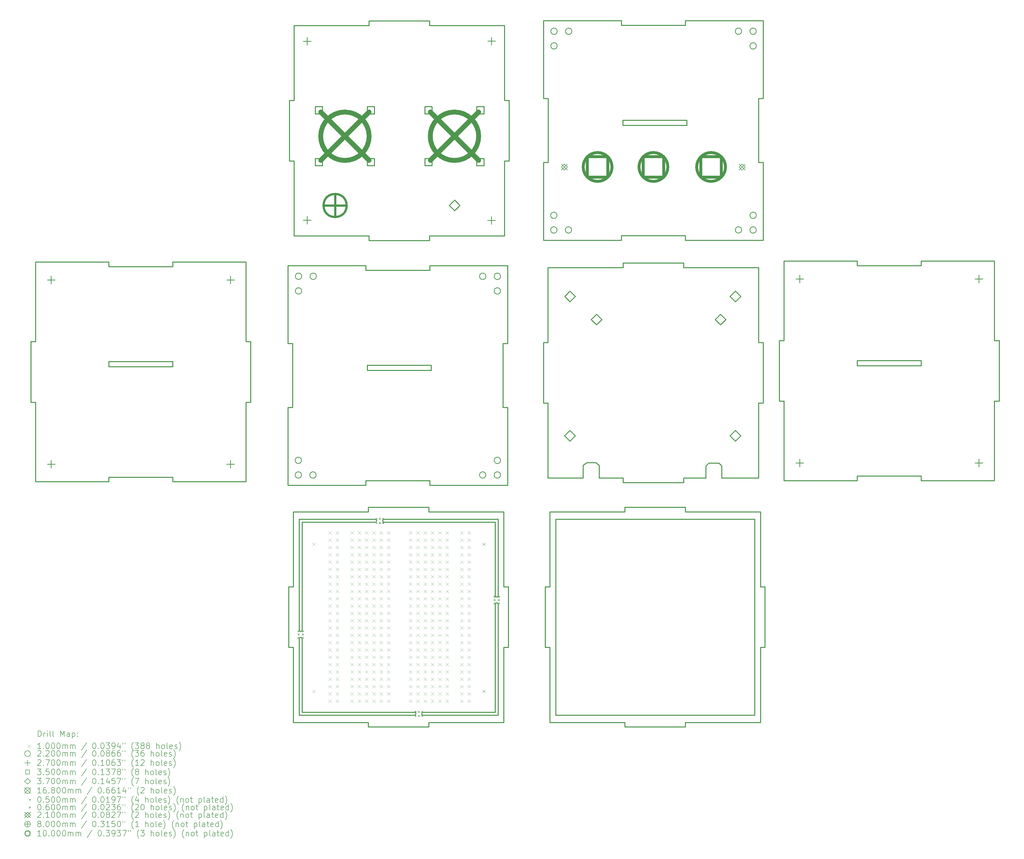
<source format=gbr>
%TF.GenerationSoftware,KiCad,Pcbnew,7.0.5-0*%
%TF.CreationDate,2024-04-21T20:32:45-04:00*%
%TF.ProjectId,swr_meter,7377725f-6d65-4746-9572-2e6b69636164,rev?*%
%TF.SameCoordinates,Original*%
%TF.FileFunction,Drillmap*%
%TF.FilePolarity,Positive*%
%FSLAX45Y45*%
G04 Gerber Fmt 4.5, Leading zero omitted, Abs format (unit mm)*
G04 Created by KiCad (PCBNEW 7.0.5-0) date 2024-04-21 20:32:45*
%MOMM*%
%LPD*%
G01*
G04 APERTURE LIST*
%ADD10C,0.349999*%
%ADD11C,0.350000*%
%ADD12C,0.200000*%
%ADD13C,0.100000*%
%ADD14C,0.220000*%
%ADD15C,0.270000*%
%ADD16C,0.370000*%
%ADD17C,1.680000*%
%ADD18C,0.050000*%
%ADD19C,0.060000*%
%ADD20C,0.210000*%
%ADD21C,0.800000*%
%ADD22C,1.000000*%
G04 APERTURE END LIST*
D10*
X25268412Y-2040000D02*
X27488412Y-2040000D01*
D11*
X18085654Y-25973400D02*
G75*
G03*
X18085654Y-25873400I-4J50000D01*
G01*
D10*
X25389000Y-18923400D02*
X22789054Y-18923400D01*
D11*
X20888654Y-21823400D02*
G75*
G03*
X20988654Y-21823400I50000J-4D01*
G01*
D10*
X22568412Y-6800000D02*
X22728412Y-6800000D01*
X30905400Y-15078000D02*
X30745400Y-15078000D01*
X4944001Y-17875000D02*
X7484000Y-17875000D01*
X25389054Y-26223400D02*
X22789054Y-26223400D01*
X4944001Y-10255000D02*
X7484000Y-10255000D01*
X21189054Y-26223400D02*
X18589054Y-26223400D01*
X30905400Y-17838000D02*
X30905400Y-15078000D01*
X7484000Y-13707000D02*
X9704000Y-13707000D01*
X16489000Y-18763400D02*
X16489000Y-18923400D01*
X30188412Y-6800000D02*
X30188412Y-9500000D01*
X7484000Y-13885000D02*
X7484000Y-13707000D01*
D11*
X20888654Y-25873400D02*
X20888654Y-22123400D01*
D10*
X21349000Y-21524000D02*
X21349000Y-23623400D01*
X21370000Y-4645000D02*
X21210000Y-4645000D01*
X27489054Y-18923400D02*
X30089054Y-18923400D01*
X13700000Y-13080000D02*
X13860000Y-13080000D01*
X22789054Y-26223400D02*
X22789054Y-23623400D01*
X21189054Y-23623400D02*
X21189054Y-26223400D01*
X27489000Y-18763400D02*
X27489000Y-18923400D01*
X18589054Y-18923400D02*
X21189054Y-18923400D01*
X18589054Y-26383400D02*
X16489054Y-26383400D01*
X18610000Y-9505000D02*
X18610000Y-9345000D01*
X13729054Y-21523400D02*
X13889054Y-21523400D01*
X38369200Y-15078000D02*
X38205400Y-15078000D01*
D11*
X29888654Y-22123400D02*
X29888654Y-25973400D01*
D10*
X35665400Y-17838000D02*
X35665400Y-17678000D01*
X21320001Y-17999995D02*
X21320001Y-15300000D01*
X22568412Y-4580000D02*
X22568412Y-1880000D01*
X27488412Y-9500000D02*
X27488412Y-9340000D01*
X30905400Y-12978000D02*
X30905400Y-10218000D01*
X30905400Y-12978000D02*
X30745400Y-12978000D01*
X27538412Y-5330000D02*
X27538412Y-5510000D01*
X16489054Y-26223400D02*
X16489054Y-26383400D01*
X7484000Y-10415000D02*
X7484000Y-10255000D01*
X4784000Y-13015000D02*
X4784000Y-15115000D01*
X16725654Y-19173400D02*
X14089054Y-19173400D01*
X12407800Y-15115000D02*
X12407800Y-13015000D01*
D11*
X14189054Y-19273400D02*
X14189054Y-23020000D01*
D10*
X7484000Y-17875000D02*
X7484000Y-17715000D01*
X18670000Y-13830000D02*
X18670000Y-14010000D01*
X20989054Y-21823400D02*
X20989054Y-19173400D01*
X25318412Y-5510000D02*
X25318412Y-5330000D01*
D11*
X14189054Y-25873400D02*
X14189054Y-23320000D01*
D10*
X18620000Y-10540000D02*
X16400000Y-10540000D01*
X21189054Y-23623400D02*
X21349000Y-23623400D01*
X18610000Y-1885000D02*
X16510000Y-1885000D01*
X33445400Y-17678000D02*
X35665400Y-17678000D01*
X13750000Y-6745000D02*
X13910000Y-6745000D01*
X16510000Y-9505000D02*
X18610000Y-9505000D01*
X18620000Y-10380000D02*
X18620000Y-10540000D01*
D11*
X20988654Y-22123400D02*
X20988654Y-25973400D01*
D10*
X4944001Y-13015000D02*
X4784000Y-13015000D01*
X27488412Y-1880000D02*
X30188412Y-1880000D01*
X13910000Y-2045000D02*
X13910000Y-4645000D01*
X30089054Y-23623400D02*
X30249000Y-23623400D01*
D11*
X21160000Y-13080000D02*
X21160000Y-15300000D01*
X14189054Y-23320000D02*
G75*
G03*
X14089054Y-23320000I-50000J-4D01*
G01*
D10*
X30745400Y-12978000D02*
X30745400Y-15078000D01*
X25935654Y-19173400D02*
X22989054Y-19173400D01*
X16400000Y-10540000D02*
X16400000Y-10380000D01*
X18620000Y-17840000D02*
X18620000Y-18000000D01*
X22789054Y-23623400D02*
X22629054Y-23623400D01*
D11*
X16725654Y-19273400D02*
G75*
G03*
X16725654Y-19173400I-4J50000D01*
G01*
X18385654Y-25873400D02*
G75*
G03*
X18385654Y-25973400I-4J-50000D01*
G01*
D10*
X13729054Y-23623400D02*
X13729054Y-21523400D01*
X38205400Y-17838000D02*
X38205400Y-15078000D01*
D11*
X21160000Y-13080000D02*
X21320001Y-13080000D01*
D10*
X27422446Y-10441637D02*
X30022446Y-10441637D01*
X30022446Y-13041637D01*
X30182446Y-13041637D01*
X30182446Y-15141637D01*
X30022446Y-15141637D01*
X30022446Y-17741637D01*
X29372446Y-17741637D01*
X28750000Y-17741637D01*
X28750000Y-17325000D01*
X28650000Y-17225000D01*
X28300000Y-17225000D01*
X28195000Y-17325000D01*
X28195000Y-17741637D01*
X27422446Y-17741637D01*
X27422446Y-17901637D01*
X25322446Y-17901637D01*
X25322446Y-17741637D01*
X24500000Y-17741637D01*
X24500000Y-17300000D01*
X24375000Y-17210000D01*
X24075000Y-17210000D01*
X23940000Y-17300000D01*
X23940000Y-17741637D01*
X22722446Y-17741637D01*
X22722446Y-15141637D01*
X22562446Y-15141637D01*
X22562446Y-13041637D01*
X22722446Y-13041637D01*
X22722446Y-10441637D01*
X25322446Y-10441637D01*
X25322446Y-10281637D01*
X27422446Y-10281637D01*
X27422446Y-10441637D01*
X13889054Y-23623400D02*
X13729054Y-23623400D01*
X38369200Y-12978000D02*
X38205400Y-12978000D01*
X9704000Y-10415000D02*
X9704000Y-10255000D01*
X12407800Y-13015000D02*
X12244000Y-13015000D01*
X18620000Y-18000000D02*
X21320000Y-18000000D01*
X16400000Y-18000000D02*
X16400000Y-17840000D01*
X18610000Y-9345000D02*
X21210000Y-9345000D01*
D11*
X20888654Y-21823400D02*
X20888654Y-19273400D01*
D10*
X21320001Y-13080000D02*
X21320001Y-10379995D01*
D11*
X17035654Y-19173400D02*
G75*
G03*
X17035654Y-19273400I-4J-50000D01*
G01*
D10*
X35665400Y-17838000D02*
X38205400Y-17838000D01*
X29888654Y-22123400D02*
X29889054Y-19173400D01*
X16400000Y-17840000D02*
X18620000Y-17840000D01*
X13889054Y-21523400D02*
X13889054Y-18923400D01*
X35665400Y-10378000D02*
X35665400Y-10218000D01*
X14089054Y-23020000D02*
X14089054Y-19173400D01*
X16510000Y-2045000D02*
X13910000Y-2045000D01*
D11*
X16725654Y-19273400D02*
X14189054Y-19273400D01*
D10*
X9704000Y-10255000D02*
X12244000Y-10255000D01*
D11*
X14189054Y-25873400D02*
X18085654Y-25873400D01*
D10*
X12244000Y-13015000D02*
X12244000Y-10255000D01*
X27538412Y-5510000D02*
X25318412Y-5510000D01*
X22789054Y-21523400D02*
X22789054Y-18923400D01*
X21320000Y-15300000D02*
X21160000Y-15300000D01*
X13700000Y-15300000D02*
X13700000Y-18000000D01*
X18589000Y-18763400D02*
X18589000Y-18923400D01*
X21210000Y-9345000D02*
X21210000Y-6745000D01*
X16510000Y-1885000D02*
X16510000Y-2045000D01*
X33445400Y-13670000D02*
X35665400Y-13670000D01*
X7484000Y-17715000D02*
X9704000Y-17715000D01*
X22728412Y-4580000D02*
X22568412Y-4580000D01*
X13889054Y-26223400D02*
X13889054Y-23623400D01*
X38205400Y-12978000D02*
X38205400Y-10218000D01*
X22728412Y-6800000D02*
X22728412Y-4580000D01*
X12407800Y-15115000D02*
X12244000Y-15115000D01*
X21320920Y-10379995D02*
X18620900Y-10379995D01*
X12244000Y-17875000D02*
X12244000Y-15115000D01*
X16451740Y-14010000D02*
X16451740Y-13830000D01*
X21189000Y-18923400D02*
X21189000Y-21523400D01*
X30249000Y-21524000D02*
X30249000Y-23623400D01*
X16489054Y-26223400D02*
X13889054Y-26223400D01*
X38369200Y-15078000D02*
X38369200Y-12978000D01*
X22629054Y-23623400D02*
X22629054Y-21523400D01*
X22989054Y-23020000D02*
X22989054Y-25973400D01*
X25389000Y-18763400D02*
X25389000Y-18923400D01*
X13860000Y-13080000D02*
X13860000Y-15300000D01*
X14089054Y-23320000D02*
X14089054Y-25973400D01*
X22568412Y-1880000D02*
X25268412Y-1880000D01*
X27488412Y-2040000D02*
X27488412Y-1880000D01*
X21370000Y-6745000D02*
X21370000Y-4645000D01*
X30089054Y-26223400D02*
X27489054Y-26223400D01*
X16510000Y-9345000D02*
X16510000Y-9505000D01*
X35665400Y-10218000D02*
X38205400Y-10218000D01*
X30089000Y-21523400D02*
X30249000Y-21523400D01*
X30905400Y-17838000D02*
X33445400Y-17838000D01*
X13700000Y-18000000D02*
X16400000Y-18000000D01*
X13700000Y-10379995D02*
X13700000Y-13080000D01*
X27285654Y-25973400D02*
X22989054Y-25973400D01*
X16510000Y-9345000D02*
X13910000Y-9345000D01*
X13750000Y-4645000D02*
X13750000Y-6745000D01*
X9704000Y-13707000D02*
X9704000Y-13885000D01*
X18610000Y-1885000D02*
X18610000Y-2045000D01*
D11*
X16489000Y-18763400D02*
X18589000Y-18763400D01*
D10*
X9704000Y-17875000D02*
X12244000Y-17875000D01*
X16489000Y-18923400D02*
X13889054Y-18923400D01*
X18385654Y-25973400D02*
X20988654Y-25973400D01*
X22568412Y-9500000D02*
X22568412Y-6800000D01*
X27488412Y-9340000D02*
X25268412Y-9340000D01*
X35665400Y-13848000D02*
X33445400Y-13848000D01*
X9704000Y-13885000D02*
X7484000Y-13885000D01*
X33445400Y-10378000D02*
X33445400Y-10218000D01*
X25268412Y-9500001D02*
X22568412Y-9500001D01*
X18589054Y-26223400D02*
X18589054Y-26383400D01*
D11*
X16451740Y-13830000D02*
X18670000Y-13830000D01*
D10*
X16400000Y-10379997D02*
X13700000Y-10379995D01*
D11*
X20888654Y-19273400D02*
X17035654Y-19273400D01*
D10*
X9704000Y-17875000D02*
X9704000Y-17715000D01*
D11*
X14089054Y-23020000D02*
G75*
G03*
X14189054Y-23020000I50000J-4D01*
G01*
D10*
X21210000Y-4645000D02*
X21210000Y-2045000D01*
X25268412Y-9340000D02*
X25268412Y-9500000D01*
X27285654Y-25973400D02*
X29888654Y-25973400D01*
X17035654Y-19173400D02*
X20989054Y-19173400D01*
D11*
X20888654Y-25873400D02*
X18385654Y-25873400D01*
D10*
X13910000Y-6745000D02*
X13910000Y-9345000D01*
X30089054Y-23623400D02*
X30089054Y-26223400D01*
X4944001Y-15115000D02*
X4784000Y-15115000D01*
X30028412Y-4580000D02*
X30028412Y-6800000D01*
X30905400Y-10218000D02*
X33445400Y-10218000D01*
X13910000Y-4645000D02*
X13750000Y-4645000D01*
X4944001Y-13015000D02*
X4944001Y-10255000D01*
X7484000Y-10415000D02*
X9704000Y-10415000D01*
X30188412Y-4580000D02*
X30028412Y-4580000D01*
X33445400Y-10378000D02*
X35665400Y-10378000D01*
X35665400Y-13670000D02*
X35665400Y-13848000D01*
X33445400Y-17838000D02*
X33445400Y-17678000D01*
X13860000Y-15300000D02*
X13700000Y-15300000D01*
X4944001Y-17875000D02*
X4944001Y-15115000D01*
X18085654Y-25973400D02*
X14089054Y-25973400D01*
X30089054Y-18923400D02*
X30089000Y-21523400D01*
X21189000Y-21523400D02*
X21349000Y-21523400D01*
X30188412Y-9500000D02*
X27488412Y-9500000D01*
X33445400Y-13848000D02*
X33445400Y-13670000D01*
X22629054Y-21523400D02*
X22789054Y-21523400D01*
X18670000Y-14010000D02*
X16451740Y-14010000D01*
X25389054Y-26223400D02*
X25389054Y-26383400D01*
X21210000Y-6745000D02*
X21370000Y-6745000D01*
X22989054Y-23020000D02*
X22989054Y-19173400D01*
X30028412Y-6800000D02*
X30188412Y-6800000D01*
D11*
X20988654Y-22123400D02*
G75*
G03*
X20888654Y-22123400I-50000J-4D01*
G01*
D10*
X27489054Y-26383400D02*
X25389054Y-26383400D01*
X25318412Y-5330000D02*
X27538412Y-5330000D01*
X25268412Y-1880000D02*
X25268412Y-2040000D01*
D11*
X25389000Y-18763400D02*
X27489000Y-18763400D01*
D10*
X21210000Y-2045000D02*
X18610000Y-2045000D01*
X25935654Y-19173400D02*
X29889054Y-19173400D01*
X30188412Y-1880000D02*
X30188412Y-4580000D01*
X27489054Y-26223400D02*
X27489054Y-26383400D01*
D12*
D13*
X14545654Y-19991400D02*
X14645654Y-20091400D01*
X14645654Y-19991400D02*
X14545654Y-20091400D01*
X14545654Y-25091400D02*
X14645654Y-25191400D01*
X14645654Y-25091400D02*
X14545654Y-25191400D01*
X15110054Y-19593800D02*
X15210054Y-19693800D01*
X15210054Y-19593800D02*
X15110054Y-19693800D01*
X15110054Y-19847800D02*
X15210054Y-19947800D01*
X15210054Y-19847800D02*
X15110054Y-19947800D01*
X15110054Y-20101800D02*
X15210054Y-20201800D01*
X15210054Y-20101800D02*
X15110054Y-20201800D01*
X15110054Y-20355800D02*
X15210054Y-20455800D01*
X15210054Y-20355800D02*
X15110054Y-20455800D01*
X15110054Y-20609800D02*
X15210054Y-20709800D01*
X15210054Y-20609800D02*
X15110054Y-20709800D01*
X15110054Y-20863800D02*
X15210054Y-20963800D01*
X15210054Y-20863800D02*
X15110054Y-20963800D01*
X15110054Y-21117800D02*
X15210054Y-21217800D01*
X15210054Y-21117800D02*
X15110054Y-21217800D01*
X15110054Y-21371800D02*
X15210054Y-21471800D01*
X15210054Y-21371800D02*
X15110054Y-21471800D01*
X15110054Y-21625800D02*
X15210054Y-21725800D01*
X15210054Y-21625800D02*
X15110054Y-21725800D01*
X15110054Y-21879800D02*
X15210054Y-21979800D01*
X15210054Y-21879800D02*
X15110054Y-21979800D01*
X15110054Y-22133800D02*
X15210054Y-22233800D01*
X15210054Y-22133800D02*
X15110054Y-22233800D01*
X15110054Y-22387800D02*
X15210054Y-22487800D01*
X15210054Y-22387800D02*
X15110054Y-22487800D01*
X15110054Y-22641800D02*
X15210054Y-22741800D01*
X15210054Y-22641800D02*
X15110054Y-22741800D01*
X15110054Y-22895800D02*
X15210054Y-22995800D01*
X15210054Y-22895800D02*
X15110054Y-22995800D01*
X15110054Y-23149800D02*
X15210054Y-23249800D01*
X15210054Y-23149800D02*
X15110054Y-23249800D01*
X15110054Y-23403800D02*
X15210054Y-23503800D01*
X15210054Y-23403800D02*
X15110054Y-23503800D01*
X15110054Y-23657800D02*
X15210054Y-23757800D01*
X15210054Y-23657800D02*
X15110054Y-23757800D01*
X15110054Y-23911800D02*
X15210054Y-24011800D01*
X15210054Y-23911800D02*
X15110054Y-24011800D01*
X15110054Y-24165800D02*
X15210054Y-24265800D01*
X15210054Y-24165800D02*
X15110054Y-24265800D01*
X15110054Y-24419800D02*
X15210054Y-24519800D01*
X15210054Y-24419800D02*
X15110054Y-24519800D01*
X15110054Y-24673800D02*
X15210054Y-24773800D01*
X15210054Y-24673800D02*
X15110054Y-24773800D01*
X15110054Y-24927800D02*
X15210054Y-25027800D01*
X15210054Y-24927800D02*
X15110054Y-25027800D01*
X15110054Y-25181800D02*
X15210054Y-25281800D01*
X15210054Y-25181800D02*
X15110054Y-25281800D01*
X15110054Y-25435800D02*
X15210054Y-25535800D01*
X15210054Y-25435800D02*
X15110054Y-25535800D01*
X15364054Y-19593800D02*
X15464054Y-19693800D01*
X15464054Y-19593800D02*
X15364054Y-19693800D01*
X15364054Y-19847800D02*
X15464054Y-19947800D01*
X15464054Y-19847800D02*
X15364054Y-19947800D01*
X15364054Y-20101800D02*
X15464054Y-20201800D01*
X15464054Y-20101800D02*
X15364054Y-20201800D01*
X15364054Y-20355800D02*
X15464054Y-20455800D01*
X15464054Y-20355800D02*
X15364054Y-20455800D01*
X15364054Y-20609800D02*
X15464054Y-20709800D01*
X15464054Y-20609800D02*
X15364054Y-20709800D01*
X15364054Y-20863800D02*
X15464054Y-20963800D01*
X15464054Y-20863800D02*
X15364054Y-20963800D01*
X15364054Y-21117800D02*
X15464054Y-21217800D01*
X15464054Y-21117800D02*
X15364054Y-21217800D01*
X15364054Y-21371800D02*
X15464054Y-21471800D01*
X15464054Y-21371800D02*
X15364054Y-21471800D01*
X15364054Y-21625800D02*
X15464054Y-21725800D01*
X15464054Y-21625800D02*
X15364054Y-21725800D01*
X15364054Y-21879800D02*
X15464054Y-21979800D01*
X15464054Y-21879800D02*
X15364054Y-21979800D01*
X15364054Y-22133800D02*
X15464054Y-22233800D01*
X15464054Y-22133800D02*
X15364054Y-22233800D01*
X15364054Y-22387800D02*
X15464054Y-22487800D01*
X15464054Y-22387800D02*
X15364054Y-22487800D01*
X15364054Y-22641800D02*
X15464054Y-22741800D01*
X15464054Y-22641800D02*
X15364054Y-22741800D01*
X15364054Y-22895800D02*
X15464054Y-22995800D01*
X15464054Y-22895800D02*
X15364054Y-22995800D01*
X15364054Y-23149800D02*
X15464054Y-23249800D01*
X15464054Y-23149800D02*
X15364054Y-23249800D01*
X15364054Y-23403800D02*
X15464054Y-23503800D01*
X15464054Y-23403800D02*
X15364054Y-23503800D01*
X15364054Y-23657800D02*
X15464054Y-23757800D01*
X15464054Y-23657800D02*
X15364054Y-23757800D01*
X15364054Y-23911800D02*
X15464054Y-24011800D01*
X15464054Y-23911800D02*
X15364054Y-24011800D01*
X15364054Y-24165800D02*
X15464054Y-24265800D01*
X15464054Y-24165800D02*
X15364054Y-24265800D01*
X15364054Y-24419800D02*
X15464054Y-24519800D01*
X15464054Y-24419800D02*
X15364054Y-24519800D01*
X15364054Y-24673800D02*
X15464054Y-24773800D01*
X15464054Y-24673800D02*
X15364054Y-24773800D01*
X15364054Y-24927800D02*
X15464054Y-25027800D01*
X15464054Y-24927800D02*
X15364054Y-25027800D01*
X15364054Y-25181800D02*
X15464054Y-25281800D01*
X15464054Y-25181800D02*
X15364054Y-25281800D01*
X15364054Y-25435800D02*
X15464054Y-25535800D01*
X15464054Y-25435800D02*
X15364054Y-25535800D01*
X15872054Y-19593800D02*
X15972054Y-19693800D01*
X15972054Y-19593800D02*
X15872054Y-19693800D01*
X15872054Y-19847800D02*
X15972054Y-19947800D01*
X15972054Y-19847800D02*
X15872054Y-19947800D01*
X15872054Y-20101800D02*
X15972054Y-20201800D01*
X15972054Y-20101800D02*
X15872054Y-20201800D01*
X15872054Y-20355800D02*
X15972054Y-20455800D01*
X15972054Y-20355800D02*
X15872054Y-20455800D01*
X15872054Y-20609800D02*
X15972054Y-20709800D01*
X15972054Y-20609800D02*
X15872054Y-20709800D01*
X15872054Y-20863800D02*
X15972054Y-20963800D01*
X15972054Y-20863800D02*
X15872054Y-20963800D01*
X15872054Y-21117800D02*
X15972054Y-21217800D01*
X15972054Y-21117800D02*
X15872054Y-21217800D01*
X15872054Y-21371800D02*
X15972054Y-21471800D01*
X15972054Y-21371800D02*
X15872054Y-21471800D01*
X15872054Y-21625800D02*
X15972054Y-21725800D01*
X15972054Y-21625800D02*
X15872054Y-21725800D01*
X15872054Y-21879800D02*
X15972054Y-21979800D01*
X15972054Y-21879800D02*
X15872054Y-21979800D01*
X15872054Y-22133800D02*
X15972054Y-22233800D01*
X15972054Y-22133800D02*
X15872054Y-22233800D01*
X15872054Y-22387800D02*
X15972054Y-22487800D01*
X15972054Y-22387800D02*
X15872054Y-22487800D01*
X15872054Y-22641800D02*
X15972054Y-22741800D01*
X15972054Y-22641800D02*
X15872054Y-22741800D01*
X15872054Y-22895800D02*
X15972054Y-22995800D01*
X15972054Y-22895800D02*
X15872054Y-22995800D01*
X15872054Y-23149800D02*
X15972054Y-23249800D01*
X15972054Y-23149800D02*
X15872054Y-23249800D01*
X15872054Y-23403800D02*
X15972054Y-23503800D01*
X15972054Y-23403800D02*
X15872054Y-23503800D01*
X15872054Y-23657800D02*
X15972054Y-23757800D01*
X15972054Y-23657800D02*
X15872054Y-23757800D01*
X15872054Y-23911800D02*
X15972054Y-24011800D01*
X15972054Y-23911800D02*
X15872054Y-24011800D01*
X15872054Y-24165800D02*
X15972054Y-24265800D01*
X15972054Y-24165800D02*
X15872054Y-24265800D01*
X15872054Y-24419800D02*
X15972054Y-24519800D01*
X15972054Y-24419800D02*
X15872054Y-24519800D01*
X15872054Y-24673800D02*
X15972054Y-24773800D01*
X15972054Y-24673800D02*
X15872054Y-24773800D01*
X15872054Y-24927800D02*
X15972054Y-25027800D01*
X15972054Y-24927800D02*
X15872054Y-25027800D01*
X15872054Y-25181800D02*
X15972054Y-25281800D01*
X15972054Y-25181800D02*
X15872054Y-25281800D01*
X15872054Y-25435800D02*
X15972054Y-25535800D01*
X15972054Y-25435800D02*
X15872054Y-25535800D01*
X16126054Y-19593800D02*
X16226054Y-19693800D01*
X16226054Y-19593800D02*
X16126054Y-19693800D01*
X16126054Y-19847800D02*
X16226054Y-19947800D01*
X16226054Y-19847800D02*
X16126054Y-19947800D01*
X16126054Y-20101800D02*
X16226054Y-20201800D01*
X16226054Y-20101800D02*
X16126054Y-20201800D01*
X16126054Y-20355800D02*
X16226054Y-20455800D01*
X16226054Y-20355800D02*
X16126054Y-20455800D01*
X16126054Y-20609800D02*
X16226054Y-20709800D01*
X16226054Y-20609800D02*
X16126054Y-20709800D01*
X16126054Y-20863800D02*
X16226054Y-20963800D01*
X16226054Y-20863800D02*
X16126054Y-20963800D01*
X16126054Y-21117800D02*
X16226054Y-21217800D01*
X16226054Y-21117800D02*
X16126054Y-21217800D01*
X16126054Y-21371800D02*
X16226054Y-21471800D01*
X16226054Y-21371800D02*
X16126054Y-21471800D01*
X16126054Y-21625800D02*
X16226054Y-21725800D01*
X16226054Y-21625800D02*
X16126054Y-21725800D01*
X16126054Y-21879800D02*
X16226054Y-21979800D01*
X16226054Y-21879800D02*
X16126054Y-21979800D01*
X16126054Y-22133800D02*
X16226054Y-22233800D01*
X16226054Y-22133800D02*
X16126054Y-22233800D01*
X16126054Y-22387800D02*
X16226054Y-22487800D01*
X16226054Y-22387800D02*
X16126054Y-22487800D01*
X16126054Y-22641800D02*
X16226054Y-22741800D01*
X16226054Y-22641800D02*
X16126054Y-22741800D01*
X16126054Y-22895800D02*
X16226054Y-22995800D01*
X16226054Y-22895800D02*
X16126054Y-22995800D01*
X16126054Y-23149800D02*
X16226054Y-23249800D01*
X16226054Y-23149800D02*
X16126054Y-23249800D01*
X16126054Y-23403800D02*
X16226054Y-23503800D01*
X16226054Y-23403800D02*
X16126054Y-23503800D01*
X16126054Y-23657800D02*
X16226054Y-23757800D01*
X16226054Y-23657800D02*
X16126054Y-23757800D01*
X16126054Y-23911800D02*
X16226054Y-24011800D01*
X16226054Y-23911800D02*
X16126054Y-24011800D01*
X16126054Y-24165800D02*
X16226054Y-24265800D01*
X16226054Y-24165800D02*
X16126054Y-24265800D01*
X16126054Y-24419800D02*
X16226054Y-24519800D01*
X16226054Y-24419800D02*
X16126054Y-24519800D01*
X16126054Y-24673800D02*
X16226054Y-24773800D01*
X16226054Y-24673800D02*
X16126054Y-24773800D01*
X16126054Y-24927800D02*
X16226054Y-25027800D01*
X16226054Y-24927800D02*
X16126054Y-25027800D01*
X16126054Y-25181800D02*
X16226054Y-25281800D01*
X16226054Y-25181800D02*
X16126054Y-25281800D01*
X16126054Y-25435800D02*
X16226054Y-25535800D01*
X16226054Y-25435800D02*
X16126054Y-25535800D01*
X16380054Y-19593800D02*
X16480054Y-19693800D01*
X16480054Y-19593800D02*
X16380054Y-19693800D01*
X16380054Y-19847800D02*
X16480054Y-19947800D01*
X16480054Y-19847800D02*
X16380054Y-19947800D01*
X16380054Y-20101800D02*
X16480054Y-20201800D01*
X16480054Y-20101800D02*
X16380054Y-20201800D01*
X16380054Y-20355800D02*
X16480054Y-20455800D01*
X16480054Y-20355800D02*
X16380054Y-20455800D01*
X16380054Y-20609800D02*
X16480054Y-20709800D01*
X16480054Y-20609800D02*
X16380054Y-20709800D01*
X16380054Y-20863800D02*
X16480054Y-20963800D01*
X16480054Y-20863800D02*
X16380054Y-20963800D01*
X16380054Y-21117800D02*
X16480054Y-21217800D01*
X16480054Y-21117800D02*
X16380054Y-21217800D01*
X16380054Y-21371800D02*
X16480054Y-21471800D01*
X16480054Y-21371800D02*
X16380054Y-21471800D01*
X16380054Y-21625800D02*
X16480054Y-21725800D01*
X16480054Y-21625800D02*
X16380054Y-21725800D01*
X16380054Y-21879800D02*
X16480054Y-21979800D01*
X16480054Y-21879800D02*
X16380054Y-21979800D01*
X16380054Y-22133800D02*
X16480054Y-22233800D01*
X16480054Y-22133800D02*
X16380054Y-22233800D01*
X16380054Y-22387800D02*
X16480054Y-22487800D01*
X16480054Y-22387800D02*
X16380054Y-22487800D01*
X16380054Y-22641800D02*
X16480054Y-22741800D01*
X16480054Y-22641800D02*
X16380054Y-22741800D01*
X16380054Y-22895800D02*
X16480054Y-22995800D01*
X16480054Y-22895800D02*
X16380054Y-22995800D01*
X16380054Y-23149800D02*
X16480054Y-23249800D01*
X16480054Y-23149800D02*
X16380054Y-23249800D01*
X16380054Y-23403800D02*
X16480054Y-23503800D01*
X16480054Y-23403800D02*
X16380054Y-23503800D01*
X16380054Y-23657800D02*
X16480054Y-23757800D01*
X16480054Y-23657800D02*
X16380054Y-23757800D01*
X16380054Y-23911800D02*
X16480054Y-24011800D01*
X16480054Y-23911800D02*
X16380054Y-24011800D01*
X16380054Y-24165800D02*
X16480054Y-24265800D01*
X16480054Y-24165800D02*
X16380054Y-24265800D01*
X16380054Y-24419800D02*
X16480054Y-24519800D01*
X16480054Y-24419800D02*
X16380054Y-24519800D01*
X16380054Y-24673800D02*
X16480054Y-24773800D01*
X16480054Y-24673800D02*
X16380054Y-24773800D01*
X16380054Y-24927800D02*
X16480054Y-25027800D01*
X16480054Y-24927800D02*
X16380054Y-25027800D01*
X16380054Y-25181800D02*
X16480054Y-25281800D01*
X16480054Y-25181800D02*
X16380054Y-25281800D01*
X16380054Y-25435800D02*
X16480054Y-25535800D01*
X16480054Y-25435800D02*
X16380054Y-25535800D01*
X16634054Y-19593800D02*
X16734054Y-19693800D01*
X16734054Y-19593800D02*
X16634054Y-19693800D01*
X16634054Y-19847800D02*
X16734054Y-19947800D01*
X16734054Y-19847800D02*
X16634054Y-19947800D01*
X16634054Y-20101800D02*
X16734054Y-20201800D01*
X16734054Y-20101800D02*
X16634054Y-20201800D01*
X16634054Y-20355800D02*
X16734054Y-20455800D01*
X16734054Y-20355800D02*
X16634054Y-20455800D01*
X16634054Y-20609800D02*
X16734054Y-20709800D01*
X16734054Y-20609800D02*
X16634054Y-20709800D01*
X16634054Y-20863800D02*
X16734054Y-20963800D01*
X16734054Y-20863800D02*
X16634054Y-20963800D01*
X16634054Y-21117800D02*
X16734054Y-21217800D01*
X16734054Y-21117800D02*
X16634054Y-21217800D01*
X16634054Y-21371800D02*
X16734054Y-21471800D01*
X16734054Y-21371800D02*
X16634054Y-21471800D01*
X16634054Y-21625800D02*
X16734054Y-21725800D01*
X16734054Y-21625800D02*
X16634054Y-21725800D01*
X16634054Y-21879800D02*
X16734054Y-21979800D01*
X16734054Y-21879800D02*
X16634054Y-21979800D01*
X16634054Y-22133800D02*
X16734054Y-22233800D01*
X16734054Y-22133800D02*
X16634054Y-22233800D01*
X16634054Y-22387800D02*
X16734054Y-22487800D01*
X16734054Y-22387800D02*
X16634054Y-22487800D01*
X16634054Y-22641800D02*
X16734054Y-22741800D01*
X16734054Y-22641800D02*
X16634054Y-22741800D01*
X16634054Y-22895800D02*
X16734054Y-22995800D01*
X16734054Y-22895800D02*
X16634054Y-22995800D01*
X16634054Y-23149800D02*
X16734054Y-23249800D01*
X16734054Y-23149800D02*
X16634054Y-23249800D01*
X16634054Y-23403800D02*
X16734054Y-23503800D01*
X16734054Y-23403800D02*
X16634054Y-23503800D01*
X16634054Y-23657800D02*
X16734054Y-23757800D01*
X16734054Y-23657800D02*
X16634054Y-23757800D01*
X16634054Y-23911800D02*
X16734054Y-24011800D01*
X16734054Y-23911800D02*
X16634054Y-24011800D01*
X16634054Y-24165800D02*
X16734054Y-24265800D01*
X16734054Y-24165800D02*
X16634054Y-24265800D01*
X16634054Y-24419800D02*
X16734054Y-24519800D01*
X16734054Y-24419800D02*
X16634054Y-24519800D01*
X16634054Y-24673800D02*
X16734054Y-24773800D01*
X16734054Y-24673800D02*
X16634054Y-24773800D01*
X16634054Y-24927800D02*
X16734054Y-25027800D01*
X16734054Y-24927800D02*
X16634054Y-25027800D01*
X16634054Y-25181800D02*
X16734054Y-25281800D01*
X16734054Y-25181800D02*
X16634054Y-25281800D01*
X16634054Y-25435800D02*
X16734054Y-25535800D01*
X16734054Y-25435800D02*
X16634054Y-25535800D01*
X16888054Y-19593800D02*
X16988054Y-19693800D01*
X16988054Y-19593800D02*
X16888054Y-19693800D01*
X16888054Y-19847800D02*
X16988054Y-19947800D01*
X16988054Y-19847800D02*
X16888054Y-19947800D01*
X16888054Y-20101800D02*
X16988054Y-20201800D01*
X16988054Y-20101800D02*
X16888054Y-20201800D01*
X16888054Y-20355800D02*
X16988054Y-20455800D01*
X16988054Y-20355800D02*
X16888054Y-20455800D01*
X16888054Y-20609800D02*
X16988054Y-20709800D01*
X16988054Y-20609800D02*
X16888054Y-20709800D01*
X16888054Y-20863800D02*
X16988054Y-20963800D01*
X16988054Y-20863800D02*
X16888054Y-20963800D01*
X16888054Y-21117800D02*
X16988054Y-21217800D01*
X16988054Y-21117800D02*
X16888054Y-21217800D01*
X16888054Y-21371800D02*
X16988054Y-21471800D01*
X16988054Y-21371800D02*
X16888054Y-21471800D01*
X16888054Y-21625800D02*
X16988054Y-21725800D01*
X16988054Y-21625800D02*
X16888054Y-21725800D01*
X16888054Y-21879800D02*
X16988054Y-21979800D01*
X16988054Y-21879800D02*
X16888054Y-21979800D01*
X16888054Y-22133800D02*
X16988054Y-22233800D01*
X16988054Y-22133800D02*
X16888054Y-22233800D01*
X16888054Y-22387800D02*
X16988054Y-22487800D01*
X16988054Y-22387800D02*
X16888054Y-22487800D01*
X16888054Y-22641800D02*
X16988054Y-22741800D01*
X16988054Y-22641800D02*
X16888054Y-22741800D01*
X16888054Y-22895800D02*
X16988054Y-22995800D01*
X16988054Y-22895800D02*
X16888054Y-22995800D01*
X16888054Y-23149800D02*
X16988054Y-23249800D01*
X16988054Y-23149800D02*
X16888054Y-23249800D01*
X16888054Y-23403800D02*
X16988054Y-23503800D01*
X16988054Y-23403800D02*
X16888054Y-23503800D01*
X16888054Y-23657800D02*
X16988054Y-23757800D01*
X16988054Y-23657800D02*
X16888054Y-23757800D01*
X16888054Y-23911800D02*
X16988054Y-24011800D01*
X16988054Y-23911800D02*
X16888054Y-24011800D01*
X16888054Y-24165800D02*
X16988054Y-24265800D01*
X16988054Y-24165800D02*
X16888054Y-24265800D01*
X16888054Y-24419800D02*
X16988054Y-24519800D01*
X16988054Y-24419800D02*
X16888054Y-24519800D01*
X16888054Y-24673800D02*
X16988054Y-24773800D01*
X16988054Y-24673800D02*
X16888054Y-24773800D01*
X16888054Y-24927800D02*
X16988054Y-25027800D01*
X16988054Y-24927800D02*
X16888054Y-25027800D01*
X16888054Y-25181800D02*
X16988054Y-25281800D01*
X16988054Y-25181800D02*
X16888054Y-25281800D01*
X16888054Y-25435800D02*
X16988054Y-25535800D01*
X16988054Y-25435800D02*
X16888054Y-25535800D01*
X17142054Y-19593800D02*
X17242054Y-19693800D01*
X17242054Y-19593800D02*
X17142054Y-19693800D01*
X17142054Y-19847800D02*
X17242054Y-19947800D01*
X17242054Y-19847800D02*
X17142054Y-19947800D01*
X17142054Y-20101800D02*
X17242054Y-20201800D01*
X17242054Y-20101800D02*
X17142054Y-20201800D01*
X17142054Y-20355800D02*
X17242054Y-20455800D01*
X17242054Y-20355800D02*
X17142054Y-20455800D01*
X17142054Y-20609800D02*
X17242054Y-20709800D01*
X17242054Y-20609800D02*
X17142054Y-20709800D01*
X17142054Y-20863800D02*
X17242054Y-20963800D01*
X17242054Y-20863800D02*
X17142054Y-20963800D01*
X17142054Y-21117800D02*
X17242054Y-21217800D01*
X17242054Y-21117800D02*
X17142054Y-21217800D01*
X17142054Y-21371800D02*
X17242054Y-21471800D01*
X17242054Y-21371800D02*
X17142054Y-21471800D01*
X17142054Y-21625800D02*
X17242054Y-21725800D01*
X17242054Y-21625800D02*
X17142054Y-21725800D01*
X17142054Y-21879800D02*
X17242054Y-21979800D01*
X17242054Y-21879800D02*
X17142054Y-21979800D01*
X17142054Y-22133800D02*
X17242054Y-22233800D01*
X17242054Y-22133800D02*
X17142054Y-22233800D01*
X17142054Y-22387800D02*
X17242054Y-22487800D01*
X17242054Y-22387800D02*
X17142054Y-22487800D01*
X17142054Y-22641800D02*
X17242054Y-22741800D01*
X17242054Y-22641800D02*
X17142054Y-22741800D01*
X17142054Y-22895800D02*
X17242054Y-22995800D01*
X17242054Y-22895800D02*
X17142054Y-22995800D01*
X17142054Y-23149800D02*
X17242054Y-23249800D01*
X17242054Y-23149800D02*
X17142054Y-23249800D01*
X17142054Y-23403800D02*
X17242054Y-23503800D01*
X17242054Y-23403800D02*
X17142054Y-23503800D01*
X17142054Y-23657800D02*
X17242054Y-23757800D01*
X17242054Y-23657800D02*
X17142054Y-23757800D01*
X17142054Y-23911800D02*
X17242054Y-24011800D01*
X17242054Y-23911800D02*
X17142054Y-24011800D01*
X17142054Y-24165800D02*
X17242054Y-24265800D01*
X17242054Y-24165800D02*
X17142054Y-24265800D01*
X17142054Y-24419800D02*
X17242054Y-24519800D01*
X17242054Y-24419800D02*
X17142054Y-24519800D01*
X17142054Y-24673800D02*
X17242054Y-24773800D01*
X17242054Y-24673800D02*
X17142054Y-24773800D01*
X17142054Y-24927800D02*
X17242054Y-25027800D01*
X17242054Y-24927800D02*
X17142054Y-25027800D01*
X17142054Y-25181800D02*
X17242054Y-25281800D01*
X17242054Y-25181800D02*
X17142054Y-25281800D01*
X17142054Y-25435800D02*
X17242054Y-25535800D01*
X17242054Y-25435800D02*
X17142054Y-25535800D01*
X17904054Y-19593800D02*
X18004054Y-19693800D01*
X18004054Y-19593800D02*
X17904054Y-19693800D01*
X17904054Y-19847800D02*
X18004054Y-19947800D01*
X18004054Y-19847800D02*
X17904054Y-19947800D01*
X17904054Y-20101800D02*
X18004054Y-20201800D01*
X18004054Y-20101800D02*
X17904054Y-20201800D01*
X17904054Y-20355800D02*
X18004054Y-20455800D01*
X18004054Y-20355800D02*
X17904054Y-20455800D01*
X17904054Y-20609800D02*
X18004054Y-20709800D01*
X18004054Y-20609800D02*
X17904054Y-20709800D01*
X17904054Y-20863800D02*
X18004054Y-20963800D01*
X18004054Y-20863800D02*
X17904054Y-20963800D01*
X17904054Y-21117800D02*
X18004054Y-21217800D01*
X18004054Y-21117800D02*
X17904054Y-21217800D01*
X17904054Y-21371800D02*
X18004054Y-21471800D01*
X18004054Y-21371800D02*
X17904054Y-21471800D01*
X17904054Y-21625800D02*
X18004054Y-21725800D01*
X18004054Y-21625800D02*
X17904054Y-21725800D01*
X17904054Y-21879800D02*
X18004054Y-21979800D01*
X18004054Y-21879800D02*
X17904054Y-21979800D01*
X17904054Y-22133800D02*
X18004054Y-22233800D01*
X18004054Y-22133800D02*
X17904054Y-22233800D01*
X17904054Y-22387800D02*
X18004054Y-22487800D01*
X18004054Y-22387800D02*
X17904054Y-22487800D01*
X17904054Y-22641800D02*
X18004054Y-22741800D01*
X18004054Y-22641800D02*
X17904054Y-22741800D01*
X17904054Y-22895800D02*
X18004054Y-22995800D01*
X18004054Y-22895800D02*
X17904054Y-22995800D01*
X17904054Y-23149800D02*
X18004054Y-23249800D01*
X18004054Y-23149800D02*
X17904054Y-23249800D01*
X17904054Y-23403800D02*
X18004054Y-23503800D01*
X18004054Y-23403800D02*
X17904054Y-23503800D01*
X17904054Y-23657800D02*
X18004054Y-23757800D01*
X18004054Y-23657800D02*
X17904054Y-23757800D01*
X17904054Y-23911800D02*
X18004054Y-24011800D01*
X18004054Y-23911800D02*
X17904054Y-24011800D01*
X17904054Y-24165800D02*
X18004054Y-24265800D01*
X18004054Y-24165800D02*
X17904054Y-24265800D01*
X17904054Y-24419800D02*
X18004054Y-24519800D01*
X18004054Y-24419800D02*
X17904054Y-24519800D01*
X17904054Y-24673800D02*
X18004054Y-24773800D01*
X18004054Y-24673800D02*
X17904054Y-24773800D01*
X17904054Y-24927800D02*
X18004054Y-25027800D01*
X18004054Y-24927800D02*
X17904054Y-25027800D01*
X17904054Y-25181800D02*
X18004054Y-25281800D01*
X18004054Y-25181800D02*
X17904054Y-25281800D01*
X17904054Y-25435800D02*
X18004054Y-25535800D01*
X18004054Y-25435800D02*
X17904054Y-25535800D01*
X18158054Y-19593800D02*
X18258054Y-19693800D01*
X18258054Y-19593800D02*
X18158054Y-19693800D01*
X18158054Y-19847800D02*
X18258054Y-19947800D01*
X18258054Y-19847800D02*
X18158054Y-19947800D01*
X18158054Y-20101800D02*
X18258054Y-20201800D01*
X18258054Y-20101800D02*
X18158054Y-20201800D01*
X18158054Y-20355800D02*
X18258054Y-20455800D01*
X18258054Y-20355800D02*
X18158054Y-20455800D01*
X18158054Y-20609800D02*
X18258054Y-20709800D01*
X18258054Y-20609800D02*
X18158054Y-20709800D01*
X18158054Y-20863800D02*
X18258054Y-20963800D01*
X18258054Y-20863800D02*
X18158054Y-20963800D01*
X18158054Y-21117800D02*
X18258054Y-21217800D01*
X18258054Y-21117800D02*
X18158054Y-21217800D01*
X18158054Y-21371800D02*
X18258054Y-21471800D01*
X18258054Y-21371800D02*
X18158054Y-21471800D01*
X18158054Y-21625800D02*
X18258054Y-21725800D01*
X18258054Y-21625800D02*
X18158054Y-21725800D01*
X18158054Y-21879800D02*
X18258054Y-21979800D01*
X18258054Y-21879800D02*
X18158054Y-21979800D01*
X18158054Y-22133800D02*
X18258054Y-22233800D01*
X18258054Y-22133800D02*
X18158054Y-22233800D01*
X18158054Y-22387800D02*
X18258054Y-22487800D01*
X18258054Y-22387800D02*
X18158054Y-22487800D01*
X18158054Y-22641800D02*
X18258054Y-22741800D01*
X18258054Y-22641800D02*
X18158054Y-22741800D01*
X18158054Y-22895800D02*
X18258054Y-22995800D01*
X18258054Y-22895800D02*
X18158054Y-22995800D01*
X18158054Y-23149800D02*
X18258054Y-23249800D01*
X18258054Y-23149800D02*
X18158054Y-23249800D01*
X18158054Y-23403800D02*
X18258054Y-23503800D01*
X18258054Y-23403800D02*
X18158054Y-23503800D01*
X18158054Y-23657800D02*
X18258054Y-23757800D01*
X18258054Y-23657800D02*
X18158054Y-23757800D01*
X18158054Y-23911800D02*
X18258054Y-24011800D01*
X18258054Y-23911800D02*
X18158054Y-24011800D01*
X18158054Y-24165800D02*
X18258054Y-24265800D01*
X18258054Y-24165800D02*
X18158054Y-24265800D01*
X18158054Y-24419800D02*
X18258054Y-24519800D01*
X18258054Y-24419800D02*
X18158054Y-24519800D01*
X18158054Y-24673800D02*
X18258054Y-24773800D01*
X18258054Y-24673800D02*
X18158054Y-24773800D01*
X18158054Y-24927800D02*
X18258054Y-25027800D01*
X18258054Y-24927800D02*
X18158054Y-25027800D01*
X18158054Y-25181800D02*
X18258054Y-25281800D01*
X18258054Y-25181800D02*
X18158054Y-25281800D01*
X18158054Y-25435800D02*
X18258054Y-25535800D01*
X18258054Y-25435800D02*
X18158054Y-25535800D01*
X18412054Y-19593800D02*
X18512054Y-19693800D01*
X18512054Y-19593800D02*
X18412054Y-19693800D01*
X18412054Y-19847800D02*
X18512054Y-19947800D01*
X18512054Y-19847800D02*
X18412054Y-19947800D01*
X18412054Y-20101800D02*
X18512054Y-20201800D01*
X18512054Y-20101800D02*
X18412054Y-20201800D01*
X18412054Y-20355800D02*
X18512054Y-20455800D01*
X18512054Y-20355800D02*
X18412054Y-20455800D01*
X18412054Y-20609800D02*
X18512054Y-20709800D01*
X18512054Y-20609800D02*
X18412054Y-20709800D01*
X18412054Y-20863800D02*
X18512054Y-20963800D01*
X18512054Y-20863800D02*
X18412054Y-20963800D01*
X18412054Y-21117800D02*
X18512054Y-21217800D01*
X18512054Y-21117800D02*
X18412054Y-21217800D01*
X18412054Y-21371800D02*
X18512054Y-21471800D01*
X18512054Y-21371800D02*
X18412054Y-21471800D01*
X18412054Y-21625800D02*
X18512054Y-21725800D01*
X18512054Y-21625800D02*
X18412054Y-21725800D01*
X18412054Y-21879800D02*
X18512054Y-21979800D01*
X18512054Y-21879800D02*
X18412054Y-21979800D01*
X18412054Y-22133800D02*
X18512054Y-22233800D01*
X18512054Y-22133800D02*
X18412054Y-22233800D01*
X18412054Y-22387800D02*
X18512054Y-22487800D01*
X18512054Y-22387800D02*
X18412054Y-22487800D01*
X18412054Y-22641800D02*
X18512054Y-22741800D01*
X18512054Y-22641800D02*
X18412054Y-22741800D01*
X18412054Y-22895800D02*
X18512054Y-22995800D01*
X18512054Y-22895800D02*
X18412054Y-22995800D01*
X18412054Y-23149800D02*
X18512054Y-23249800D01*
X18512054Y-23149800D02*
X18412054Y-23249800D01*
X18412054Y-23403800D02*
X18512054Y-23503800D01*
X18512054Y-23403800D02*
X18412054Y-23503800D01*
X18412054Y-23657800D02*
X18512054Y-23757800D01*
X18512054Y-23657800D02*
X18412054Y-23757800D01*
X18412054Y-23911800D02*
X18512054Y-24011800D01*
X18512054Y-23911800D02*
X18412054Y-24011800D01*
X18412054Y-24165800D02*
X18512054Y-24265800D01*
X18512054Y-24165800D02*
X18412054Y-24265800D01*
X18412054Y-24419800D02*
X18512054Y-24519800D01*
X18512054Y-24419800D02*
X18412054Y-24519800D01*
X18412054Y-24673800D02*
X18512054Y-24773800D01*
X18512054Y-24673800D02*
X18412054Y-24773800D01*
X18412054Y-24927800D02*
X18512054Y-25027800D01*
X18512054Y-24927800D02*
X18412054Y-25027800D01*
X18412054Y-25181800D02*
X18512054Y-25281800D01*
X18512054Y-25181800D02*
X18412054Y-25281800D01*
X18412054Y-25435800D02*
X18512054Y-25535800D01*
X18512054Y-25435800D02*
X18412054Y-25535800D01*
X18666054Y-19593800D02*
X18766054Y-19693800D01*
X18766054Y-19593800D02*
X18666054Y-19693800D01*
X18666054Y-19847800D02*
X18766054Y-19947800D01*
X18766054Y-19847800D02*
X18666054Y-19947800D01*
X18666054Y-20101800D02*
X18766054Y-20201800D01*
X18766054Y-20101800D02*
X18666054Y-20201800D01*
X18666054Y-20355800D02*
X18766054Y-20455800D01*
X18766054Y-20355800D02*
X18666054Y-20455800D01*
X18666054Y-20609800D02*
X18766054Y-20709800D01*
X18766054Y-20609800D02*
X18666054Y-20709800D01*
X18666054Y-20863800D02*
X18766054Y-20963800D01*
X18766054Y-20863800D02*
X18666054Y-20963800D01*
X18666054Y-21117800D02*
X18766054Y-21217800D01*
X18766054Y-21117800D02*
X18666054Y-21217800D01*
X18666054Y-21371800D02*
X18766054Y-21471800D01*
X18766054Y-21371800D02*
X18666054Y-21471800D01*
X18666054Y-21625800D02*
X18766054Y-21725800D01*
X18766054Y-21625800D02*
X18666054Y-21725800D01*
X18666054Y-21879800D02*
X18766054Y-21979800D01*
X18766054Y-21879800D02*
X18666054Y-21979800D01*
X18666054Y-22133800D02*
X18766054Y-22233800D01*
X18766054Y-22133800D02*
X18666054Y-22233800D01*
X18666054Y-22387800D02*
X18766054Y-22487800D01*
X18766054Y-22387800D02*
X18666054Y-22487800D01*
X18666054Y-22641800D02*
X18766054Y-22741800D01*
X18766054Y-22641800D02*
X18666054Y-22741800D01*
X18666054Y-22895800D02*
X18766054Y-22995800D01*
X18766054Y-22895800D02*
X18666054Y-22995800D01*
X18666054Y-23149800D02*
X18766054Y-23249800D01*
X18766054Y-23149800D02*
X18666054Y-23249800D01*
X18666054Y-23403800D02*
X18766054Y-23503800D01*
X18766054Y-23403800D02*
X18666054Y-23503800D01*
X18666054Y-23657800D02*
X18766054Y-23757800D01*
X18766054Y-23657800D02*
X18666054Y-23757800D01*
X18666054Y-23911800D02*
X18766054Y-24011800D01*
X18766054Y-23911800D02*
X18666054Y-24011800D01*
X18666054Y-24165800D02*
X18766054Y-24265800D01*
X18766054Y-24165800D02*
X18666054Y-24265800D01*
X18666054Y-24419800D02*
X18766054Y-24519800D01*
X18766054Y-24419800D02*
X18666054Y-24519800D01*
X18666054Y-24673800D02*
X18766054Y-24773800D01*
X18766054Y-24673800D02*
X18666054Y-24773800D01*
X18666054Y-24927800D02*
X18766054Y-25027800D01*
X18766054Y-24927800D02*
X18666054Y-25027800D01*
X18666054Y-25181800D02*
X18766054Y-25281800D01*
X18766054Y-25181800D02*
X18666054Y-25281800D01*
X18666054Y-25435800D02*
X18766054Y-25535800D01*
X18766054Y-25435800D02*
X18666054Y-25535800D01*
X18920054Y-19593800D02*
X19020054Y-19693800D01*
X19020054Y-19593800D02*
X18920054Y-19693800D01*
X18920054Y-19847800D02*
X19020054Y-19947800D01*
X19020054Y-19847800D02*
X18920054Y-19947800D01*
X18920054Y-20101800D02*
X19020054Y-20201800D01*
X19020054Y-20101800D02*
X18920054Y-20201800D01*
X18920054Y-20355800D02*
X19020054Y-20455800D01*
X19020054Y-20355800D02*
X18920054Y-20455800D01*
X18920054Y-20609800D02*
X19020054Y-20709800D01*
X19020054Y-20609800D02*
X18920054Y-20709800D01*
X18920054Y-20863800D02*
X19020054Y-20963800D01*
X19020054Y-20863800D02*
X18920054Y-20963800D01*
X18920054Y-21117800D02*
X19020054Y-21217800D01*
X19020054Y-21117800D02*
X18920054Y-21217800D01*
X18920054Y-21371800D02*
X19020054Y-21471800D01*
X19020054Y-21371800D02*
X18920054Y-21471800D01*
X18920054Y-21625800D02*
X19020054Y-21725800D01*
X19020054Y-21625800D02*
X18920054Y-21725800D01*
X18920054Y-21879800D02*
X19020054Y-21979800D01*
X19020054Y-21879800D02*
X18920054Y-21979800D01*
X18920054Y-22133800D02*
X19020054Y-22233800D01*
X19020054Y-22133800D02*
X18920054Y-22233800D01*
X18920054Y-22387800D02*
X19020054Y-22487800D01*
X19020054Y-22387800D02*
X18920054Y-22487800D01*
X18920054Y-22641800D02*
X19020054Y-22741800D01*
X19020054Y-22641800D02*
X18920054Y-22741800D01*
X18920054Y-22895800D02*
X19020054Y-22995800D01*
X19020054Y-22895800D02*
X18920054Y-22995800D01*
X18920054Y-23149800D02*
X19020054Y-23249800D01*
X19020054Y-23149800D02*
X18920054Y-23249800D01*
X18920054Y-23403800D02*
X19020054Y-23503800D01*
X19020054Y-23403800D02*
X18920054Y-23503800D01*
X18920054Y-23657800D02*
X19020054Y-23757800D01*
X19020054Y-23657800D02*
X18920054Y-23757800D01*
X18920054Y-23911800D02*
X19020054Y-24011800D01*
X19020054Y-23911800D02*
X18920054Y-24011800D01*
X18920054Y-24165800D02*
X19020054Y-24265800D01*
X19020054Y-24165800D02*
X18920054Y-24265800D01*
X18920054Y-24419800D02*
X19020054Y-24519800D01*
X19020054Y-24419800D02*
X18920054Y-24519800D01*
X18920054Y-24673800D02*
X19020054Y-24773800D01*
X19020054Y-24673800D02*
X18920054Y-24773800D01*
X18920054Y-24927800D02*
X19020054Y-25027800D01*
X19020054Y-24927800D02*
X18920054Y-25027800D01*
X18920054Y-25181800D02*
X19020054Y-25281800D01*
X19020054Y-25181800D02*
X18920054Y-25281800D01*
X18920054Y-25435800D02*
X19020054Y-25535800D01*
X19020054Y-25435800D02*
X18920054Y-25535800D01*
X19174054Y-19593800D02*
X19274054Y-19693800D01*
X19274054Y-19593800D02*
X19174054Y-19693800D01*
X19174054Y-19847800D02*
X19274054Y-19947800D01*
X19274054Y-19847800D02*
X19174054Y-19947800D01*
X19174054Y-20101800D02*
X19274054Y-20201800D01*
X19274054Y-20101800D02*
X19174054Y-20201800D01*
X19174054Y-20355800D02*
X19274054Y-20455800D01*
X19274054Y-20355800D02*
X19174054Y-20455800D01*
X19174054Y-20609800D02*
X19274054Y-20709800D01*
X19274054Y-20609800D02*
X19174054Y-20709800D01*
X19174054Y-20863800D02*
X19274054Y-20963800D01*
X19274054Y-20863800D02*
X19174054Y-20963800D01*
X19174054Y-21117800D02*
X19274054Y-21217800D01*
X19274054Y-21117800D02*
X19174054Y-21217800D01*
X19174054Y-21371800D02*
X19274054Y-21471800D01*
X19274054Y-21371800D02*
X19174054Y-21471800D01*
X19174054Y-21625800D02*
X19274054Y-21725800D01*
X19274054Y-21625800D02*
X19174054Y-21725800D01*
X19174054Y-21879800D02*
X19274054Y-21979800D01*
X19274054Y-21879800D02*
X19174054Y-21979800D01*
X19174054Y-22133800D02*
X19274054Y-22233800D01*
X19274054Y-22133800D02*
X19174054Y-22233800D01*
X19174054Y-22387800D02*
X19274054Y-22487800D01*
X19274054Y-22387800D02*
X19174054Y-22487800D01*
X19174054Y-22641800D02*
X19274054Y-22741800D01*
X19274054Y-22641800D02*
X19174054Y-22741800D01*
X19174054Y-22895800D02*
X19274054Y-22995800D01*
X19274054Y-22895800D02*
X19174054Y-22995800D01*
X19174054Y-23149800D02*
X19274054Y-23249800D01*
X19274054Y-23149800D02*
X19174054Y-23249800D01*
X19174054Y-23403800D02*
X19274054Y-23503800D01*
X19274054Y-23403800D02*
X19174054Y-23503800D01*
X19174054Y-23657800D02*
X19274054Y-23757800D01*
X19274054Y-23657800D02*
X19174054Y-23757800D01*
X19174054Y-23911800D02*
X19274054Y-24011800D01*
X19274054Y-23911800D02*
X19174054Y-24011800D01*
X19174054Y-24165800D02*
X19274054Y-24265800D01*
X19274054Y-24165800D02*
X19174054Y-24265800D01*
X19174054Y-24419800D02*
X19274054Y-24519800D01*
X19274054Y-24419800D02*
X19174054Y-24519800D01*
X19174054Y-24673800D02*
X19274054Y-24773800D01*
X19274054Y-24673800D02*
X19174054Y-24773800D01*
X19174054Y-24927800D02*
X19274054Y-25027800D01*
X19274054Y-24927800D02*
X19174054Y-25027800D01*
X19174054Y-25181800D02*
X19274054Y-25281800D01*
X19274054Y-25181800D02*
X19174054Y-25281800D01*
X19174054Y-25435800D02*
X19274054Y-25535800D01*
X19274054Y-25435800D02*
X19174054Y-25535800D01*
X19682054Y-19593800D02*
X19782054Y-19693800D01*
X19782054Y-19593800D02*
X19682054Y-19693800D01*
X19682054Y-19847800D02*
X19782054Y-19947800D01*
X19782054Y-19847800D02*
X19682054Y-19947800D01*
X19682054Y-20101800D02*
X19782054Y-20201800D01*
X19782054Y-20101800D02*
X19682054Y-20201800D01*
X19682054Y-20355800D02*
X19782054Y-20455800D01*
X19782054Y-20355800D02*
X19682054Y-20455800D01*
X19682054Y-20609800D02*
X19782054Y-20709800D01*
X19782054Y-20609800D02*
X19682054Y-20709800D01*
X19682054Y-20863800D02*
X19782054Y-20963800D01*
X19782054Y-20863800D02*
X19682054Y-20963800D01*
X19682054Y-21117800D02*
X19782054Y-21217800D01*
X19782054Y-21117800D02*
X19682054Y-21217800D01*
X19682054Y-21371800D02*
X19782054Y-21471800D01*
X19782054Y-21371800D02*
X19682054Y-21471800D01*
X19682054Y-21625800D02*
X19782054Y-21725800D01*
X19782054Y-21625800D02*
X19682054Y-21725800D01*
X19682054Y-21879800D02*
X19782054Y-21979800D01*
X19782054Y-21879800D02*
X19682054Y-21979800D01*
X19682054Y-22133800D02*
X19782054Y-22233800D01*
X19782054Y-22133800D02*
X19682054Y-22233800D01*
X19682054Y-22387800D02*
X19782054Y-22487800D01*
X19782054Y-22387800D02*
X19682054Y-22487800D01*
X19682054Y-22641800D02*
X19782054Y-22741800D01*
X19782054Y-22641800D02*
X19682054Y-22741800D01*
X19682054Y-22895800D02*
X19782054Y-22995800D01*
X19782054Y-22895800D02*
X19682054Y-22995800D01*
X19682054Y-23149800D02*
X19782054Y-23249800D01*
X19782054Y-23149800D02*
X19682054Y-23249800D01*
X19682054Y-23403800D02*
X19782054Y-23503800D01*
X19782054Y-23403800D02*
X19682054Y-23503800D01*
X19682054Y-23657800D02*
X19782054Y-23757800D01*
X19782054Y-23657800D02*
X19682054Y-23757800D01*
X19682054Y-23911800D02*
X19782054Y-24011800D01*
X19782054Y-23911800D02*
X19682054Y-24011800D01*
X19682054Y-24165800D02*
X19782054Y-24265800D01*
X19782054Y-24165800D02*
X19682054Y-24265800D01*
X19682054Y-24419800D02*
X19782054Y-24519800D01*
X19782054Y-24419800D02*
X19682054Y-24519800D01*
X19682054Y-24673800D02*
X19782054Y-24773800D01*
X19782054Y-24673800D02*
X19682054Y-24773800D01*
X19682054Y-24927800D02*
X19782054Y-25027800D01*
X19782054Y-24927800D02*
X19682054Y-25027800D01*
X19682054Y-25181800D02*
X19782054Y-25281800D01*
X19782054Y-25181800D02*
X19682054Y-25281800D01*
X19682054Y-25435800D02*
X19782054Y-25535800D01*
X19782054Y-25435800D02*
X19682054Y-25535800D01*
X19936054Y-19593800D02*
X20036054Y-19693800D01*
X20036054Y-19593800D02*
X19936054Y-19693800D01*
X19936054Y-19847800D02*
X20036054Y-19947800D01*
X20036054Y-19847800D02*
X19936054Y-19947800D01*
X19936054Y-20101800D02*
X20036054Y-20201800D01*
X20036054Y-20101800D02*
X19936054Y-20201800D01*
X19936054Y-20355800D02*
X20036054Y-20455800D01*
X20036054Y-20355800D02*
X19936054Y-20455800D01*
X19936054Y-20609800D02*
X20036054Y-20709800D01*
X20036054Y-20609800D02*
X19936054Y-20709800D01*
X19936054Y-20863800D02*
X20036054Y-20963800D01*
X20036054Y-20863800D02*
X19936054Y-20963800D01*
X19936054Y-21117800D02*
X20036054Y-21217800D01*
X20036054Y-21117800D02*
X19936054Y-21217800D01*
X19936054Y-21371800D02*
X20036054Y-21471800D01*
X20036054Y-21371800D02*
X19936054Y-21471800D01*
X19936054Y-21625800D02*
X20036054Y-21725800D01*
X20036054Y-21625800D02*
X19936054Y-21725800D01*
X19936054Y-21879800D02*
X20036054Y-21979800D01*
X20036054Y-21879800D02*
X19936054Y-21979800D01*
X19936054Y-22133800D02*
X20036054Y-22233800D01*
X20036054Y-22133800D02*
X19936054Y-22233800D01*
X19936054Y-22387800D02*
X20036054Y-22487800D01*
X20036054Y-22387800D02*
X19936054Y-22487800D01*
X19936054Y-22641800D02*
X20036054Y-22741800D01*
X20036054Y-22641800D02*
X19936054Y-22741800D01*
X19936054Y-22895800D02*
X20036054Y-22995800D01*
X20036054Y-22895800D02*
X19936054Y-22995800D01*
X19936054Y-23149800D02*
X20036054Y-23249800D01*
X20036054Y-23149800D02*
X19936054Y-23249800D01*
X19936054Y-23403800D02*
X20036054Y-23503800D01*
X20036054Y-23403800D02*
X19936054Y-23503800D01*
X19936054Y-23657800D02*
X20036054Y-23757800D01*
X20036054Y-23657800D02*
X19936054Y-23757800D01*
X19936054Y-23911800D02*
X20036054Y-24011800D01*
X20036054Y-23911800D02*
X19936054Y-24011800D01*
X19936054Y-24165800D02*
X20036054Y-24265800D01*
X20036054Y-24165800D02*
X19936054Y-24265800D01*
X19936054Y-24419800D02*
X20036054Y-24519800D01*
X20036054Y-24419800D02*
X19936054Y-24519800D01*
X19936054Y-24673800D02*
X20036054Y-24773800D01*
X20036054Y-24673800D02*
X19936054Y-24773800D01*
X19936054Y-24927800D02*
X20036054Y-25027800D01*
X20036054Y-24927800D02*
X19936054Y-25027800D01*
X19936054Y-25181800D02*
X20036054Y-25281800D01*
X20036054Y-25181800D02*
X19936054Y-25281800D01*
X19936054Y-25435800D02*
X20036054Y-25535800D01*
X20036054Y-25435800D02*
X19936054Y-25535800D01*
X20445654Y-19991400D02*
X20545654Y-20091400D01*
X20545654Y-19991400D02*
X20445654Y-20091400D01*
X20445654Y-25091400D02*
X20545654Y-25191400D01*
X20545654Y-25091400D02*
X20445654Y-25191400D01*
D14*
X14168000Y-17128500D02*
G75*
G03*
X14168000Y-17128500I-110000J0D01*
G01*
X14168000Y-17128500D02*
G75*
G03*
X14168000Y-17128500I-110000J0D01*
G01*
X14168000Y-17636500D02*
G75*
G03*
X14168000Y-17636500I-110000J0D01*
G01*
X14168000Y-17636500D02*
G75*
G03*
X14168000Y-17636500I-110000J0D01*
G01*
X14176000Y-10743000D02*
G75*
G03*
X14176000Y-10743000I-110000J0D01*
G01*
X14176000Y-10743000D02*
G75*
G03*
X14176000Y-10743000I-110000J0D01*
G01*
X14176000Y-11251000D02*
G75*
G03*
X14176000Y-11251000I-110000J0D01*
G01*
X14176000Y-11251000D02*
G75*
G03*
X14176000Y-11251000I-110000J0D01*
G01*
X14676000Y-17636500D02*
G75*
G03*
X14676000Y-17636500I-110000J0D01*
G01*
X14676000Y-17636500D02*
G75*
G03*
X14676000Y-17636500I-110000J0D01*
G01*
X14684000Y-10743000D02*
G75*
G03*
X14684000Y-10743000I-110000J0D01*
G01*
X14684000Y-10743000D02*
G75*
G03*
X14684000Y-10743000I-110000J0D01*
G01*
X20563000Y-17637000D02*
G75*
G03*
X20563000Y-17637000I-110000J0D01*
G01*
X20563000Y-17637000D02*
G75*
G03*
X20563000Y-17637000I-110000J0D01*
G01*
X20563500Y-10743500D02*
G75*
G03*
X20563500Y-10743500I-110000J0D01*
G01*
X20563500Y-10743500D02*
G75*
G03*
X20563500Y-10743500I-110000J0D01*
G01*
X21071000Y-17129000D02*
G75*
G03*
X21071000Y-17129000I-110000J0D01*
G01*
X21071000Y-17129000D02*
G75*
G03*
X21071000Y-17129000I-110000J0D01*
G01*
X21071000Y-17637000D02*
G75*
G03*
X21071000Y-17637000I-110000J0D01*
G01*
X21071000Y-17637000D02*
G75*
G03*
X21071000Y-17637000I-110000J0D01*
G01*
X21071500Y-10743500D02*
G75*
G03*
X21071500Y-10743500I-110000J0D01*
G01*
X21071500Y-10743500D02*
G75*
G03*
X21071500Y-10743500I-110000J0D01*
G01*
X21071500Y-11251500D02*
G75*
G03*
X21071500Y-11251500I-110000J0D01*
G01*
X21071500Y-11251500D02*
G75*
G03*
X21071500Y-11251500I-110000J0D01*
G01*
X23030000Y-8628000D02*
G75*
G03*
X23030000Y-8628000I-110000J0D01*
G01*
X23030000Y-9136000D02*
G75*
G03*
X23030000Y-9136000I-110000J0D01*
G01*
X23037000Y-2242500D02*
G75*
G03*
X23037000Y-2242500I-110000J0D01*
G01*
X23037000Y-2750500D02*
G75*
G03*
X23037000Y-2750500I-110000J0D01*
G01*
X23538000Y-9136000D02*
G75*
G03*
X23538000Y-9136000I-110000J0D01*
G01*
X23545000Y-2242500D02*
G75*
G03*
X23545000Y-2242500I-110000J0D01*
G01*
X29434500Y-2242000D02*
G75*
G03*
X29434500Y-2242000I-110000J0D01*
G01*
X29435000Y-9135500D02*
G75*
G03*
X29435000Y-9135500I-110000J0D01*
G01*
X29942500Y-2242000D02*
G75*
G03*
X29942500Y-2242000I-110000J0D01*
G01*
X29942500Y-2750000D02*
G75*
G03*
X29942500Y-2750000I-110000J0D01*
G01*
X29943000Y-8627500D02*
G75*
G03*
X29943000Y-8627500I-110000J0D01*
G01*
X29943000Y-9135500D02*
G75*
G03*
X29943000Y-9135500I-110000J0D01*
G01*
D15*
X5484400Y-10737000D02*
X5484400Y-11007000D01*
X5349400Y-10872000D02*
X5619400Y-10872000D01*
X5484400Y-17124000D02*
X5484400Y-17394000D01*
X5349400Y-17259000D02*
X5619400Y-17259000D01*
X11703600Y-10737000D02*
X11703600Y-11007000D01*
X11568600Y-10872000D02*
X11838600Y-10872000D01*
X11703600Y-17124000D02*
X11703600Y-17394000D01*
X11568600Y-17259000D02*
X11838600Y-17259000D01*
X14365000Y-2451000D02*
X14365000Y-2721000D01*
X14230000Y-2586000D02*
X14500000Y-2586000D01*
X14365000Y-8659000D02*
X14365000Y-8929000D01*
X14230000Y-8794000D02*
X14500000Y-8794000D01*
X20757000Y-8669000D02*
X20757000Y-8939000D01*
X20622000Y-8804000D02*
X20892000Y-8804000D01*
X20758000Y-2449000D02*
X20758000Y-2719000D01*
X20623000Y-2584000D02*
X20893000Y-2584000D01*
X31445800Y-10700000D02*
X31445800Y-10970000D01*
X31310800Y-10835000D02*
X31580800Y-10835000D01*
X31445800Y-17087000D02*
X31445800Y-17357000D01*
X31310800Y-17222000D02*
X31580800Y-17222000D01*
X37665000Y-10700000D02*
X37665000Y-10970000D01*
X37530000Y-10835000D02*
X37800000Y-10835000D01*
X37665000Y-17087000D02*
X37665000Y-17357000D01*
X37530000Y-17222000D02*
X37800000Y-17222000D01*
D11*
X14897533Y-5107611D02*
X14897533Y-4860121D01*
X14650044Y-4860121D01*
X14650044Y-5107611D01*
X14897533Y-5107611D01*
X14897533Y-6907611D02*
X14897533Y-6660121D01*
X14650044Y-6660121D01*
X14650044Y-6907611D01*
X14897533Y-6907611D01*
X16697533Y-5107611D02*
X16697533Y-4860121D01*
X16450044Y-4860121D01*
X16450044Y-5107611D01*
X16697533Y-5107611D01*
X16697533Y-6907611D02*
X16697533Y-6660121D01*
X16450044Y-6660121D01*
X16450044Y-6907611D01*
X16697533Y-6907611D01*
X18697534Y-5107611D02*
X18697534Y-4860121D01*
X18450044Y-4860121D01*
X18450044Y-5107611D01*
X18697534Y-5107611D01*
X18697534Y-6907611D02*
X18697534Y-6660121D01*
X18450044Y-6660121D01*
X18450044Y-6907611D01*
X18697534Y-6907611D01*
X20497534Y-5107611D02*
X20497534Y-4860121D01*
X20250044Y-4860121D01*
X20250044Y-5107611D01*
X20497534Y-5107611D01*
X20497534Y-6907611D02*
X20497534Y-6660121D01*
X20250044Y-6660121D01*
X20250044Y-6907611D01*
X20497534Y-6907611D01*
D16*
X19480000Y-8472133D02*
X19665000Y-8287133D01*
X19480000Y-8102133D01*
X19295000Y-8287133D01*
X19480000Y-8472133D01*
X23483000Y-16466000D02*
X23668000Y-16281000D01*
X23483000Y-16096000D01*
X23298000Y-16281000D01*
X23483000Y-16466000D01*
X23484000Y-11632500D02*
X23669000Y-11447500D01*
X23484000Y-11262500D01*
X23299000Y-11447500D01*
X23484000Y-11632500D01*
X24402000Y-12431000D02*
X24587000Y-12246000D01*
X24402000Y-12061000D01*
X24217000Y-12246000D01*
X24402000Y-12431000D01*
X28702000Y-12431000D02*
X28887000Y-12246000D01*
X28702000Y-12061000D01*
X28517000Y-12246000D01*
X28702000Y-12431000D01*
X29222000Y-16466000D02*
X29407000Y-16281000D01*
X29222000Y-16096000D01*
X29037000Y-16281000D01*
X29222000Y-16466000D01*
X29223000Y-11632500D02*
X29408000Y-11447500D01*
X29223000Y-11262500D01*
X29038000Y-11447500D01*
X29223000Y-11632500D01*
D17*
X14833789Y-5043866D02*
X16513789Y-6723866D01*
X16513789Y-5043866D02*
X14833789Y-6723866D01*
X16513789Y-5883866D02*
G75*
G03*
X16513789Y-5883866I-840000J0D01*
G01*
X18633789Y-5043866D02*
X20313789Y-6723866D01*
X20313789Y-5043866D02*
X18633789Y-6723866D01*
X20313789Y-5883866D02*
G75*
G03*
X20313789Y-5883866I-840000J0D01*
G01*
D18*
X14189054Y-23260000D02*
X14239054Y-23310000D01*
X14239054Y-23260000D02*
X14189054Y-23310000D01*
X14214054Y-23260000D02*
X14214054Y-23310000D01*
X14189054Y-23285000D02*
X14239054Y-23285000D01*
X16740654Y-19276400D02*
X16790654Y-19326400D01*
X16790654Y-19276400D02*
X16740654Y-19326400D01*
X16765654Y-19276400D02*
X16765654Y-19326400D01*
X16740654Y-19301400D02*
X16790654Y-19301400D01*
X18095654Y-25973400D02*
X18145654Y-26023400D01*
X18145654Y-25973400D02*
X18095654Y-26023400D01*
X18120654Y-25973400D02*
X18120654Y-26023400D01*
X18095654Y-25998400D02*
X18145654Y-25998400D01*
X20988654Y-22063400D02*
X21038654Y-22113400D01*
X21038654Y-22063400D02*
X20988654Y-22113400D01*
X21013654Y-22063400D02*
X21013654Y-22113400D01*
X20988654Y-22088400D02*
X21038654Y-22088400D01*
D19*
X14034054Y-23025000D02*
X14094054Y-23085000D01*
X14094054Y-23025000D02*
X14034054Y-23085000D01*
X14085267Y-23076213D02*
X14085267Y-23033787D01*
X14042841Y-23033787D01*
X14042841Y-23076213D01*
X14085267Y-23076213D01*
X14034054Y-23140000D02*
X14094054Y-23200000D01*
X14094054Y-23140000D02*
X14034054Y-23200000D01*
X14085267Y-23191213D02*
X14085267Y-23148787D01*
X14042841Y-23148787D01*
X14042841Y-23191213D01*
X14085267Y-23191213D01*
X14034054Y-23255000D02*
X14094054Y-23315000D01*
X14094054Y-23255000D02*
X14034054Y-23315000D01*
X14085267Y-23306213D02*
X14085267Y-23263787D01*
X14042841Y-23263787D01*
X14042841Y-23306213D01*
X14085267Y-23306213D01*
X14184054Y-23025000D02*
X14244054Y-23085000D01*
X14244054Y-23025000D02*
X14184054Y-23085000D01*
X14235267Y-23076213D02*
X14235267Y-23033787D01*
X14192841Y-23033787D01*
X14192841Y-23076213D01*
X14235267Y-23076213D01*
X14184054Y-23140000D02*
X14244054Y-23200000D01*
X14244054Y-23140000D02*
X14184054Y-23200000D01*
X14235267Y-23191213D02*
X14235267Y-23148787D01*
X14192841Y-23148787D01*
X14192841Y-23191213D01*
X14235267Y-23191213D01*
X16735654Y-19121400D02*
X16795654Y-19181400D01*
X16795654Y-19121400D02*
X16735654Y-19181400D01*
X16786867Y-19172613D02*
X16786867Y-19130187D01*
X16744441Y-19130187D01*
X16744441Y-19172613D01*
X16786867Y-19172613D01*
X16850654Y-19121400D02*
X16910654Y-19181400D01*
X16910654Y-19121400D02*
X16850654Y-19181400D01*
X16901867Y-19172613D02*
X16901867Y-19130187D01*
X16859441Y-19130187D01*
X16859441Y-19172613D01*
X16901867Y-19172613D01*
X16850654Y-19271400D02*
X16910654Y-19331400D01*
X16910654Y-19271400D02*
X16850654Y-19331400D01*
X16901867Y-19322613D02*
X16901867Y-19280187D01*
X16859441Y-19280187D01*
X16859441Y-19322613D01*
X16901867Y-19322613D01*
X16965654Y-19121400D02*
X17025654Y-19181400D01*
X17025654Y-19121400D02*
X16965654Y-19181400D01*
X17016867Y-19172613D02*
X17016867Y-19130187D01*
X16974441Y-19130187D01*
X16974441Y-19172613D01*
X17016867Y-19172613D01*
X16965654Y-19271400D02*
X17025654Y-19331400D01*
X17025654Y-19271400D02*
X16965654Y-19331400D01*
X17016867Y-19322613D02*
X17016867Y-19280187D01*
X16974441Y-19280187D01*
X16974441Y-19322613D01*
X17016867Y-19322613D01*
X18090654Y-25818400D02*
X18150654Y-25878400D01*
X18150654Y-25818400D02*
X18090654Y-25878400D01*
X18141867Y-25869613D02*
X18141867Y-25827187D01*
X18099441Y-25827187D01*
X18099441Y-25869613D01*
X18141867Y-25869613D01*
X18205654Y-25818400D02*
X18265654Y-25878400D01*
X18265654Y-25818400D02*
X18205654Y-25878400D01*
X18256867Y-25869613D02*
X18256867Y-25827187D01*
X18214441Y-25827187D01*
X18214441Y-25869613D01*
X18256867Y-25869613D01*
X18205654Y-25968400D02*
X18265654Y-26028400D01*
X18265654Y-25968400D02*
X18205654Y-26028400D01*
X18256867Y-26019613D02*
X18256867Y-25977187D01*
X18214441Y-25977187D01*
X18214441Y-26019613D01*
X18256867Y-26019613D01*
X18320654Y-25818400D02*
X18380654Y-25878400D01*
X18380654Y-25818400D02*
X18320654Y-25878400D01*
X18371867Y-25869613D02*
X18371867Y-25827187D01*
X18329441Y-25827187D01*
X18329441Y-25869613D01*
X18371867Y-25869613D01*
X18320654Y-25968400D02*
X18380654Y-26028400D01*
X18380654Y-25968400D02*
X18320654Y-26028400D01*
X18371867Y-26019613D02*
X18371867Y-25977187D01*
X18329441Y-25977187D01*
X18329441Y-26019613D01*
X18371867Y-26019613D01*
X20833654Y-21828400D02*
X20893654Y-21888400D01*
X20893654Y-21828400D02*
X20833654Y-21888400D01*
X20884867Y-21879613D02*
X20884867Y-21837187D01*
X20842441Y-21837187D01*
X20842441Y-21879613D01*
X20884867Y-21879613D01*
X20833654Y-21943400D02*
X20893654Y-22003400D01*
X20893654Y-21943400D02*
X20833654Y-22003400D01*
X20884867Y-21994613D02*
X20884867Y-21952187D01*
X20842441Y-21952187D01*
X20842441Y-21994613D01*
X20884867Y-21994613D01*
X20833654Y-22058400D02*
X20893654Y-22118400D01*
X20893654Y-22058400D02*
X20833654Y-22118400D01*
X20884867Y-22109613D02*
X20884867Y-22067187D01*
X20842441Y-22067187D01*
X20842441Y-22109613D01*
X20884867Y-22109613D01*
X20983654Y-21828400D02*
X21043654Y-21888400D01*
X21043654Y-21828400D02*
X20983654Y-21888400D01*
X21034867Y-21879613D02*
X21034867Y-21837187D01*
X20992441Y-21837187D01*
X20992441Y-21879613D01*
X21034867Y-21879613D01*
X20983654Y-21943400D02*
X21043654Y-22003400D01*
X21043654Y-21943400D02*
X20983654Y-22003400D01*
X21034867Y-21994613D02*
X21034867Y-21952187D01*
X20992441Y-21952187D01*
X20992441Y-21994613D01*
X21034867Y-21994613D01*
D20*
X23181920Y-6845000D02*
X23391920Y-7055000D01*
X23391920Y-6845000D02*
X23181920Y-7055000D01*
X23286920Y-7055000D02*
X23391920Y-6950000D01*
X23286920Y-6845000D01*
X23181920Y-6950000D01*
X23286920Y-7055000D01*
X29347920Y-6845000D02*
X29557920Y-7055000D01*
X29557920Y-6845000D02*
X29347920Y-7055000D01*
X29452920Y-7055000D02*
X29557920Y-6950000D01*
X29452920Y-6845000D01*
X29347920Y-6950000D01*
X29452920Y-7055000D01*
D21*
X15333789Y-7887133D02*
X15333789Y-8687133D01*
X14933789Y-8287133D02*
X15733789Y-8287133D01*
X15733789Y-8287133D02*
G75*
G03*
X15733789Y-8287133I-400000J0D01*
G01*
D22*
X24791969Y-7303557D02*
X24791969Y-6596443D01*
X24084855Y-6596443D01*
X24084855Y-7303557D01*
X24791969Y-7303557D01*
X24938412Y-6950000D02*
G75*
G03*
X24938412Y-6950000I-500000J0D01*
G01*
X26728469Y-7303557D02*
X26728469Y-6596443D01*
X26021355Y-6596443D01*
X26021355Y-7303557D01*
X26728469Y-7303557D01*
X26874912Y-6950000D02*
G75*
G03*
X26874912Y-6950000I-500000J0D01*
G01*
X28728469Y-7303557D02*
X28728469Y-6596443D01*
X28021355Y-6596443D01*
X28021355Y-7303557D01*
X28728469Y-7303557D01*
X28874912Y-6950000D02*
G75*
G03*
X28874912Y-6950000I-500000J0D01*
G01*
D12*
X5027277Y-26712384D02*
X5027277Y-26512384D01*
X5027277Y-26512384D02*
X5074896Y-26512384D01*
X5074896Y-26512384D02*
X5103468Y-26521907D01*
X5103468Y-26521907D02*
X5122515Y-26540955D01*
X5122515Y-26540955D02*
X5132039Y-26560003D01*
X5132039Y-26560003D02*
X5141563Y-26598098D01*
X5141563Y-26598098D02*
X5141563Y-26626669D01*
X5141563Y-26626669D02*
X5132039Y-26664765D01*
X5132039Y-26664765D02*
X5122515Y-26683812D01*
X5122515Y-26683812D02*
X5103468Y-26702860D01*
X5103468Y-26702860D02*
X5074896Y-26712384D01*
X5074896Y-26712384D02*
X5027277Y-26712384D01*
X5227277Y-26712384D02*
X5227277Y-26579050D01*
X5227277Y-26617146D02*
X5236801Y-26598098D01*
X5236801Y-26598098D02*
X5246325Y-26588574D01*
X5246325Y-26588574D02*
X5265372Y-26579050D01*
X5265372Y-26579050D02*
X5284420Y-26579050D01*
X5351087Y-26712384D02*
X5351087Y-26579050D01*
X5351087Y-26512384D02*
X5341563Y-26521907D01*
X5341563Y-26521907D02*
X5351087Y-26531431D01*
X5351087Y-26531431D02*
X5360610Y-26521907D01*
X5360610Y-26521907D02*
X5351087Y-26512384D01*
X5351087Y-26512384D02*
X5351087Y-26531431D01*
X5474896Y-26712384D02*
X5455848Y-26702860D01*
X5455848Y-26702860D02*
X5446325Y-26683812D01*
X5446325Y-26683812D02*
X5446325Y-26512384D01*
X5579658Y-26712384D02*
X5560610Y-26702860D01*
X5560610Y-26702860D02*
X5551087Y-26683812D01*
X5551087Y-26683812D02*
X5551087Y-26512384D01*
X5808229Y-26712384D02*
X5808229Y-26512384D01*
X5808229Y-26512384D02*
X5874896Y-26655241D01*
X5874896Y-26655241D02*
X5941563Y-26512384D01*
X5941563Y-26512384D02*
X5941563Y-26712384D01*
X6122515Y-26712384D02*
X6122515Y-26607622D01*
X6122515Y-26607622D02*
X6112991Y-26588574D01*
X6112991Y-26588574D02*
X6093944Y-26579050D01*
X6093944Y-26579050D02*
X6055848Y-26579050D01*
X6055848Y-26579050D02*
X6036801Y-26588574D01*
X6122515Y-26702860D02*
X6103467Y-26712384D01*
X6103467Y-26712384D02*
X6055848Y-26712384D01*
X6055848Y-26712384D02*
X6036801Y-26702860D01*
X6036801Y-26702860D02*
X6027277Y-26683812D01*
X6027277Y-26683812D02*
X6027277Y-26664765D01*
X6027277Y-26664765D02*
X6036801Y-26645717D01*
X6036801Y-26645717D02*
X6055848Y-26636193D01*
X6055848Y-26636193D02*
X6103467Y-26636193D01*
X6103467Y-26636193D02*
X6122515Y-26626669D01*
X6217753Y-26579050D02*
X6217753Y-26779050D01*
X6217753Y-26588574D02*
X6236801Y-26579050D01*
X6236801Y-26579050D02*
X6274896Y-26579050D01*
X6274896Y-26579050D02*
X6293944Y-26588574D01*
X6293944Y-26588574D02*
X6303467Y-26598098D01*
X6303467Y-26598098D02*
X6312991Y-26617146D01*
X6312991Y-26617146D02*
X6312991Y-26674288D01*
X6312991Y-26674288D02*
X6303467Y-26693336D01*
X6303467Y-26693336D02*
X6293944Y-26702860D01*
X6293944Y-26702860D02*
X6274896Y-26712384D01*
X6274896Y-26712384D02*
X6236801Y-26712384D01*
X6236801Y-26712384D02*
X6217753Y-26702860D01*
X6398706Y-26693336D02*
X6408229Y-26702860D01*
X6408229Y-26702860D02*
X6398706Y-26712384D01*
X6398706Y-26712384D02*
X6389182Y-26702860D01*
X6389182Y-26702860D02*
X6398706Y-26693336D01*
X6398706Y-26693336D02*
X6398706Y-26712384D01*
X6398706Y-26588574D02*
X6408229Y-26598098D01*
X6408229Y-26598098D02*
X6398706Y-26607622D01*
X6398706Y-26607622D02*
X6389182Y-26598098D01*
X6389182Y-26598098D02*
X6398706Y-26588574D01*
X6398706Y-26588574D02*
X6398706Y-26607622D01*
D13*
X4666500Y-26990900D02*
X4766500Y-27090900D01*
X4766500Y-26990900D02*
X4666500Y-27090900D01*
D12*
X5132039Y-27132384D02*
X5017753Y-27132384D01*
X5074896Y-27132384D02*
X5074896Y-26932384D01*
X5074896Y-26932384D02*
X5055848Y-26960955D01*
X5055848Y-26960955D02*
X5036801Y-26980003D01*
X5036801Y-26980003D02*
X5017753Y-26989526D01*
X5217753Y-27113336D02*
X5227277Y-27122860D01*
X5227277Y-27122860D02*
X5217753Y-27132384D01*
X5217753Y-27132384D02*
X5208229Y-27122860D01*
X5208229Y-27122860D02*
X5217753Y-27113336D01*
X5217753Y-27113336D02*
X5217753Y-27132384D01*
X5351087Y-26932384D02*
X5370134Y-26932384D01*
X5370134Y-26932384D02*
X5389182Y-26941907D01*
X5389182Y-26941907D02*
X5398706Y-26951431D01*
X5398706Y-26951431D02*
X5408229Y-26970479D01*
X5408229Y-26970479D02*
X5417753Y-27008574D01*
X5417753Y-27008574D02*
X5417753Y-27056193D01*
X5417753Y-27056193D02*
X5408229Y-27094288D01*
X5408229Y-27094288D02*
X5398706Y-27113336D01*
X5398706Y-27113336D02*
X5389182Y-27122860D01*
X5389182Y-27122860D02*
X5370134Y-27132384D01*
X5370134Y-27132384D02*
X5351087Y-27132384D01*
X5351087Y-27132384D02*
X5332039Y-27122860D01*
X5332039Y-27122860D02*
X5322515Y-27113336D01*
X5322515Y-27113336D02*
X5312991Y-27094288D01*
X5312991Y-27094288D02*
X5303468Y-27056193D01*
X5303468Y-27056193D02*
X5303468Y-27008574D01*
X5303468Y-27008574D02*
X5312991Y-26970479D01*
X5312991Y-26970479D02*
X5322515Y-26951431D01*
X5322515Y-26951431D02*
X5332039Y-26941907D01*
X5332039Y-26941907D02*
X5351087Y-26932384D01*
X5541563Y-26932384D02*
X5560610Y-26932384D01*
X5560610Y-26932384D02*
X5579658Y-26941907D01*
X5579658Y-26941907D02*
X5589182Y-26951431D01*
X5589182Y-26951431D02*
X5598706Y-26970479D01*
X5598706Y-26970479D02*
X5608229Y-27008574D01*
X5608229Y-27008574D02*
X5608229Y-27056193D01*
X5608229Y-27056193D02*
X5598706Y-27094288D01*
X5598706Y-27094288D02*
X5589182Y-27113336D01*
X5589182Y-27113336D02*
X5579658Y-27122860D01*
X5579658Y-27122860D02*
X5560610Y-27132384D01*
X5560610Y-27132384D02*
X5541563Y-27132384D01*
X5541563Y-27132384D02*
X5522515Y-27122860D01*
X5522515Y-27122860D02*
X5512991Y-27113336D01*
X5512991Y-27113336D02*
X5503468Y-27094288D01*
X5503468Y-27094288D02*
X5493944Y-27056193D01*
X5493944Y-27056193D02*
X5493944Y-27008574D01*
X5493944Y-27008574D02*
X5503468Y-26970479D01*
X5503468Y-26970479D02*
X5512991Y-26951431D01*
X5512991Y-26951431D02*
X5522515Y-26941907D01*
X5522515Y-26941907D02*
X5541563Y-26932384D01*
X5732039Y-26932384D02*
X5751087Y-26932384D01*
X5751087Y-26932384D02*
X5770134Y-26941907D01*
X5770134Y-26941907D02*
X5779658Y-26951431D01*
X5779658Y-26951431D02*
X5789182Y-26970479D01*
X5789182Y-26970479D02*
X5798706Y-27008574D01*
X5798706Y-27008574D02*
X5798706Y-27056193D01*
X5798706Y-27056193D02*
X5789182Y-27094288D01*
X5789182Y-27094288D02*
X5779658Y-27113336D01*
X5779658Y-27113336D02*
X5770134Y-27122860D01*
X5770134Y-27122860D02*
X5751087Y-27132384D01*
X5751087Y-27132384D02*
X5732039Y-27132384D01*
X5732039Y-27132384D02*
X5712991Y-27122860D01*
X5712991Y-27122860D02*
X5703467Y-27113336D01*
X5703467Y-27113336D02*
X5693944Y-27094288D01*
X5693944Y-27094288D02*
X5684420Y-27056193D01*
X5684420Y-27056193D02*
X5684420Y-27008574D01*
X5684420Y-27008574D02*
X5693944Y-26970479D01*
X5693944Y-26970479D02*
X5703467Y-26951431D01*
X5703467Y-26951431D02*
X5712991Y-26941907D01*
X5712991Y-26941907D02*
X5732039Y-26932384D01*
X5884420Y-27132384D02*
X5884420Y-26999050D01*
X5884420Y-27018098D02*
X5893944Y-27008574D01*
X5893944Y-27008574D02*
X5912991Y-26999050D01*
X5912991Y-26999050D02*
X5941563Y-26999050D01*
X5941563Y-26999050D02*
X5960610Y-27008574D01*
X5960610Y-27008574D02*
X5970134Y-27027622D01*
X5970134Y-27027622D02*
X5970134Y-27132384D01*
X5970134Y-27027622D02*
X5979658Y-27008574D01*
X5979658Y-27008574D02*
X5998706Y-26999050D01*
X5998706Y-26999050D02*
X6027277Y-26999050D01*
X6027277Y-26999050D02*
X6046325Y-27008574D01*
X6046325Y-27008574D02*
X6055848Y-27027622D01*
X6055848Y-27027622D02*
X6055848Y-27132384D01*
X6151087Y-27132384D02*
X6151087Y-26999050D01*
X6151087Y-27018098D02*
X6160610Y-27008574D01*
X6160610Y-27008574D02*
X6179658Y-26999050D01*
X6179658Y-26999050D02*
X6208229Y-26999050D01*
X6208229Y-26999050D02*
X6227277Y-27008574D01*
X6227277Y-27008574D02*
X6236801Y-27027622D01*
X6236801Y-27027622D02*
X6236801Y-27132384D01*
X6236801Y-27027622D02*
X6246325Y-27008574D01*
X6246325Y-27008574D02*
X6265372Y-26999050D01*
X6265372Y-26999050D02*
X6293944Y-26999050D01*
X6293944Y-26999050D02*
X6312991Y-27008574D01*
X6312991Y-27008574D02*
X6322515Y-27027622D01*
X6322515Y-27027622D02*
X6322515Y-27132384D01*
X6712991Y-26922860D02*
X6541563Y-27180003D01*
X6970134Y-26932384D02*
X6989182Y-26932384D01*
X6989182Y-26932384D02*
X7008230Y-26941907D01*
X7008230Y-26941907D02*
X7017753Y-26951431D01*
X7017753Y-26951431D02*
X7027277Y-26970479D01*
X7027277Y-26970479D02*
X7036801Y-27008574D01*
X7036801Y-27008574D02*
X7036801Y-27056193D01*
X7036801Y-27056193D02*
X7027277Y-27094288D01*
X7027277Y-27094288D02*
X7017753Y-27113336D01*
X7017753Y-27113336D02*
X7008230Y-27122860D01*
X7008230Y-27122860D02*
X6989182Y-27132384D01*
X6989182Y-27132384D02*
X6970134Y-27132384D01*
X6970134Y-27132384D02*
X6951087Y-27122860D01*
X6951087Y-27122860D02*
X6941563Y-27113336D01*
X6941563Y-27113336D02*
X6932039Y-27094288D01*
X6932039Y-27094288D02*
X6922515Y-27056193D01*
X6922515Y-27056193D02*
X6922515Y-27008574D01*
X6922515Y-27008574D02*
X6932039Y-26970479D01*
X6932039Y-26970479D02*
X6941563Y-26951431D01*
X6941563Y-26951431D02*
X6951087Y-26941907D01*
X6951087Y-26941907D02*
X6970134Y-26932384D01*
X7122515Y-27113336D02*
X7132039Y-27122860D01*
X7132039Y-27122860D02*
X7122515Y-27132384D01*
X7122515Y-27132384D02*
X7112991Y-27122860D01*
X7112991Y-27122860D02*
X7122515Y-27113336D01*
X7122515Y-27113336D02*
X7122515Y-27132384D01*
X7255849Y-26932384D02*
X7274896Y-26932384D01*
X7274896Y-26932384D02*
X7293944Y-26941907D01*
X7293944Y-26941907D02*
X7303468Y-26951431D01*
X7303468Y-26951431D02*
X7312991Y-26970479D01*
X7312991Y-26970479D02*
X7322515Y-27008574D01*
X7322515Y-27008574D02*
X7322515Y-27056193D01*
X7322515Y-27056193D02*
X7312991Y-27094288D01*
X7312991Y-27094288D02*
X7303468Y-27113336D01*
X7303468Y-27113336D02*
X7293944Y-27122860D01*
X7293944Y-27122860D02*
X7274896Y-27132384D01*
X7274896Y-27132384D02*
X7255849Y-27132384D01*
X7255849Y-27132384D02*
X7236801Y-27122860D01*
X7236801Y-27122860D02*
X7227277Y-27113336D01*
X7227277Y-27113336D02*
X7217753Y-27094288D01*
X7217753Y-27094288D02*
X7208230Y-27056193D01*
X7208230Y-27056193D02*
X7208230Y-27008574D01*
X7208230Y-27008574D02*
X7217753Y-26970479D01*
X7217753Y-26970479D02*
X7227277Y-26951431D01*
X7227277Y-26951431D02*
X7236801Y-26941907D01*
X7236801Y-26941907D02*
X7255849Y-26932384D01*
X7389182Y-26932384D02*
X7512991Y-26932384D01*
X7512991Y-26932384D02*
X7446325Y-27008574D01*
X7446325Y-27008574D02*
X7474896Y-27008574D01*
X7474896Y-27008574D02*
X7493944Y-27018098D01*
X7493944Y-27018098D02*
X7503468Y-27027622D01*
X7503468Y-27027622D02*
X7512991Y-27046669D01*
X7512991Y-27046669D02*
X7512991Y-27094288D01*
X7512991Y-27094288D02*
X7503468Y-27113336D01*
X7503468Y-27113336D02*
X7493944Y-27122860D01*
X7493944Y-27122860D02*
X7474896Y-27132384D01*
X7474896Y-27132384D02*
X7417753Y-27132384D01*
X7417753Y-27132384D02*
X7398706Y-27122860D01*
X7398706Y-27122860D02*
X7389182Y-27113336D01*
X7608230Y-27132384D02*
X7646325Y-27132384D01*
X7646325Y-27132384D02*
X7665372Y-27122860D01*
X7665372Y-27122860D02*
X7674896Y-27113336D01*
X7674896Y-27113336D02*
X7693944Y-27084765D01*
X7693944Y-27084765D02*
X7703468Y-27046669D01*
X7703468Y-27046669D02*
X7703468Y-26970479D01*
X7703468Y-26970479D02*
X7693944Y-26951431D01*
X7693944Y-26951431D02*
X7684420Y-26941907D01*
X7684420Y-26941907D02*
X7665372Y-26932384D01*
X7665372Y-26932384D02*
X7627277Y-26932384D01*
X7627277Y-26932384D02*
X7608230Y-26941907D01*
X7608230Y-26941907D02*
X7598706Y-26951431D01*
X7598706Y-26951431D02*
X7589182Y-26970479D01*
X7589182Y-26970479D02*
X7589182Y-27018098D01*
X7589182Y-27018098D02*
X7598706Y-27037146D01*
X7598706Y-27037146D02*
X7608230Y-27046669D01*
X7608230Y-27046669D02*
X7627277Y-27056193D01*
X7627277Y-27056193D02*
X7665372Y-27056193D01*
X7665372Y-27056193D02*
X7684420Y-27046669D01*
X7684420Y-27046669D02*
X7693944Y-27037146D01*
X7693944Y-27037146D02*
X7703468Y-27018098D01*
X7874896Y-26999050D02*
X7874896Y-27132384D01*
X7827277Y-26922860D02*
X7779658Y-27065717D01*
X7779658Y-27065717D02*
X7903468Y-27065717D01*
X7970134Y-26932384D02*
X7970134Y-26970479D01*
X8046325Y-26932384D02*
X8046325Y-26970479D01*
X8341563Y-27208574D02*
X8332039Y-27199050D01*
X8332039Y-27199050D02*
X8312992Y-27170479D01*
X8312992Y-27170479D02*
X8303468Y-27151431D01*
X8303468Y-27151431D02*
X8293944Y-27122860D01*
X8293944Y-27122860D02*
X8284420Y-27075241D01*
X8284420Y-27075241D02*
X8284420Y-27037146D01*
X8284420Y-27037146D02*
X8293944Y-26989526D01*
X8293944Y-26989526D02*
X8303468Y-26960955D01*
X8303468Y-26960955D02*
X8312992Y-26941907D01*
X8312992Y-26941907D02*
X8332039Y-26913336D01*
X8332039Y-26913336D02*
X8341563Y-26903812D01*
X8398706Y-26932384D02*
X8522515Y-26932384D01*
X8522515Y-26932384D02*
X8455849Y-27008574D01*
X8455849Y-27008574D02*
X8484420Y-27008574D01*
X8484420Y-27008574D02*
X8503468Y-27018098D01*
X8503468Y-27018098D02*
X8512992Y-27027622D01*
X8512992Y-27027622D02*
X8522515Y-27046669D01*
X8522515Y-27046669D02*
X8522515Y-27094288D01*
X8522515Y-27094288D02*
X8512992Y-27113336D01*
X8512992Y-27113336D02*
X8503468Y-27122860D01*
X8503468Y-27122860D02*
X8484420Y-27132384D01*
X8484420Y-27132384D02*
X8427277Y-27132384D01*
X8427277Y-27132384D02*
X8408230Y-27122860D01*
X8408230Y-27122860D02*
X8398706Y-27113336D01*
X8636801Y-27018098D02*
X8617754Y-27008574D01*
X8617754Y-27008574D02*
X8608230Y-26999050D01*
X8608230Y-26999050D02*
X8598706Y-26980003D01*
X8598706Y-26980003D02*
X8598706Y-26970479D01*
X8598706Y-26970479D02*
X8608230Y-26951431D01*
X8608230Y-26951431D02*
X8617754Y-26941907D01*
X8617754Y-26941907D02*
X8636801Y-26932384D01*
X8636801Y-26932384D02*
X8674896Y-26932384D01*
X8674896Y-26932384D02*
X8693944Y-26941907D01*
X8693944Y-26941907D02*
X8703468Y-26951431D01*
X8703468Y-26951431D02*
X8712992Y-26970479D01*
X8712992Y-26970479D02*
X8712992Y-26980003D01*
X8712992Y-26980003D02*
X8703468Y-26999050D01*
X8703468Y-26999050D02*
X8693944Y-27008574D01*
X8693944Y-27008574D02*
X8674896Y-27018098D01*
X8674896Y-27018098D02*
X8636801Y-27018098D01*
X8636801Y-27018098D02*
X8617754Y-27027622D01*
X8617754Y-27027622D02*
X8608230Y-27037146D01*
X8608230Y-27037146D02*
X8598706Y-27056193D01*
X8598706Y-27056193D02*
X8598706Y-27094288D01*
X8598706Y-27094288D02*
X8608230Y-27113336D01*
X8608230Y-27113336D02*
X8617754Y-27122860D01*
X8617754Y-27122860D02*
X8636801Y-27132384D01*
X8636801Y-27132384D02*
X8674896Y-27132384D01*
X8674896Y-27132384D02*
X8693944Y-27122860D01*
X8693944Y-27122860D02*
X8703468Y-27113336D01*
X8703468Y-27113336D02*
X8712992Y-27094288D01*
X8712992Y-27094288D02*
X8712992Y-27056193D01*
X8712992Y-27056193D02*
X8703468Y-27037146D01*
X8703468Y-27037146D02*
X8693944Y-27027622D01*
X8693944Y-27027622D02*
X8674896Y-27018098D01*
X8827277Y-27018098D02*
X8808230Y-27008574D01*
X8808230Y-27008574D02*
X8798706Y-26999050D01*
X8798706Y-26999050D02*
X8789182Y-26980003D01*
X8789182Y-26980003D02*
X8789182Y-26970479D01*
X8789182Y-26970479D02*
X8798706Y-26951431D01*
X8798706Y-26951431D02*
X8808230Y-26941907D01*
X8808230Y-26941907D02*
X8827277Y-26932384D01*
X8827277Y-26932384D02*
X8865373Y-26932384D01*
X8865373Y-26932384D02*
X8884420Y-26941907D01*
X8884420Y-26941907D02*
X8893944Y-26951431D01*
X8893944Y-26951431D02*
X8903468Y-26970479D01*
X8903468Y-26970479D02*
X8903468Y-26980003D01*
X8903468Y-26980003D02*
X8893944Y-26999050D01*
X8893944Y-26999050D02*
X8884420Y-27008574D01*
X8884420Y-27008574D02*
X8865373Y-27018098D01*
X8865373Y-27018098D02*
X8827277Y-27018098D01*
X8827277Y-27018098D02*
X8808230Y-27027622D01*
X8808230Y-27027622D02*
X8798706Y-27037146D01*
X8798706Y-27037146D02*
X8789182Y-27056193D01*
X8789182Y-27056193D02*
X8789182Y-27094288D01*
X8789182Y-27094288D02*
X8798706Y-27113336D01*
X8798706Y-27113336D02*
X8808230Y-27122860D01*
X8808230Y-27122860D02*
X8827277Y-27132384D01*
X8827277Y-27132384D02*
X8865373Y-27132384D01*
X8865373Y-27132384D02*
X8884420Y-27122860D01*
X8884420Y-27122860D02*
X8893944Y-27113336D01*
X8893944Y-27113336D02*
X8903468Y-27094288D01*
X8903468Y-27094288D02*
X8903468Y-27056193D01*
X8903468Y-27056193D02*
X8893944Y-27037146D01*
X8893944Y-27037146D02*
X8884420Y-27027622D01*
X8884420Y-27027622D02*
X8865373Y-27018098D01*
X9141563Y-27132384D02*
X9141563Y-26932384D01*
X9227277Y-27132384D02*
X9227277Y-27027622D01*
X9227277Y-27027622D02*
X9217754Y-27008574D01*
X9217754Y-27008574D02*
X9198706Y-26999050D01*
X9198706Y-26999050D02*
X9170135Y-26999050D01*
X9170135Y-26999050D02*
X9151087Y-27008574D01*
X9151087Y-27008574D02*
X9141563Y-27018098D01*
X9351087Y-27132384D02*
X9332039Y-27122860D01*
X9332039Y-27122860D02*
X9322516Y-27113336D01*
X9322516Y-27113336D02*
X9312992Y-27094288D01*
X9312992Y-27094288D02*
X9312992Y-27037146D01*
X9312992Y-27037146D02*
X9322516Y-27018098D01*
X9322516Y-27018098D02*
X9332039Y-27008574D01*
X9332039Y-27008574D02*
X9351087Y-26999050D01*
X9351087Y-26999050D02*
X9379658Y-26999050D01*
X9379658Y-26999050D02*
X9398706Y-27008574D01*
X9398706Y-27008574D02*
X9408230Y-27018098D01*
X9408230Y-27018098D02*
X9417754Y-27037146D01*
X9417754Y-27037146D02*
X9417754Y-27094288D01*
X9417754Y-27094288D02*
X9408230Y-27113336D01*
X9408230Y-27113336D02*
X9398706Y-27122860D01*
X9398706Y-27122860D02*
X9379658Y-27132384D01*
X9379658Y-27132384D02*
X9351087Y-27132384D01*
X9532039Y-27132384D02*
X9512992Y-27122860D01*
X9512992Y-27122860D02*
X9503468Y-27103812D01*
X9503468Y-27103812D02*
X9503468Y-26932384D01*
X9684420Y-27122860D02*
X9665373Y-27132384D01*
X9665373Y-27132384D02*
X9627277Y-27132384D01*
X9627277Y-27132384D02*
X9608230Y-27122860D01*
X9608230Y-27122860D02*
X9598706Y-27103812D01*
X9598706Y-27103812D02*
X9598706Y-27027622D01*
X9598706Y-27027622D02*
X9608230Y-27008574D01*
X9608230Y-27008574D02*
X9627277Y-26999050D01*
X9627277Y-26999050D02*
X9665373Y-26999050D01*
X9665373Y-26999050D02*
X9684420Y-27008574D01*
X9684420Y-27008574D02*
X9693944Y-27027622D01*
X9693944Y-27027622D02*
X9693944Y-27046669D01*
X9693944Y-27046669D02*
X9598706Y-27065717D01*
X9770135Y-27122860D02*
X9789182Y-27132384D01*
X9789182Y-27132384D02*
X9827277Y-27132384D01*
X9827277Y-27132384D02*
X9846325Y-27122860D01*
X9846325Y-27122860D02*
X9855849Y-27103812D01*
X9855849Y-27103812D02*
X9855849Y-27094288D01*
X9855849Y-27094288D02*
X9846325Y-27075241D01*
X9846325Y-27075241D02*
X9827277Y-27065717D01*
X9827277Y-27065717D02*
X9798706Y-27065717D01*
X9798706Y-27065717D02*
X9779658Y-27056193D01*
X9779658Y-27056193D02*
X9770135Y-27037146D01*
X9770135Y-27037146D02*
X9770135Y-27027622D01*
X9770135Y-27027622D02*
X9779658Y-27008574D01*
X9779658Y-27008574D02*
X9798706Y-26999050D01*
X9798706Y-26999050D02*
X9827277Y-26999050D01*
X9827277Y-26999050D02*
X9846325Y-27008574D01*
X9922516Y-27208574D02*
X9932039Y-27199050D01*
X9932039Y-27199050D02*
X9951087Y-27170479D01*
X9951087Y-27170479D02*
X9960611Y-27151431D01*
X9960611Y-27151431D02*
X9970135Y-27122860D01*
X9970135Y-27122860D02*
X9979658Y-27075241D01*
X9979658Y-27075241D02*
X9979658Y-27037146D01*
X9979658Y-27037146D02*
X9970135Y-26989526D01*
X9970135Y-26989526D02*
X9960611Y-26960955D01*
X9960611Y-26960955D02*
X9951087Y-26941907D01*
X9951087Y-26941907D02*
X9932039Y-26913336D01*
X9932039Y-26913336D02*
X9922516Y-26903812D01*
X4766500Y-27304900D02*
G75*
G03*
X4766500Y-27304900I-100000J0D01*
G01*
X5017753Y-27215431D02*
X5027277Y-27205907D01*
X5027277Y-27205907D02*
X5046325Y-27196384D01*
X5046325Y-27196384D02*
X5093944Y-27196384D01*
X5093944Y-27196384D02*
X5112991Y-27205907D01*
X5112991Y-27205907D02*
X5122515Y-27215431D01*
X5122515Y-27215431D02*
X5132039Y-27234479D01*
X5132039Y-27234479D02*
X5132039Y-27253526D01*
X5132039Y-27253526D02*
X5122515Y-27282098D01*
X5122515Y-27282098D02*
X5008229Y-27396384D01*
X5008229Y-27396384D02*
X5132039Y-27396384D01*
X5217753Y-27377336D02*
X5227277Y-27386860D01*
X5227277Y-27386860D02*
X5217753Y-27396384D01*
X5217753Y-27396384D02*
X5208229Y-27386860D01*
X5208229Y-27386860D02*
X5217753Y-27377336D01*
X5217753Y-27377336D02*
X5217753Y-27396384D01*
X5303468Y-27215431D02*
X5312991Y-27205907D01*
X5312991Y-27205907D02*
X5332039Y-27196384D01*
X5332039Y-27196384D02*
X5379658Y-27196384D01*
X5379658Y-27196384D02*
X5398706Y-27205907D01*
X5398706Y-27205907D02*
X5408229Y-27215431D01*
X5408229Y-27215431D02*
X5417753Y-27234479D01*
X5417753Y-27234479D02*
X5417753Y-27253526D01*
X5417753Y-27253526D02*
X5408229Y-27282098D01*
X5408229Y-27282098D02*
X5293944Y-27396384D01*
X5293944Y-27396384D02*
X5417753Y-27396384D01*
X5541563Y-27196384D02*
X5560610Y-27196384D01*
X5560610Y-27196384D02*
X5579658Y-27205907D01*
X5579658Y-27205907D02*
X5589182Y-27215431D01*
X5589182Y-27215431D02*
X5598706Y-27234479D01*
X5598706Y-27234479D02*
X5608229Y-27272574D01*
X5608229Y-27272574D02*
X5608229Y-27320193D01*
X5608229Y-27320193D02*
X5598706Y-27358288D01*
X5598706Y-27358288D02*
X5589182Y-27377336D01*
X5589182Y-27377336D02*
X5579658Y-27386860D01*
X5579658Y-27386860D02*
X5560610Y-27396384D01*
X5560610Y-27396384D02*
X5541563Y-27396384D01*
X5541563Y-27396384D02*
X5522515Y-27386860D01*
X5522515Y-27386860D02*
X5512991Y-27377336D01*
X5512991Y-27377336D02*
X5503468Y-27358288D01*
X5503468Y-27358288D02*
X5493944Y-27320193D01*
X5493944Y-27320193D02*
X5493944Y-27272574D01*
X5493944Y-27272574D02*
X5503468Y-27234479D01*
X5503468Y-27234479D02*
X5512991Y-27215431D01*
X5512991Y-27215431D02*
X5522515Y-27205907D01*
X5522515Y-27205907D02*
X5541563Y-27196384D01*
X5732039Y-27196384D02*
X5751087Y-27196384D01*
X5751087Y-27196384D02*
X5770134Y-27205907D01*
X5770134Y-27205907D02*
X5779658Y-27215431D01*
X5779658Y-27215431D02*
X5789182Y-27234479D01*
X5789182Y-27234479D02*
X5798706Y-27272574D01*
X5798706Y-27272574D02*
X5798706Y-27320193D01*
X5798706Y-27320193D02*
X5789182Y-27358288D01*
X5789182Y-27358288D02*
X5779658Y-27377336D01*
X5779658Y-27377336D02*
X5770134Y-27386860D01*
X5770134Y-27386860D02*
X5751087Y-27396384D01*
X5751087Y-27396384D02*
X5732039Y-27396384D01*
X5732039Y-27396384D02*
X5712991Y-27386860D01*
X5712991Y-27386860D02*
X5703467Y-27377336D01*
X5703467Y-27377336D02*
X5693944Y-27358288D01*
X5693944Y-27358288D02*
X5684420Y-27320193D01*
X5684420Y-27320193D02*
X5684420Y-27272574D01*
X5684420Y-27272574D02*
X5693944Y-27234479D01*
X5693944Y-27234479D02*
X5703467Y-27215431D01*
X5703467Y-27215431D02*
X5712991Y-27205907D01*
X5712991Y-27205907D02*
X5732039Y-27196384D01*
X5884420Y-27396384D02*
X5884420Y-27263050D01*
X5884420Y-27282098D02*
X5893944Y-27272574D01*
X5893944Y-27272574D02*
X5912991Y-27263050D01*
X5912991Y-27263050D02*
X5941563Y-27263050D01*
X5941563Y-27263050D02*
X5960610Y-27272574D01*
X5960610Y-27272574D02*
X5970134Y-27291622D01*
X5970134Y-27291622D02*
X5970134Y-27396384D01*
X5970134Y-27291622D02*
X5979658Y-27272574D01*
X5979658Y-27272574D02*
X5998706Y-27263050D01*
X5998706Y-27263050D02*
X6027277Y-27263050D01*
X6027277Y-27263050D02*
X6046325Y-27272574D01*
X6046325Y-27272574D02*
X6055848Y-27291622D01*
X6055848Y-27291622D02*
X6055848Y-27396384D01*
X6151087Y-27396384D02*
X6151087Y-27263050D01*
X6151087Y-27282098D02*
X6160610Y-27272574D01*
X6160610Y-27272574D02*
X6179658Y-27263050D01*
X6179658Y-27263050D02*
X6208229Y-27263050D01*
X6208229Y-27263050D02*
X6227277Y-27272574D01*
X6227277Y-27272574D02*
X6236801Y-27291622D01*
X6236801Y-27291622D02*
X6236801Y-27396384D01*
X6236801Y-27291622D02*
X6246325Y-27272574D01*
X6246325Y-27272574D02*
X6265372Y-27263050D01*
X6265372Y-27263050D02*
X6293944Y-27263050D01*
X6293944Y-27263050D02*
X6312991Y-27272574D01*
X6312991Y-27272574D02*
X6322515Y-27291622D01*
X6322515Y-27291622D02*
X6322515Y-27396384D01*
X6712991Y-27186860D02*
X6541563Y-27444003D01*
X6970134Y-27196384D02*
X6989182Y-27196384D01*
X6989182Y-27196384D02*
X7008230Y-27205907D01*
X7008230Y-27205907D02*
X7017753Y-27215431D01*
X7017753Y-27215431D02*
X7027277Y-27234479D01*
X7027277Y-27234479D02*
X7036801Y-27272574D01*
X7036801Y-27272574D02*
X7036801Y-27320193D01*
X7036801Y-27320193D02*
X7027277Y-27358288D01*
X7027277Y-27358288D02*
X7017753Y-27377336D01*
X7017753Y-27377336D02*
X7008230Y-27386860D01*
X7008230Y-27386860D02*
X6989182Y-27396384D01*
X6989182Y-27396384D02*
X6970134Y-27396384D01*
X6970134Y-27396384D02*
X6951087Y-27386860D01*
X6951087Y-27386860D02*
X6941563Y-27377336D01*
X6941563Y-27377336D02*
X6932039Y-27358288D01*
X6932039Y-27358288D02*
X6922515Y-27320193D01*
X6922515Y-27320193D02*
X6922515Y-27272574D01*
X6922515Y-27272574D02*
X6932039Y-27234479D01*
X6932039Y-27234479D02*
X6941563Y-27215431D01*
X6941563Y-27215431D02*
X6951087Y-27205907D01*
X6951087Y-27205907D02*
X6970134Y-27196384D01*
X7122515Y-27377336D02*
X7132039Y-27386860D01*
X7132039Y-27386860D02*
X7122515Y-27396384D01*
X7122515Y-27396384D02*
X7112991Y-27386860D01*
X7112991Y-27386860D02*
X7122515Y-27377336D01*
X7122515Y-27377336D02*
X7122515Y-27396384D01*
X7255849Y-27196384D02*
X7274896Y-27196384D01*
X7274896Y-27196384D02*
X7293944Y-27205907D01*
X7293944Y-27205907D02*
X7303468Y-27215431D01*
X7303468Y-27215431D02*
X7312991Y-27234479D01*
X7312991Y-27234479D02*
X7322515Y-27272574D01*
X7322515Y-27272574D02*
X7322515Y-27320193D01*
X7322515Y-27320193D02*
X7312991Y-27358288D01*
X7312991Y-27358288D02*
X7303468Y-27377336D01*
X7303468Y-27377336D02*
X7293944Y-27386860D01*
X7293944Y-27386860D02*
X7274896Y-27396384D01*
X7274896Y-27396384D02*
X7255849Y-27396384D01*
X7255849Y-27396384D02*
X7236801Y-27386860D01*
X7236801Y-27386860D02*
X7227277Y-27377336D01*
X7227277Y-27377336D02*
X7217753Y-27358288D01*
X7217753Y-27358288D02*
X7208230Y-27320193D01*
X7208230Y-27320193D02*
X7208230Y-27272574D01*
X7208230Y-27272574D02*
X7217753Y-27234479D01*
X7217753Y-27234479D02*
X7227277Y-27215431D01*
X7227277Y-27215431D02*
X7236801Y-27205907D01*
X7236801Y-27205907D02*
X7255849Y-27196384D01*
X7436801Y-27282098D02*
X7417753Y-27272574D01*
X7417753Y-27272574D02*
X7408230Y-27263050D01*
X7408230Y-27263050D02*
X7398706Y-27244003D01*
X7398706Y-27244003D02*
X7398706Y-27234479D01*
X7398706Y-27234479D02*
X7408230Y-27215431D01*
X7408230Y-27215431D02*
X7417753Y-27205907D01*
X7417753Y-27205907D02*
X7436801Y-27196384D01*
X7436801Y-27196384D02*
X7474896Y-27196384D01*
X7474896Y-27196384D02*
X7493944Y-27205907D01*
X7493944Y-27205907D02*
X7503468Y-27215431D01*
X7503468Y-27215431D02*
X7512991Y-27234479D01*
X7512991Y-27234479D02*
X7512991Y-27244003D01*
X7512991Y-27244003D02*
X7503468Y-27263050D01*
X7503468Y-27263050D02*
X7493944Y-27272574D01*
X7493944Y-27272574D02*
X7474896Y-27282098D01*
X7474896Y-27282098D02*
X7436801Y-27282098D01*
X7436801Y-27282098D02*
X7417753Y-27291622D01*
X7417753Y-27291622D02*
X7408230Y-27301146D01*
X7408230Y-27301146D02*
X7398706Y-27320193D01*
X7398706Y-27320193D02*
X7398706Y-27358288D01*
X7398706Y-27358288D02*
X7408230Y-27377336D01*
X7408230Y-27377336D02*
X7417753Y-27386860D01*
X7417753Y-27386860D02*
X7436801Y-27396384D01*
X7436801Y-27396384D02*
X7474896Y-27396384D01*
X7474896Y-27396384D02*
X7493944Y-27386860D01*
X7493944Y-27386860D02*
X7503468Y-27377336D01*
X7503468Y-27377336D02*
X7512991Y-27358288D01*
X7512991Y-27358288D02*
X7512991Y-27320193D01*
X7512991Y-27320193D02*
X7503468Y-27301146D01*
X7503468Y-27301146D02*
X7493944Y-27291622D01*
X7493944Y-27291622D02*
X7474896Y-27282098D01*
X7684420Y-27196384D02*
X7646325Y-27196384D01*
X7646325Y-27196384D02*
X7627277Y-27205907D01*
X7627277Y-27205907D02*
X7617753Y-27215431D01*
X7617753Y-27215431D02*
X7598706Y-27244003D01*
X7598706Y-27244003D02*
X7589182Y-27282098D01*
X7589182Y-27282098D02*
X7589182Y-27358288D01*
X7589182Y-27358288D02*
X7598706Y-27377336D01*
X7598706Y-27377336D02*
X7608230Y-27386860D01*
X7608230Y-27386860D02*
X7627277Y-27396384D01*
X7627277Y-27396384D02*
X7665372Y-27396384D01*
X7665372Y-27396384D02*
X7684420Y-27386860D01*
X7684420Y-27386860D02*
X7693944Y-27377336D01*
X7693944Y-27377336D02*
X7703468Y-27358288D01*
X7703468Y-27358288D02*
X7703468Y-27310669D01*
X7703468Y-27310669D02*
X7693944Y-27291622D01*
X7693944Y-27291622D02*
X7684420Y-27282098D01*
X7684420Y-27282098D02*
X7665372Y-27272574D01*
X7665372Y-27272574D02*
X7627277Y-27272574D01*
X7627277Y-27272574D02*
X7608230Y-27282098D01*
X7608230Y-27282098D02*
X7598706Y-27291622D01*
X7598706Y-27291622D02*
X7589182Y-27310669D01*
X7874896Y-27196384D02*
X7836801Y-27196384D01*
X7836801Y-27196384D02*
X7817753Y-27205907D01*
X7817753Y-27205907D02*
X7808230Y-27215431D01*
X7808230Y-27215431D02*
X7789182Y-27244003D01*
X7789182Y-27244003D02*
X7779658Y-27282098D01*
X7779658Y-27282098D02*
X7779658Y-27358288D01*
X7779658Y-27358288D02*
X7789182Y-27377336D01*
X7789182Y-27377336D02*
X7798706Y-27386860D01*
X7798706Y-27386860D02*
X7817753Y-27396384D01*
X7817753Y-27396384D02*
X7855849Y-27396384D01*
X7855849Y-27396384D02*
X7874896Y-27386860D01*
X7874896Y-27386860D02*
X7884420Y-27377336D01*
X7884420Y-27377336D02*
X7893944Y-27358288D01*
X7893944Y-27358288D02*
X7893944Y-27310669D01*
X7893944Y-27310669D02*
X7884420Y-27291622D01*
X7884420Y-27291622D02*
X7874896Y-27282098D01*
X7874896Y-27282098D02*
X7855849Y-27272574D01*
X7855849Y-27272574D02*
X7817753Y-27272574D01*
X7817753Y-27272574D02*
X7798706Y-27282098D01*
X7798706Y-27282098D02*
X7789182Y-27291622D01*
X7789182Y-27291622D02*
X7779658Y-27310669D01*
X7970134Y-27196384D02*
X7970134Y-27234479D01*
X8046325Y-27196384D02*
X8046325Y-27234479D01*
X8341563Y-27472574D02*
X8332039Y-27463050D01*
X8332039Y-27463050D02*
X8312992Y-27434479D01*
X8312992Y-27434479D02*
X8303468Y-27415431D01*
X8303468Y-27415431D02*
X8293944Y-27386860D01*
X8293944Y-27386860D02*
X8284420Y-27339241D01*
X8284420Y-27339241D02*
X8284420Y-27301146D01*
X8284420Y-27301146D02*
X8293944Y-27253526D01*
X8293944Y-27253526D02*
X8303468Y-27224955D01*
X8303468Y-27224955D02*
X8312992Y-27205907D01*
X8312992Y-27205907D02*
X8332039Y-27177336D01*
X8332039Y-27177336D02*
X8341563Y-27167812D01*
X8398706Y-27196384D02*
X8522515Y-27196384D01*
X8522515Y-27196384D02*
X8455849Y-27272574D01*
X8455849Y-27272574D02*
X8484420Y-27272574D01*
X8484420Y-27272574D02*
X8503468Y-27282098D01*
X8503468Y-27282098D02*
X8512992Y-27291622D01*
X8512992Y-27291622D02*
X8522515Y-27310669D01*
X8522515Y-27310669D02*
X8522515Y-27358288D01*
X8522515Y-27358288D02*
X8512992Y-27377336D01*
X8512992Y-27377336D02*
X8503468Y-27386860D01*
X8503468Y-27386860D02*
X8484420Y-27396384D01*
X8484420Y-27396384D02*
X8427277Y-27396384D01*
X8427277Y-27396384D02*
X8408230Y-27386860D01*
X8408230Y-27386860D02*
X8398706Y-27377336D01*
X8693944Y-27196384D02*
X8655849Y-27196384D01*
X8655849Y-27196384D02*
X8636801Y-27205907D01*
X8636801Y-27205907D02*
X8627277Y-27215431D01*
X8627277Y-27215431D02*
X8608230Y-27244003D01*
X8608230Y-27244003D02*
X8598706Y-27282098D01*
X8598706Y-27282098D02*
X8598706Y-27358288D01*
X8598706Y-27358288D02*
X8608230Y-27377336D01*
X8608230Y-27377336D02*
X8617754Y-27386860D01*
X8617754Y-27386860D02*
X8636801Y-27396384D01*
X8636801Y-27396384D02*
X8674896Y-27396384D01*
X8674896Y-27396384D02*
X8693944Y-27386860D01*
X8693944Y-27386860D02*
X8703468Y-27377336D01*
X8703468Y-27377336D02*
X8712992Y-27358288D01*
X8712992Y-27358288D02*
X8712992Y-27310669D01*
X8712992Y-27310669D02*
X8703468Y-27291622D01*
X8703468Y-27291622D02*
X8693944Y-27282098D01*
X8693944Y-27282098D02*
X8674896Y-27272574D01*
X8674896Y-27272574D02*
X8636801Y-27272574D01*
X8636801Y-27272574D02*
X8617754Y-27282098D01*
X8617754Y-27282098D02*
X8608230Y-27291622D01*
X8608230Y-27291622D02*
X8598706Y-27310669D01*
X8951087Y-27396384D02*
X8951087Y-27196384D01*
X9036801Y-27396384D02*
X9036801Y-27291622D01*
X9036801Y-27291622D02*
X9027277Y-27272574D01*
X9027277Y-27272574D02*
X9008230Y-27263050D01*
X9008230Y-27263050D02*
X8979658Y-27263050D01*
X8979658Y-27263050D02*
X8960611Y-27272574D01*
X8960611Y-27272574D02*
X8951087Y-27282098D01*
X9160611Y-27396384D02*
X9141563Y-27386860D01*
X9141563Y-27386860D02*
X9132039Y-27377336D01*
X9132039Y-27377336D02*
X9122516Y-27358288D01*
X9122516Y-27358288D02*
X9122516Y-27301146D01*
X9122516Y-27301146D02*
X9132039Y-27282098D01*
X9132039Y-27282098D02*
X9141563Y-27272574D01*
X9141563Y-27272574D02*
X9160611Y-27263050D01*
X9160611Y-27263050D02*
X9189182Y-27263050D01*
X9189182Y-27263050D02*
X9208230Y-27272574D01*
X9208230Y-27272574D02*
X9217754Y-27282098D01*
X9217754Y-27282098D02*
X9227277Y-27301146D01*
X9227277Y-27301146D02*
X9227277Y-27358288D01*
X9227277Y-27358288D02*
X9217754Y-27377336D01*
X9217754Y-27377336D02*
X9208230Y-27386860D01*
X9208230Y-27386860D02*
X9189182Y-27396384D01*
X9189182Y-27396384D02*
X9160611Y-27396384D01*
X9341563Y-27396384D02*
X9322516Y-27386860D01*
X9322516Y-27386860D02*
X9312992Y-27367812D01*
X9312992Y-27367812D02*
X9312992Y-27196384D01*
X9493944Y-27386860D02*
X9474897Y-27396384D01*
X9474897Y-27396384D02*
X9436801Y-27396384D01*
X9436801Y-27396384D02*
X9417754Y-27386860D01*
X9417754Y-27386860D02*
X9408230Y-27367812D01*
X9408230Y-27367812D02*
X9408230Y-27291622D01*
X9408230Y-27291622D02*
X9417754Y-27272574D01*
X9417754Y-27272574D02*
X9436801Y-27263050D01*
X9436801Y-27263050D02*
X9474897Y-27263050D01*
X9474897Y-27263050D02*
X9493944Y-27272574D01*
X9493944Y-27272574D02*
X9503468Y-27291622D01*
X9503468Y-27291622D02*
X9503468Y-27310669D01*
X9503468Y-27310669D02*
X9408230Y-27329717D01*
X9579658Y-27386860D02*
X9598706Y-27396384D01*
X9598706Y-27396384D02*
X9636801Y-27396384D01*
X9636801Y-27396384D02*
X9655849Y-27386860D01*
X9655849Y-27386860D02*
X9665373Y-27367812D01*
X9665373Y-27367812D02*
X9665373Y-27358288D01*
X9665373Y-27358288D02*
X9655849Y-27339241D01*
X9655849Y-27339241D02*
X9636801Y-27329717D01*
X9636801Y-27329717D02*
X9608230Y-27329717D01*
X9608230Y-27329717D02*
X9589182Y-27320193D01*
X9589182Y-27320193D02*
X9579658Y-27301146D01*
X9579658Y-27301146D02*
X9579658Y-27291622D01*
X9579658Y-27291622D02*
X9589182Y-27272574D01*
X9589182Y-27272574D02*
X9608230Y-27263050D01*
X9608230Y-27263050D02*
X9636801Y-27263050D01*
X9636801Y-27263050D02*
X9655849Y-27272574D01*
X9732039Y-27472574D02*
X9741563Y-27463050D01*
X9741563Y-27463050D02*
X9760611Y-27434479D01*
X9760611Y-27434479D02*
X9770135Y-27415431D01*
X9770135Y-27415431D02*
X9779658Y-27386860D01*
X9779658Y-27386860D02*
X9789182Y-27339241D01*
X9789182Y-27339241D02*
X9789182Y-27301146D01*
X9789182Y-27301146D02*
X9779658Y-27253526D01*
X9779658Y-27253526D02*
X9770135Y-27224955D01*
X9770135Y-27224955D02*
X9760611Y-27205907D01*
X9760611Y-27205907D02*
X9741563Y-27177336D01*
X9741563Y-27177336D02*
X9732039Y-27167812D01*
X4666500Y-27524900D02*
X4666500Y-27724900D01*
X4566500Y-27624900D02*
X4766500Y-27624900D01*
X5017753Y-27535431D02*
X5027277Y-27525907D01*
X5027277Y-27525907D02*
X5046325Y-27516384D01*
X5046325Y-27516384D02*
X5093944Y-27516384D01*
X5093944Y-27516384D02*
X5112991Y-27525907D01*
X5112991Y-27525907D02*
X5122515Y-27535431D01*
X5122515Y-27535431D02*
X5132039Y-27554479D01*
X5132039Y-27554479D02*
X5132039Y-27573526D01*
X5132039Y-27573526D02*
X5122515Y-27602098D01*
X5122515Y-27602098D02*
X5008229Y-27716384D01*
X5008229Y-27716384D02*
X5132039Y-27716384D01*
X5217753Y-27697336D02*
X5227277Y-27706860D01*
X5227277Y-27706860D02*
X5217753Y-27716384D01*
X5217753Y-27716384D02*
X5208229Y-27706860D01*
X5208229Y-27706860D02*
X5217753Y-27697336D01*
X5217753Y-27697336D02*
X5217753Y-27716384D01*
X5293944Y-27516384D02*
X5427277Y-27516384D01*
X5427277Y-27516384D02*
X5341563Y-27716384D01*
X5541563Y-27516384D02*
X5560610Y-27516384D01*
X5560610Y-27516384D02*
X5579658Y-27525907D01*
X5579658Y-27525907D02*
X5589182Y-27535431D01*
X5589182Y-27535431D02*
X5598706Y-27554479D01*
X5598706Y-27554479D02*
X5608229Y-27592574D01*
X5608229Y-27592574D02*
X5608229Y-27640193D01*
X5608229Y-27640193D02*
X5598706Y-27678288D01*
X5598706Y-27678288D02*
X5589182Y-27697336D01*
X5589182Y-27697336D02*
X5579658Y-27706860D01*
X5579658Y-27706860D02*
X5560610Y-27716384D01*
X5560610Y-27716384D02*
X5541563Y-27716384D01*
X5541563Y-27716384D02*
X5522515Y-27706860D01*
X5522515Y-27706860D02*
X5512991Y-27697336D01*
X5512991Y-27697336D02*
X5503468Y-27678288D01*
X5503468Y-27678288D02*
X5493944Y-27640193D01*
X5493944Y-27640193D02*
X5493944Y-27592574D01*
X5493944Y-27592574D02*
X5503468Y-27554479D01*
X5503468Y-27554479D02*
X5512991Y-27535431D01*
X5512991Y-27535431D02*
X5522515Y-27525907D01*
X5522515Y-27525907D02*
X5541563Y-27516384D01*
X5732039Y-27516384D02*
X5751087Y-27516384D01*
X5751087Y-27516384D02*
X5770134Y-27525907D01*
X5770134Y-27525907D02*
X5779658Y-27535431D01*
X5779658Y-27535431D02*
X5789182Y-27554479D01*
X5789182Y-27554479D02*
X5798706Y-27592574D01*
X5798706Y-27592574D02*
X5798706Y-27640193D01*
X5798706Y-27640193D02*
X5789182Y-27678288D01*
X5789182Y-27678288D02*
X5779658Y-27697336D01*
X5779658Y-27697336D02*
X5770134Y-27706860D01*
X5770134Y-27706860D02*
X5751087Y-27716384D01*
X5751087Y-27716384D02*
X5732039Y-27716384D01*
X5732039Y-27716384D02*
X5712991Y-27706860D01*
X5712991Y-27706860D02*
X5703467Y-27697336D01*
X5703467Y-27697336D02*
X5693944Y-27678288D01*
X5693944Y-27678288D02*
X5684420Y-27640193D01*
X5684420Y-27640193D02*
X5684420Y-27592574D01*
X5684420Y-27592574D02*
X5693944Y-27554479D01*
X5693944Y-27554479D02*
X5703467Y-27535431D01*
X5703467Y-27535431D02*
X5712991Y-27525907D01*
X5712991Y-27525907D02*
X5732039Y-27516384D01*
X5884420Y-27716384D02*
X5884420Y-27583050D01*
X5884420Y-27602098D02*
X5893944Y-27592574D01*
X5893944Y-27592574D02*
X5912991Y-27583050D01*
X5912991Y-27583050D02*
X5941563Y-27583050D01*
X5941563Y-27583050D02*
X5960610Y-27592574D01*
X5960610Y-27592574D02*
X5970134Y-27611622D01*
X5970134Y-27611622D02*
X5970134Y-27716384D01*
X5970134Y-27611622D02*
X5979658Y-27592574D01*
X5979658Y-27592574D02*
X5998706Y-27583050D01*
X5998706Y-27583050D02*
X6027277Y-27583050D01*
X6027277Y-27583050D02*
X6046325Y-27592574D01*
X6046325Y-27592574D02*
X6055848Y-27611622D01*
X6055848Y-27611622D02*
X6055848Y-27716384D01*
X6151087Y-27716384D02*
X6151087Y-27583050D01*
X6151087Y-27602098D02*
X6160610Y-27592574D01*
X6160610Y-27592574D02*
X6179658Y-27583050D01*
X6179658Y-27583050D02*
X6208229Y-27583050D01*
X6208229Y-27583050D02*
X6227277Y-27592574D01*
X6227277Y-27592574D02*
X6236801Y-27611622D01*
X6236801Y-27611622D02*
X6236801Y-27716384D01*
X6236801Y-27611622D02*
X6246325Y-27592574D01*
X6246325Y-27592574D02*
X6265372Y-27583050D01*
X6265372Y-27583050D02*
X6293944Y-27583050D01*
X6293944Y-27583050D02*
X6312991Y-27592574D01*
X6312991Y-27592574D02*
X6322515Y-27611622D01*
X6322515Y-27611622D02*
X6322515Y-27716384D01*
X6712991Y-27506860D02*
X6541563Y-27764003D01*
X6970134Y-27516384D02*
X6989182Y-27516384D01*
X6989182Y-27516384D02*
X7008230Y-27525907D01*
X7008230Y-27525907D02*
X7017753Y-27535431D01*
X7017753Y-27535431D02*
X7027277Y-27554479D01*
X7027277Y-27554479D02*
X7036801Y-27592574D01*
X7036801Y-27592574D02*
X7036801Y-27640193D01*
X7036801Y-27640193D02*
X7027277Y-27678288D01*
X7027277Y-27678288D02*
X7017753Y-27697336D01*
X7017753Y-27697336D02*
X7008230Y-27706860D01*
X7008230Y-27706860D02*
X6989182Y-27716384D01*
X6989182Y-27716384D02*
X6970134Y-27716384D01*
X6970134Y-27716384D02*
X6951087Y-27706860D01*
X6951087Y-27706860D02*
X6941563Y-27697336D01*
X6941563Y-27697336D02*
X6932039Y-27678288D01*
X6932039Y-27678288D02*
X6922515Y-27640193D01*
X6922515Y-27640193D02*
X6922515Y-27592574D01*
X6922515Y-27592574D02*
X6932039Y-27554479D01*
X6932039Y-27554479D02*
X6941563Y-27535431D01*
X6941563Y-27535431D02*
X6951087Y-27525907D01*
X6951087Y-27525907D02*
X6970134Y-27516384D01*
X7122515Y-27697336D02*
X7132039Y-27706860D01*
X7132039Y-27706860D02*
X7122515Y-27716384D01*
X7122515Y-27716384D02*
X7112991Y-27706860D01*
X7112991Y-27706860D02*
X7122515Y-27697336D01*
X7122515Y-27697336D02*
X7122515Y-27716384D01*
X7322515Y-27716384D02*
X7208230Y-27716384D01*
X7265372Y-27716384D02*
X7265372Y-27516384D01*
X7265372Y-27516384D02*
X7246325Y-27544955D01*
X7246325Y-27544955D02*
X7227277Y-27564003D01*
X7227277Y-27564003D02*
X7208230Y-27573526D01*
X7446325Y-27516384D02*
X7465372Y-27516384D01*
X7465372Y-27516384D02*
X7484420Y-27525907D01*
X7484420Y-27525907D02*
X7493944Y-27535431D01*
X7493944Y-27535431D02*
X7503468Y-27554479D01*
X7503468Y-27554479D02*
X7512991Y-27592574D01*
X7512991Y-27592574D02*
X7512991Y-27640193D01*
X7512991Y-27640193D02*
X7503468Y-27678288D01*
X7503468Y-27678288D02*
X7493944Y-27697336D01*
X7493944Y-27697336D02*
X7484420Y-27706860D01*
X7484420Y-27706860D02*
X7465372Y-27716384D01*
X7465372Y-27716384D02*
X7446325Y-27716384D01*
X7446325Y-27716384D02*
X7427277Y-27706860D01*
X7427277Y-27706860D02*
X7417753Y-27697336D01*
X7417753Y-27697336D02*
X7408230Y-27678288D01*
X7408230Y-27678288D02*
X7398706Y-27640193D01*
X7398706Y-27640193D02*
X7398706Y-27592574D01*
X7398706Y-27592574D02*
X7408230Y-27554479D01*
X7408230Y-27554479D02*
X7417753Y-27535431D01*
X7417753Y-27535431D02*
X7427277Y-27525907D01*
X7427277Y-27525907D02*
X7446325Y-27516384D01*
X7684420Y-27516384D02*
X7646325Y-27516384D01*
X7646325Y-27516384D02*
X7627277Y-27525907D01*
X7627277Y-27525907D02*
X7617753Y-27535431D01*
X7617753Y-27535431D02*
X7598706Y-27564003D01*
X7598706Y-27564003D02*
X7589182Y-27602098D01*
X7589182Y-27602098D02*
X7589182Y-27678288D01*
X7589182Y-27678288D02*
X7598706Y-27697336D01*
X7598706Y-27697336D02*
X7608230Y-27706860D01*
X7608230Y-27706860D02*
X7627277Y-27716384D01*
X7627277Y-27716384D02*
X7665372Y-27716384D01*
X7665372Y-27716384D02*
X7684420Y-27706860D01*
X7684420Y-27706860D02*
X7693944Y-27697336D01*
X7693944Y-27697336D02*
X7703468Y-27678288D01*
X7703468Y-27678288D02*
X7703468Y-27630669D01*
X7703468Y-27630669D02*
X7693944Y-27611622D01*
X7693944Y-27611622D02*
X7684420Y-27602098D01*
X7684420Y-27602098D02*
X7665372Y-27592574D01*
X7665372Y-27592574D02*
X7627277Y-27592574D01*
X7627277Y-27592574D02*
X7608230Y-27602098D01*
X7608230Y-27602098D02*
X7598706Y-27611622D01*
X7598706Y-27611622D02*
X7589182Y-27630669D01*
X7770134Y-27516384D02*
X7893944Y-27516384D01*
X7893944Y-27516384D02*
X7827277Y-27592574D01*
X7827277Y-27592574D02*
X7855849Y-27592574D01*
X7855849Y-27592574D02*
X7874896Y-27602098D01*
X7874896Y-27602098D02*
X7884420Y-27611622D01*
X7884420Y-27611622D02*
X7893944Y-27630669D01*
X7893944Y-27630669D02*
X7893944Y-27678288D01*
X7893944Y-27678288D02*
X7884420Y-27697336D01*
X7884420Y-27697336D02*
X7874896Y-27706860D01*
X7874896Y-27706860D02*
X7855849Y-27716384D01*
X7855849Y-27716384D02*
X7798706Y-27716384D01*
X7798706Y-27716384D02*
X7779658Y-27706860D01*
X7779658Y-27706860D02*
X7770134Y-27697336D01*
X7970134Y-27516384D02*
X7970134Y-27554479D01*
X8046325Y-27516384D02*
X8046325Y-27554479D01*
X8341563Y-27792574D02*
X8332039Y-27783050D01*
X8332039Y-27783050D02*
X8312992Y-27754479D01*
X8312992Y-27754479D02*
X8303468Y-27735431D01*
X8303468Y-27735431D02*
X8293944Y-27706860D01*
X8293944Y-27706860D02*
X8284420Y-27659241D01*
X8284420Y-27659241D02*
X8284420Y-27621146D01*
X8284420Y-27621146D02*
X8293944Y-27573526D01*
X8293944Y-27573526D02*
X8303468Y-27544955D01*
X8303468Y-27544955D02*
X8312992Y-27525907D01*
X8312992Y-27525907D02*
X8332039Y-27497336D01*
X8332039Y-27497336D02*
X8341563Y-27487812D01*
X8522515Y-27716384D02*
X8408230Y-27716384D01*
X8465373Y-27716384D02*
X8465373Y-27516384D01*
X8465373Y-27516384D02*
X8446325Y-27544955D01*
X8446325Y-27544955D02*
X8427277Y-27564003D01*
X8427277Y-27564003D02*
X8408230Y-27573526D01*
X8598706Y-27535431D02*
X8608230Y-27525907D01*
X8608230Y-27525907D02*
X8627277Y-27516384D01*
X8627277Y-27516384D02*
X8674896Y-27516384D01*
X8674896Y-27516384D02*
X8693944Y-27525907D01*
X8693944Y-27525907D02*
X8703468Y-27535431D01*
X8703468Y-27535431D02*
X8712992Y-27554479D01*
X8712992Y-27554479D02*
X8712992Y-27573526D01*
X8712992Y-27573526D02*
X8703468Y-27602098D01*
X8703468Y-27602098D02*
X8589182Y-27716384D01*
X8589182Y-27716384D02*
X8712992Y-27716384D01*
X8951087Y-27716384D02*
X8951087Y-27516384D01*
X9036801Y-27716384D02*
X9036801Y-27611622D01*
X9036801Y-27611622D02*
X9027277Y-27592574D01*
X9027277Y-27592574D02*
X9008230Y-27583050D01*
X9008230Y-27583050D02*
X8979658Y-27583050D01*
X8979658Y-27583050D02*
X8960611Y-27592574D01*
X8960611Y-27592574D02*
X8951087Y-27602098D01*
X9160611Y-27716384D02*
X9141563Y-27706860D01*
X9141563Y-27706860D02*
X9132039Y-27697336D01*
X9132039Y-27697336D02*
X9122516Y-27678288D01*
X9122516Y-27678288D02*
X9122516Y-27621146D01*
X9122516Y-27621146D02*
X9132039Y-27602098D01*
X9132039Y-27602098D02*
X9141563Y-27592574D01*
X9141563Y-27592574D02*
X9160611Y-27583050D01*
X9160611Y-27583050D02*
X9189182Y-27583050D01*
X9189182Y-27583050D02*
X9208230Y-27592574D01*
X9208230Y-27592574D02*
X9217754Y-27602098D01*
X9217754Y-27602098D02*
X9227277Y-27621146D01*
X9227277Y-27621146D02*
X9227277Y-27678288D01*
X9227277Y-27678288D02*
X9217754Y-27697336D01*
X9217754Y-27697336D02*
X9208230Y-27706860D01*
X9208230Y-27706860D02*
X9189182Y-27716384D01*
X9189182Y-27716384D02*
X9160611Y-27716384D01*
X9341563Y-27716384D02*
X9322516Y-27706860D01*
X9322516Y-27706860D02*
X9312992Y-27687812D01*
X9312992Y-27687812D02*
X9312992Y-27516384D01*
X9493944Y-27706860D02*
X9474897Y-27716384D01*
X9474897Y-27716384D02*
X9436801Y-27716384D01*
X9436801Y-27716384D02*
X9417754Y-27706860D01*
X9417754Y-27706860D02*
X9408230Y-27687812D01*
X9408230Y-27687812D02*
X9408230Y-27611622D01*
X9408230Y-27611622D02*
X9417754Y-27592574D01*
X9417754Y-27592574D02*
X9436801Y-27583050D01*
X9436801Y-27583050D02*
X9474897Y-27583050D01*
X9474897Y-27583050D02*
X9493944Y-27592574D01*
X9493944Y-27592574D02*
X9503468Y-27611622D01*
X9503468Y-27611622D02*
X9503468Y-27630669D01*
X9503468Y-27630669D02*
X9408230Y-27649717D01*
X9579658Y-27706860D02*
X9598706Y-27716384D01*
X9598706Y-27716384D02*
X9636801Y-27716384D01*
X9636801Y-27716384D02*
X9655849Y-27706860D01*
X9655849Y-27706860D02*
X9665373Y-27687812D01*
X9665373Y-27687812D02*
X9665373Y-27678288D01*
X9665373Y-27678288D02*
X9655849Y-27659241D01*
X9655849Y-27659241D02*
X9636801Y-27649717D01*
X9636801Y-27649717D02*
X9608230Y-27649717D01*
X9608230Y-27649717D02*
X9589182Y-27640193D01*
X9589182Y-27640193D02*
X9579658Y-27621146D01*
X9579658Y-27621146D02*
X9579658Y-27611622D01*
X9579658Y-27611622D02*
X9589182Y-27592574D01*
X9589182Y-27592574D02*
X9608230Y-27583050D01*
X9608230Y-27583050D02*
X9636801Y-27583050D01*
X9636801Y-27583050D02*
X9655849Y-27592574D01*
X9732039Y-27792574D02*
X9741563Y-27783050D01*
X9741563Y-27783050D02*
X9760611Y-27754479D01*
X9760611Y-27754479D02*
X9770135Y-27735431D01*
X9770135Y-27735431D02*
X9779658Y-27706860D01*
X9779658Y-27706860D02*
X9789182Y-27659241D01*
X9789182Y-27659241D02*
X9789182Y-27621146D01*
X9789182Y-27621146D02*
X9779658Y-27573526D01*
X9779658Y-27573526D02*
X9770135Y-27544955D01*
X9770135Y-27544955D02*
X9760611Y-27525907D01*
X9760611Y-27525907D02*
X9741563Y-27497336D01*
X9741563Y-27497336D02*
X9732039Y-27487812D01*
X4737212Y-28015611D02*
X4737212Y-27874188D01*
X4595789Y-27874188D01*
X4595789Y-28015611D01*
X4737212Y-28015611D01*
X5008229Y-27836384D02*
X5132039Y-27836384D01*
X5132039Y-27836384D02*
X5065372Y-27912574D01*
X5065372Y-27912574D02*
X5093944Y-27912574D01*
X5093944Y-27912574D02*
X5112991Y-27922098D01*
X5112991Y-27922098D02*
X5122515Y-27931622D01*
X5122515Y-27931622D02*
X5132039Y-27950669D01*
X5132039Y-27950669D02*
X5132039Y-27998288D01*
X5132039Y-27998288D02*
X5122515Y-28017336D01*
X5122515Y-28017336D02*
X5112991Y-28026860D01*
X5112991Y-28026860D02*
X5093944Y-28036384D01*
X5093944Y-28036384D02*
X5036801Y-28036384D01*
X5036801Y-28036384D02*
X5017753Y-28026860D01*
X5017753Y-28026860D02*
X5008229Y-28017336D01*
X5217753Y-28017336D02*
X5227277Y-28026860D01*
X5227277Y-28026860D02*
X5217753Y-28036384D01*
X5217753Y-28036384D02*
X5208229Y-28026860D01*
X5208229Y-28026860D02*
X5217753Y-28017336D01*
X5217753Y-28017336D02*
X5217753Y-28036384D01*
X5408229Y-27836384D02*
X5312991Y-27836384D01*
X5312991Y-27836384D02*
X5303468Y-27931622D01*
X5303468Y-27931622D02*
X5312991Y-27922098D01*
X5312991Y-27922098D02*
X5332039Y-27912574D01*
X5332039Y-27912574D02*
X5379658Y-27912574D01*
X5379658Y-27912574D02*
X5398706Y-27922098D01*
X5398706Y-27922098D02*
X5408229Y-27931622D01*
X5408229Y-27931622D02*
X5417753Y-27950669D01*
X5417753Y-27950669D02*
X5417753Y-27998288D01*
X5417753Y-27998288D02*
X5408229Y-28017336D01*
X5408229Y-28017336D02*
X5398706Y-28026860D01*
X5398706Y-28026860D02*
X5379658Y-28036384D01*
X5379658Y-28036384D02*
X5332039Y-28036384D01*
X5332039Y-28036384D02*
X5312991Y-28026860D01*
X5312991Y-28026860D02*
X5303468Y-28017336D01*
X5541563Y-27836384D02*
X5560610Y-27836384D01*
X5560610Y-27836384D02*
X5579658Y-27845907D01*
X5579658Y-27845907D02*
X5589182Y-27855431D01*
X5589182Y-27855431D02*
X5598706Y-27874479D01*
X5598706Y-27874479D02*
X5608229Y-27912574D01*
X5608229Y-27912574D02*
X5608229Y-27960193D01*
X5608229Y-27960193D02*
X5598706Y-27998288D01*
X5598706Y-27998288D02*
X5589182Y-28017336D01*
X5589182Y-28017336D02*
X5579658Y-28026860D01*
X5579658Y-28026860D02*
X5560610Y-28036384D01*
X5560610Y-28036384D02*
X5541563Y-28036384D01*
X5541563Y-28036384D02*
X5522515Y-28026860D01*
X5522515Y-28026860D02*
X5512991Y-28017336D01*
X5512991Y-28017336D02*
X5503468Y-27998288D01*
X5503468Y-27998288D02*
X5493944Y-27960193D01*
X5493944Y-27960193D02*
X5493944Y-27912574D01*
X5493944Y-27912574D02*
X5503468Y-27874479D01*
X5503468Y-27874479D02*
X5512991Y-27855431D01*
X5512991Y-27855431D02*
X5522515Y-27845907D01*
X5522515Y-27845907D02*
X5541563Y-27836384D01*
X5732039Y-27836384D02*
X5751087Y-27836384D01*
X5751087Y-27836384D02*
X5770134Y-27845907D01*
X5770134Y-27845907D02*
X5779658Y-27855431D01*
X5779658Y-27855431D02*
X5789182Y-27874479D01*
X5789182Y-27874479D02*
X5798706Y-27912574D01*
X5798706Y-27912574D02*
X5798706Y-27960193D01*
X5798706Y-27960193D02*
X5789182Y-27998288D01*
X5789182Y-27998288D02*
X5779658Y-28017336D01*
X5779658Y-28017336D02*
X5770134Y-28026860D01*
X5770134Y-28026860D02*
X5751087Y-28036384D01*
X5751087Y-28036384D02*
X5732039Y-28036384D01*
X5732039Y-28036384D02*
X5712991Y-28026860D01*
X5712991Y-28026860D02*
X5703467Y-28017336D01*
X5703467Y-28017336D02*
X5693944Y-27998288D01*
X5693944Y-27998288D02*
X5684420Y-27960193D01*
X5684420Y-27960193D02*
X5684420Y-27912574D01*
X5684420Y-27912574D02*
X5693944Y-27874479D01*
X5693944Y-27874479D02*
X5703467Y-27855431D01*
X5703467Y-27855431D02*
X5712991Y-27845907D01*
X5712991Y-27845907D02*
X5732039Y-27836384D01*
X5884420Y-28036384D02*
X5884420Y-27903050D01*
X5884420Y-27922098D02*
X5893944Y-27912574D01*
X5893944Y-27912574D02*
X5912991Y-27903050D01*
X5912991Y-27903050D02*
X5941563Y-27903050D01*
X5941563Y-27903050D02*
X5960610Y-27912574D01*
X5960610Y-27912574D02*
X5970134Y-27931622D01*
X5970134Y-27931622D02*
X5970134Y-28036384D01*
X5970134Y-27931622D02*
X5979658Y-27912574D01*
X5979658Y-27912574D02*
X5998706Y-27903050D01*
X5998706Y-27903050D02*
X6027277Y-27903050D01*
X6027277Y-27903050D02*
X6046325Y-27912574D01*
X6046325Y-27912574D02*
X6055848Y-27931622D01*
X6055848Y-27931622D02*
X6055848Y-28036384D01*
X6151087Y-28036384D02*
X6151087Y-27903050D01*
X6151087Y-27922098D02*
X6160610Y-27912574D01*
X6160610Y-27912574D02*
X6179658Y-27903050D01*
X6179658Y-27903050D02*
X6208229Y-27903050D01*
X6208229Y-27903050D02*
X6227277Y-27912574D01*
X6227277Y-27912574D02*
X6236801Y-27931622D01*
X6236801Y-27931622D02*
X6236801Y-28036384D01*
X6236801Y-27931622D02*
X6246325Y-27912574D01*
X6246325Y-27912574D02*
X6265372Y-27903050D01*
X6265372Y-27903050D02*
X6293944Y-27903050D01*
X6293944Y-27903050D02*
X6312991Y-27912574D01*
X6312991Y-27912574D02*
X6322515Y-27931622D01*
X6322515Y-27931622D02*
X6322515Y-28036384D01*
X6712991Y-27826860D02*
X6541563Y-28084003D01*
X6970134Y-27836384D02*
X6989182Y-27836384D01*
X6989182Y-27836384D02*
X7008230Y-27845907D01*
X7008230Y-27845907D02*
X7017753Y-27855431D01*
X7017753Y-27855431D02*
X7027277Y-27874479D01*
X7027277Y-27874479D02*
X7036801Y-27912574D01*
X7036801Y-27912574D02*
X7036801Y-27960193D01*
X7036801Y-27960193D02*
X7027277Y-27998288D01*
X7027277Y-27998288D02*
X7017753Y-28017336D01*
X7017753Y-28017336D02*
X7008230Y-28026860D01*
X7008230Y-28026860D02*
X6989182Y-28036384D01*
X6989182Y-28036384D02*
X6970134Y-28036384D01*
X6970134Y-28036384D02*
X6951087Y-28026860D01*
X6951087Y-28026860D02*
X6941563Y-28017336D01*
X6941563Y-28017336D02*
X6932039Y-27998288D01*
X6932039Y-27998288D02*
X6922515Y-27960193D01*
X6922515Y-27960193D02*
X6922515Y-27912574D01*
X6922515Y-27912574D02*
X6932039Y-27874479D01*
X6932039Y-27874479D02*
X6941563Y-27855431D01*
X6941563Y-27855431D02*
X6951087Y-27845907D01*
X6951087Y-27845907D02*
X6970134Y-27836384D01*
X7122515Y-28017336D02*
X7132039Y-28026860D01*
X7132039Y-28026860D02*
X7122515Y-28036384D01*
X7122515Y-28036384D02*
X7112991Y-28026860D01*
X7112991Y-28026860D02*
X7122515Y-28017336D01*
X7122515Y-28017336D02*
X7122515Y-28036384D01*
X7322515Y-28036384D02*
X7208230Y-28036384D01*
X7265372Y-28036384D02*
X7265372Y-27836384D01*
X7265372Y-27836384D02*
X7246325Y-27864955D01*
X7246325Y-27864955D02*
X7227277Y-27884003D01*
X7227277Y-27884003D02*
X7208230Y-27893526D01*
X7389182Y-27836384D02*
X7512991Y-27836384D01*
X7512991Y-27836384D02*
X7446325Y-27912574D01*
X7446325Y-27912574D02*
X7474896Y-27912574D01*
X7474896Y-27912574D02*
X7493944Y-27922098D01*
X7493944Y-27922098D02*
X7503468Y-27931622D01*
X7503468Y-27931622D02*
X7512991Y-27950669D01*
X7512991Y-27950669D02*
X7512991Y-27998288D01*
X7512991Y-27998288D02*
X7503468Y-28017336D01*
X7503468Y-28017336D02*
X7493944Y-28026860D01*
X7493944Y-28026860D02*
X7474896Y-28036384D01*
X7474896Y-28036384D02*
X7417753Y-28036384D01*
X7417753Y-28036384D02*
X7398706Y-28026860D01*
X7398706Y-28026860D02*
X7389182Y-28017336D01*
X7579658Y-27836384D02*
X7712991Y-27836384D01*
X7712991Y-27836384D02*
X7627277Y-28036384D01*
X7817753Y-27922098D02*
X7798706Y-27912574D01*
X7798706Y-27912574D02*
X7789182Y-27903050D01*
X7789182Y-27903050D02*
X7779658Y-27884003D01*
X7779658Y-27884003D02*
X7779658Y-27874479D01*
X7779658Y-27874479D02*
X7789182Y-27855431D01*
X7789182Y-27855431D02*
X7798706Y-27845907D01*
X7798706Y-27845907D02*
X7817753Y-27836384D01*
X7817753Y-27836384D02*
X7855849Y-27836384D01*
X7855849Y-27836384D02*
X7874896Y-27845907D01*
X7874896Y-27845907D02*
X7884420Y-27855431D01*
X7884420Y-27855431D02*
X7893944Y-27874479D01*
X7893944Y-27874479D02*
X7893944Y-27884003D01*
X7893944Y-27884003D02*
X7884420Y-27903050D01*
X7884420Y-27903050D02*
X7874896Y-27912574D01*
X7874896Y-27912574D02*
X7855849Y-27922098D01*
X7855849Y-27922098D02*
X7817753Y-27922098D01*
X7817753Y-27922098D02*
X7798706Y-27931622D01*
X7798706Y-27931622D02*
X7789182Y-27941146D01*
X7789182Y-27941146D02*
X7779658Y-27960193D01*
X7779658Y-27960193D02*
X7779658Y-27998288D01*
X7779658Y-27998288D02*
X7789182Y-28017336D01*
X7789182Y-28017336D02*
X7798706Y-28026860D01*
X7798706Y-28026860D02*
X7817753Y-28036384D01*
X7817753Y-28036384D02*
X7855849Y-28036384D01*
X7855849Y-28036384D02*
X7874896Y-28026860D01*
X7874896Y-28026860D02*
X7884420Y-28017336D01*
X7884420Y-28017336D02*
X7893944Y-27998288D01*
X7893944Y-27998288D02*
X7893944Y-27960193D01*
X7893944Y-27960193D02*
X7884420Y-27941146D01*
X7884420Y-27941146D02*
X7874896Y-27931622D01*
X7874896Y-27931622D02*
X7855849Y-27922098D01*
X7970134Y-27836384D02*
X7970134Y-27874479D01*
X8046325Y-27836384D02*
X8046325Y-27874479D01*
X8341563Y-28112574D02*
X8332039Y-28103050D01*
X8332039Y-28103050D02*
X8312992Y-28074479D01*
X8312992Y-28074479D02*
X8303468Y-28055431D01*
X8303468Y-28055431D02*
X8293944Y-28026860D01*
X8293944Y-28026860D02*
X8284420Y-27979241D01*
X8284420Y-27979241D02*
X8284420Y-27941146D01*
X8284420Y-27941146D02*
X8293944Y-27893526D01*
X8293944Y-27893526D02*
X8303468Y-27864955D01*
X8303468Y-27864955D02*
X8312992Y-27845907D01*
X8312992Y-27845907D02*
X8332039Y-27817336D01*
X8332039Y-27817336D02*
X8341563Y-27807812D01*
X8446325Y-27922098D02*
X8427277Y-27912574D01*
X8427277Y-27912574D02*
X8417754Y-27903050D01*
X8417754Y-27903050D02*
X8408230Y-27884003D01*
X8408230Y-27884003D02*
X8408230Y-27874479D01*
X8408230Y-27874479D02*
X8417754Y-27855431D01*
X8417754Y-27855431D02*
X8427277Y-27845907D01*
X8427277Y-27845907D02*
X8446325Y-27836384D01*
X8446325Y-27836384D02*
X8484420Y-27836384D01*
X8484420Y-27836384D02*
X8503468Y-27845907D01*
X8503468Y-27845907D02*
X8512992Y-27855431D01*
X8512992Y-27855431D02*
X8522515Y-27874479D01*
X8522515Y-27874479D02*
X8522515Y-27884003D01*
X8522515Y-27884003D02*
X8512992Y-27903050D01*
X8512992Y-27903050D02*
X8503468Y-27912574D01*
X8503468Y-27912574D02*
X8484420Y-27922098D01*
X8484420Y-27922098D02*
X8446325Y-27922098D01*
X8446325Y-27922098D02*
X8427277Y-27931622D01*
X8427277Y-27931622D02*
X8417754Y-27941146D01*
X8417754Y-27941146D02*
X8408230Y-27960193D01*
X8408230Y-27960193D02*
X8408230Y-27998288D01*
X8408230Y-27998288D02*
X8417754Y-28017336D01*
X8417754Y-28017336D02*
X8427277Y-28026860D01*
X8427277Y-28026860D02*
X8446325Y-28036384D01*
X8446325Y-28036384D02*
X8484420Y-28036384D01*
X8484420Y-28036384D02*
X8503468Y-28026860D01*
X8503468Y-28026860D02*
X8512992Y-28017336D01*
X8512992Y-28017336D02*
X8522515Y-27998288D01*
X8522515Y-27998288D02*
X8522515Y-27960193D01*
X8522515Y-27960193D02*
X8512992Y-27941146D01*
X8512992Y-27941146D02*
X8503468Y-27931622D01*
X8503468Y-27931622D02*
X8484420Y-27922098D01*
X8760611Y-28036384D02*
X8760611Y-27836384D01*
X8846325Y-28036384D02*
X8846325Y-27931622D01*
X8846325Y-27931622D02*
X8836801Y-27912574D01*
X8836801Y-27912574D02*
X8817754Y-27903050D01*
X8817754Y-27903050D02*
X8789182Y-27903050D01*
X8789182Y-27903050D02*
X8770135Y-27912574D01*
X8770135Y-27912574D02*
X8760611Y-27922098D01*
X8970135Y-28036384D02*
X8951087Y-28026860D01*
X8951087Y-28026860D02*
X8941563Y-28017336D01*
X8941563Y-28017336D02*
X8932039Y-27998288D01*
X8932039Y-27998288D02*
X8932039Y-27941146D01*
X8932039Y-27941146D02*
X8941563Y-27922098D01*
X8941563Y-27922098D02*
X8951087Y-27912574D01*
X8951087Y-27912574D02*
X8970135Y-27903050D01*
X8970135Y-27903050D02*
X8998706Y-27903050D01*
X8998706Y-27903050D02*
X9017754Y-27912574D01*
X9017754Y-27912574D02*
X9027277Y-27922098D01*
X9027277Y-27922098D02*
X9036801Y-27941146D01*
X9036801Y-27941146D02*
X9036801Y-27998288D01*
X9036801Y-27998288D02*
X9027277Y-28017336D01*
X9027277Y-28017336D02*
X9017754Y-28026860D01*
X9017754Y-28026860D02*
X8998706Y-28036384D01*
X8998706Y-28036384D02*
X8970135Y-28036384D01*
X9151087Y-28036384D02*
X9132039Y-28026860D01*
X9132039Y-28026860D02*
X9122516Y-28007812D01*
X9122516Y-28007812D02*
X9122516Y-27836384D01*
X9303468Y-28026860D02*
X9284420Y-28036384D01*
X9284420Y-28036384D02*
X9246325Y-28036384D01*
X9246325Y-28036384D02*
X9227277Y-28026860D01*
X9227277Y-28026860D02*
X9217754Y-28007812D01*
X9217754Y-28007812D02*
X9217754Y-27931622D01*
X9217754Y-27931622D02*
X9227277Y-27912574D01*
X9227277Y-27912574D02*
X9246325Y-27903050D01*
X9246325Y-27903050D02*
X9284420Y-27903050D01*
X9284420Y-27903050D02*
X9303468Y-27912574D01*
X9303468Y-27912574D02*
X9312992Y-27931622D01*
X9312992Y-27931622D02*
X9312992Y-27950669D01*
X9312992Y-27950669D02*
X9217754Y-27969717D01*
X9389182Y-28026860D02*
X9408230Y-28036384D01*
X9408230Y-28036384D02*
X9446325Y-28036384D01*
X9446325Y-28036384D02*
X9465373Y-28026860D01*
X9465373Y-28026860D02*
X9474897Y-28007812D01*
X9474897Y-28007812D02*
X9474897Y-27998288D01*
X9474897Y-27998288D02*
X9465373Y-27979241D01*
X9465373Y-27979241D02*
X9446325Y-27969717D01*
X9446325Y-27969717D02*
X9417754Y-27969717D01*
X9417754Y-27969717D02*
X9398706Y-27960193D01*
X9398706Y-27960193D02*
X9389182Y-27941146D01*
X9389182Y-27941146D02*
X9389182Y-27931622D01*
X9389182Y-27931622D02*
X9398706Y-27912574D01*
X9398706Y-27912574D02*
X9417754Y-27903050D01*
X9417754Y-27903050D02*
X9446325Y-27903050D01*
X9446325Y-27903050D02*
X9465373Y-27912574D01*
X9541563Y-28112574D02*
X9551087Y-28103050D01*
X9551087Y-28103050D02*
X9570135Y-28074479D01*
X9570135Y-28074479D02*
X9579658Y-28055431D01*
X9579658Y-28055431D02*
X9589182Y-28026860D01*
X9589182Y-28026860D02*
X9598706Y-27979241D01*
X9598706Y-27979241D02*
X9598706Y-27941146D01*
X9598706Y-27941146D02*
X9589182Y-27893526D01*
X9589182Y-27893526D02*
X9579658Y-27864955D01*
X9579658Y-27864955D02*
X9570135Y-27845907D01*
X9570135Y-27845907D02*
X9551087Y-27817336D01*
X9551087Y-27817336D02*
X9541563Y-27807812D01*
X4666500Y-28364900D02*
X4766500Y-28264900D01*
X4666500Y-28164900D01*
X4566500Y-28264900D01*
X4666500Y-28364900D01*
X5008229Y-28156384D02*
X5132039Y-28156384D01*
X5132039Y-28156384D02*
X5065372Y-28232574D01*
X5065372Y-28232574D02*
X5093944Y-28232574D01*
X5093944Y-28232574D02*
X5112991Y-28242098D01*
X5112991Y-28242098D02*
X5122515Y-28251622D01*
X5122515Y-28251622D02*
X5132039Y-28270669D01*
X5132039Y-28270669D02*
X5132039Y-28318288D01*
X5132039Y-28318288D02*
X5122515Y-28337336D01*
X5122515Y-28337336D02*
X5112991Y-28346860D01*
X5112991Y-28346860D02*
X5093944Y-28356384D01*
X5093944Y-28356384D02*
X5036801Y-28356384D01*
X5036801Y-28356384D02*
X5017753Y-28346860D01*
X5017753Y-28346860D02*
X5008229Y-28337336D01*
X5217753Y-28337336D02*
X5227277Y-28346860D01*
X5227277Y-28346860D02*
X5217753Y-28356384D01*
X5217753Y-28356384D02*
X5208229Y-28346860D01*
X5208229Y-28346860D02*
X5217753Y-28337336D01*
X5217753Y-28337336D02*
X5217753Y-28356384D01*
X5293944Y-28156384D02*
X5427277Y-28156384D01*
X5427277Y-28156384D02*
X5341563Y-28356384D01*
X5541563Y-28156384D02*
X5560610Y-28156384D01*
X5560610Y-28156384D02*
X5579658Y-28165907D01*
X5579658Y-28165907D02*
X5589182Y-28175431D01*
X5589182Y-28175431D02*
X5598706Y-28194479D01*
X5598706Y-28194479D02*
X5608229Y-28232574D01*
X5608229Y-28232574D02*
X5608229Y-28280193D01*
X5608229Y-28280193D02*
X5598706Y-28318288D01*
X5598706Y-28318288D02*
X5589182Y-28337336D01*
X5589182Y-28337336D02*
X5579658Y-28346860D01*
X5579658Y-28346860D02*
X5560610Y-28356384D01*
X5560610Y-28356384D02*
X5541563Y-28356384D01*
X5541563Y-28356384D02*
X5522515Y-28346860D01*
X5522515Y-28346860D02*
X5512991Y-28337336D01*
X5512991Y-28337336D02*
X5503468Y-28318288D01*
X5503468Y-28318288D02*
X5493944Y-28280193D01*
X5493944Y-28280193D02*
X5493944Y-28232574D01*
X5493944Y-28232574D02*
X5503468Y-28194479D01*
X5503468Y-28194479D02*
X5512991Y-28175431D01*
X5512991Y-28175431D02*
X5522515Y-28165907D01*
X5522515Y-28165907D02*
X5541563Y-28156384D01*
X5732039Y-28156384D02*
X5751087Y-28156384D01*
X5751087Y-28156384D02*
X5770134Y-28165907D01*
X5770134Y-28165907D02*
X5779658Y-28175431D01*
X5779658Y-28175431D02*
X5789182Y-28194479D01*
X5789182Y-28194479D02*
X5798706Y-28232574D01*
X5798706Y-28232574D02*
X5798706Y-28280193D01*
X5798706Y-28280193D02*
X5789182Y-28318288D01*
X5789182Y-28318288D02*
X5779658Y-28337336D01*
X5779658Y-28337336D02*
X5770134Y-28346860D01*
X5770134Y-28346860D02*
X5751087Y-28356384D01*
X5751087Y-28356384D02*
X5732039Y-28356384D01*
X5732039Y-28356384D02*
X5712991Y-28346860D01*
X5712991Y-28346860D02*
X5703467Y-28337336D01*
X5703467Y-28337336D02*
X5693944Y-28318288D01*
X5693944Y-28318288D02*
X5684420Y-28280193D01*
X5684420Y-28280193D02*
X5684420Y-28232574D01*
X5684420Y-28232574D02*
X5693944Y-28194479D01*
X5693944Y-28194479D02*
X5703467Y-28175431D01*
X5703467Y-28175431D02*
X5712991Y-28165907D01*
X5712991Y-28165907D02*
X5732039Y-28156384D01*
X5884420Y-28356384D02*
X5884420Y-28223050D01*
X5884420Y-28242098D02*
X5893944Y-28232574D01*
X5893944Y-28232574D02*
X5912991Y-28223050D01*
X5912991Y-28223050D02*
X5941563Y-28223050D01*
X5941563Y-28223050D02*
X5960610Y-28232574D01*
X5960610Y-28232574D02*
X5970134Y-28251622D01*
X5970134Y-28251622D02*
X5970134Y-28356384D01*
X5970134Y-28251622D02*
X5979658Y-28232574D01*
X5979658Y-28232574D02*
X5998706Y-28223050D01*
X5998706Y-28223050D02*
X6027277Y-28223050D01*
X6027277Y-28223050D02*
X6046325Y-28232574D01*
X6046325Y-28232574D02*
X6055848Y-28251622D01*
X6055848Y-28251622D02*
X6055848Y-28356384D01*
X6151087Y-28356384D02*
X6151087Y-28223050D01*
X6151087Y-28242098D02*
X6160610Y-28232574D01*
X6160610Y-28232574D02*
X6179658Y-28223050D01*
X6179658Y-28223050D02*
X6208229Y-28223050D01*
X6208229Y-28223050D02*
X6227277Y-28232574D01*
X6227277Y-28232574D02*
X6236801Y-28251622D01*
X6236801Y-28251622D02*
X6236801Y-28356384D01*
X6236801Y-28251622D02*
X6246325Y-28232574D01*
X6246325Y-28232574D02*
X6265372Y-28223050D01*
X6265372Y-28223050D02*
X6293944Y-28223050D01*
X6293944Y-28223050D02*
X6312991Y-28232574D01*
X6312991Y-28232574D02*
X6322515Y-28251622D01*
X6322515Y-28251622D02*
X6322515Y-28356384D01*
X6712991Y-28146860D02*
X6541563Y-28404003D01*
X6970134Y-28156384D02*
X6989182Y-28156384D01*
X6989182Y-28156384D02*
X7008230Y-28165907D01*
X7008230Y-28165907D02*
X7017753Y-28175431D01*
X7017753Y-28175431D02*
X7027277Y-28194479D01*
X7027277Y-28194479D02*
X7036801Y-28232574D01*
X7036801Y-28232574D02*
X7036801Y-28280193D01*
X7036801Y-28280193D02*
X7027277Y-28318288D01*
X7027277Y-28318288D02*
X7017753Y-28337336D01*
X7017753Y-28337336D02*
X7008230Y-28346860D01*
X7008230Y-28346860D02*
X6989182Y-28356384D01*
X6989182Y-28356384D02*
X6970134Y-28356384D01*
X6970134Y-28356384D02*
X6951087Y-28346860D01*
X6951087Y-28346860D02*
X6941563Y-28337336D01*
X6941563Y-28337336D02*
X6932039Y-28318288D01*
X6932039Y-28318288D02*
X6922515Y-28280193D01*
X6922515Y-28280193D02*
X6922515Y-28232574D01*
X6922515Y-28232574D02*
X6932039Y-28194479D01*
X6932039Y-28194479D02*
X6941563Y-28175431D01*
X6941563Y-28175431D02*
X6951087Y-28165907D01*
X6951087Y-28165907D02*
X6970134Y-28156384D01*
X7122515Y-28337336D02*
X7132039Y-28346860D01*
X7132039Y-28346860D02*
X7122515Y-28356384D01*
X7122515Y-28356384D02*
X7112991Y-28346860D01*
X7112991Y-28346860D02*
X7122515Y-28337336D01*
X7122515Y-28337336D02*
X7122515Y-28356384D01*
X7322515Y-28356384D02*
X7208230Y-28356384D01*
X7265372Y-28356384D02*
X7265372Y-28156384D01*
X7265372Y-28156384D02*
X7246325Y-28184955D01*
X7246325Y-28184955D02*
X7227277Y-28204003D01*
X7227277Y-28204003D02*
X7208230Y-28213526D01*
X7493944Y-28223050D02*
X7493944Y-28356384D01*
X7446325Y-28146860D02*
X7398706Y-28289717D01*
X7398706Y-28289717D02*
X7522515Y-28289717D01*
X7693944Y-28156384D02*
X7598706Y-28156384D01*
X7598706Y-28156384D02*
X7589182Y-28251622D01*
X7589182Y-28251622D02*
X7598706Y-28242098D01*
X7598706Y-28242098D02*
X7617753Y-28232574D01*
X7617753Y-28232574D02*
X7665372Y-28232574D01*
X7665372Y-28232574D02*
X7684420Y-28242098D01*
X7684420Y-28242098D02*
X7693944Y-28251622D01*
X7693944Y-28251622D02*
X7703468Y-28270669D01*
X7703468Y-28270669D02*
X7703468Y-28318288D01*
X7703468Y-28318288D02*
X7693944Y-28337336D01*
X7693944Y-28337336D02*
X7684420Y-28346860D01*
X7684420Y-28346860D02*
X7665372Y-28356384D01*
X7665372Y-28356384D02*
X7617753Y-28356384D01*
X7617753Y-28356384D02*
X7598706Y-28346860D01*
X7598706Y-28346860D02*
X7589182Y-28337336D01*
X7770134Y-28156384D02*
X7903468Y-28156384D01*
X7903468Y-28156384D02*
X7817753Y-28356384D01*
X7970134Y-28156384D02*
X7970134Y-28194479D01*
X8046325Y-28156384D02*
X8046325Y-28194479D01*
X8341563Y-28432574D02*
X8332039Y-28423050D01*
X8332039Y-28423050D02*
X8312992Y-28394479D01*
X8312992Y-28394479D02*
X8303468Y-28375431D01*
X8303468Y-28375431D02*
X8293944Y-28346860D01*
X8293944Y-28346860D02*
X8284420Y-28299241D01*
X8284420Y-28299241D02*
X8284420Y-28261146D01*
X8284420Y-28261146D02*
X8293944Y-28213526D01*
X8293944Y-28213526D02*
X8303468Y-28184955D01*
X8303468Y-28184955D02*
X8312992Y-28165907D01*
X8312992Y-28165907D02*
X8332039Y-28137336D01*
X8332039Y-28137336D02*
X8341563Y-28127812D01*
X8398706Y-28156384D02*
X8532039Y-28156384D01*
X8532039Y-28156384D02*
X8446325Y-28356384D01*
X8760611Y-28356384D02*
X8760611Y-28156384D01*
X8846325Y-28356384D02*
X8846325Y-28251622D01*
X8846325Y-28251622D02*
X8836801Y-28232574D01*
X8836801Y-28232574D02*
X8817754Y-28223050D01*
X8817754Y-28223050D02*
X8789182Y-28223050D01*
X8789182Y-28223050D02*
X8770135Y-28232574D01*
X8770135Y-28232574D02*
X8760611Y-28242098D01*
X8970135Y-28356384D02*
X8951087Y-28346860D01*
X8951087Y-28346860D02*
X8941563Y-28337336D01*
X8941563Y-28337336D02*
X8932039Y-28318288D01*
X8932039Y-28318288D02*
X8932039Y-28261146D01*
X8932039Y-28261146D02*
X8941563Y-28242098D01*
X8941563Y-28242098D02*
X8951087Y-28232574D01*
X8951087Y-28232574D02*
X8970135Y-28223050D01*
X8970135Y-28223050D02*
X8998706Y-28223050D01*
X8998706Y-28223050D02*
X9017754Y-28232574D01*
X9017754Y-28232574D02*
X9027277Y-28242098D01*
X9027277Y-28242098D02*
X9036801Y-28261146D01*
X9036801Y-28261146D02*
X9036801Y-28318288D01*
X9036801Y-28318288D02*
X9027277Y-28337336D01*
X9027277Y-28337336D02*
X9017754Y-28346860D01*
X9017754Y-28346860D02*
X8998706Y-28356384D01*
X8998706Y-28356384D02*
X8970135Y-28356384D01*
X9151087Y-28356384D02*
X9132039Y-28346860D01*
X9132039Y-28346860D02*
X9122516Y-28327812D01*
X9122516Y-28327812D02*
X9122516Y-28156384D01*
X9303468Y-28346860D02*
X9284420Y-28356384D01*
X9284420Y-28356384D02*
X9246325Y-28356384D01*
X9246325Y-28356384D02*
X9227277Y-28346860D01*
X9227277Y-28346860D02*
X9217754Y-28327812D01*
X9217754Y-28327812D02*
X9217754Y-28251622D01*
X9217754Y-28251622D02*
X9227277Y-28232574D01*
X9227277Y-28232574D02*
X9246325Y-28223050D01*
X9246325Y-28223050D02*
X9284420Y-28223050D01*
X9284420Y-28223050D02*
X9303468Y-28232574D01*
X9303468Y-28232574D02*
X9312992Y-28251622D01*
X9312992Y-28251622D02*
X9312992Y-28270669D01*
X9312992Y-28270669D02*
X9217754Y-28289717D01*
X9389182Y-28346860D02*
X9408230Y-28356384D01*
X9408230Y-28356384D02*
X9446325Y-28356384D01*
X9446325Y-28356384D02*
X9465373Y-28346860D01*
X9465373Y-28346860D02*
X9474897Y-28327812D01*
X9474897Y-28327812D02*
X9474897Y-28318288D01*
X9474897Y-28318288D02*
X9465373Y-28299241D01*
X9465373Y-28299241D02*
X9446325Y-28289717D01*
X9446325Y-28289717D02*
X9417754Y-28289717D01*
X9417754Y-28289717D02*
X9398706Y-28280193D01*
X9398706Y-28280193D02*
X9389182Y-28261146D01*
X9389182Y-28261146D02*
X9389182Y-28251622D01*
X9389182Y-28251622D02*
X9398706Y-28232574D01*
X9398706Y-28232574D02*
X9417754Y-28223050D01*
X9417754Y-28223050D02*
X9446325Y-28223050D01*
X9446325Y-28223050D02*
X9465373Y-28232574D01*
X9541563Y-28432574D02*
X9551087Y-28423050D01*
X9551087Y-28423050D02*
X9570135Y-28394479D01*
X9570135Y-28394479D02*
X9579658Y-28375431D01*
X9579658Y-28375431D02*
X9589182Y-28346860D01*
X9589182Y-28346860D02*
X9598706Y-28299241D01*
X9598706Y-28299241D02*
X9598706Y-28261146D01*
X9598706Y-28261146D02*
X9589182Y-28213526D01*
X9589182Y-28213526D02*
X9579658Y-28184955D01*
X9579658Y-28184955D02*
X9570135Y-28165907D01*
X9570135Y-28165907D02*
X9551087Y-28137336D01*
X9551087Y-28137336D02*
X9541563Y-28127812D01*
X4566500Y-28484900D02*
X4766500Y-28684900D01*
X4766500Y-28484900D02*
X4566500Y-28684900D01*
X4766500Y-28584900D02*
G75*
G03*
X4766500Y-28584900I-100000J0D01*
G01*
X5132039Y-28676384D02*
X5017753Y-28676384D01*
X5074896Y-28676384D02*
X5074896Y-28476384D01*
X5074896Y-28476384D02*
X5055848Y-28504955D01*
X5055848Y-28504955D02*
X5036801Y-28524003D01*
X5036801Y-28524003D02*
X5017753Y-28533526D01*
X5303468Y-28476384D02*
X5265372Y-28476384D01*
X5265372Y-28476384D02*
X5246325Y-28485907D01*
X5246325Y-28485907D02*
X5236801Y-28495431D01*
X5236801Y-28495431D02*
X5217753Y-28524003D01*
X5217753Y-28524003D02*
X5208229Y-28562098D01*
X5208229Y-28562098D02*
X5208229Y-28638288D01*
X5208229Y-28638288D02*
X5217753Y-28657336D01*
X5217753Y-28657336D02*
X5227277Y-28666860D01*
X5227277Y-28666860D02*
X5246325Y-28676384D01*
X5246325Y-28676384D02*
X5284420Y-28676384D01*
X5284420Y-28676384D02*
X5303468Y-28666860D01*
X5303468Y-28666860D02*
X5312991Y-28657336D01*
X5312991Y-28657336D02*
X5322515Y-28638288D01*
X5322515Y-28638288D02*
X5322515Y-28590669D01*
X5322515Y-28590669D02*
X5312991Y-28571622D01*
X5312991Y-28571622D02*
X5303468Y-28562098D01*
X5303468Y-28562098D02*
X5284420Y-28552574D01*
X5284420Y-28552574D02*
X5246325Y-28552574D01*
X5246325Y-28552574D02*
X5227277Y-28562098D01*
X5227277Y-28562098D02*
X5217753Y-28571622D01*
X5217753Y-28571622D02*
X5208229Y-28590669D01*
X5408229Y-28657336D02*
X5417753Y-28666860D01*
X5417753Y-28666860D02*
X5408229Y-28676384D01*
X5408229Y-28676384D02*
X5398706Y-28666860D01*
X5398706Y-28666860D02*
X5408229Y-28657336D01*
X5408229Y-28657336D02*
X5408229Y-28676384D01*
X5532039Y-28562098D02*
X5512991Y-28552574D01*
X5512991Y-28552574D02*
X5503468Y-28543050D01*
X5503468Y-28543050D02*
X5493944Y-28524003D01*
X5493944Y-28524003D02*
X5493944Y-28514479D01*
X5493944Y-28514479D02*
X5503468Y-28495431D01*
X5503468Y-28495431D02*
X5512991Y-28485907D01*
X5512991Y-28485907D02*
X5532039Y-28476384D01*
X5532039Y-28476384D02*
X5570134Y-28476384D01*
X5570134Y-28476384D02*
X5589182Y-28485907D01*
X5589182Y-28485907D02*
X5598706Y-28495431D01*
X5598706Y-28495431D02*
X5608229Y-28514479D01*
X5608229Y-28514479D02*
X5608229Y-28524003D01*
X5608229Y-28524003D02*
X5598706Y-28543050D01*
X5598706Y-28543050D02*
X5589182Y-28552574D01*
X5589182Y-28552574D02*
X5570134Y-28562098D01*
X5570134Y-28562098D02*
X5532039Y-28562098D01*
X5532039Y-28562098D02*
X5512991Y-28571622D01*
X5512991Y-28571622D02*
X5503468Y-28581146D01*
X5503468Y-28581146D02*
X5493944Y-28600193D01*
X5493944Y-28600193D02*
X5493944Y-28638288D01*
X5493944Y-28638288D02*
X5503468Y-28657336D01*
X5503468Y-28657336D02*
X5512991Y-28666860D01*
X5512991Y-28666860D02*
X5532039Y-28676384D01*
X5532039Y-28676384D02*
X5570134Y-28676384D01*
X5570134Y-28676384D02*
X5589182Y-28666860D01*
X5589182Y-28666860D02*
X5598706Y-28657336D01*
X5598706Y-28657336D02*
X5608229Y-28638288D01*
X5608229Y-28638288D02*
X5608229Y-28600193D01*
X5608229Y-28600193D02*
X5598706Y-28581146D01*
X5598706Y-28581146D02*
X5589182Y-28571622D01*
X5589182Y-28571622D02*
X5570134Y-28562098D01*
X5732039Y-28476384D02*
X5751087Y-28476384D01*
X5751087Y-28476384D02*
X5770134Y-28485907D01*
X5770134Y-28485907D02*
X5779658Y-28495431D01*
X5779658Y-28495431D02*
X5789182Y-28514479D01*
X5789182Y-28514479D02*
X5798706Y-28552574D01*
X5798706Y-28552574D02*
X5798706Y-28600193D01*
X5798706Y-28600193D02*
X5789182Y-28638288D01*
X5789182Y-28638288D02*
X5779658Y-28657336D01*
X5779658Y-28657336D02*
X5770134Y-28666860D01*
X5770134Y-28666860D02*
X5751087Y-28676384D01*
X5751087Y-28676384D02*
X5732039Y-28676384D01*
X5732039Y-28676384D02*
X5712991Y-28666860D01*
X5712991Y-28666860D02*
X5703467Y-28657336D01*
X5703467Y-28657336D02*
X5693944Y-28638288D01*
X5693944Y-28638288D02*
X5684420Y-28600193D01*
X5684420Y-28600193D02*
X5684420Y-28552574D01*
X5684420Y-28552574D02*
X5693944Y-28514479D01*
X5693944Y-28514479D02*
X5703467Y-28495431D01*
X5703467Y-28495431D02*
X5712991Y-28485907D01*
X5712991Y-28485907D02*
X5732039Y-28476384D01*
X5922515Y-28476384D02*
X5941563Y-28476384D01*
X5941563Y-28476384D02*
X5960610Y-28485907D01*
X5960610Y-28485907D02*
X5970134Y-28495431D01*
X5970134Y-28495431D02*
X5979658Y-28514479D01*
X5979658Y-28514479D02*
X5989182Y-28552574D01*
X5989182Y-28552574D02*
X5989182Y-28600193D01*
X5989182Y-28600193D02*
X5979658Y-28638288D01*
X5979658Y-28638288D02*
X5970134Y-28657336D01*
X5970134Y-28657336D02*
X5960610Y-28666860D01*
X5960610Y-28666860D02*
X5941563Y-28676384D01*
X5941563Y-28676384D02*
X5922515Y-28676384D01*
X5922515Y-28676384D02*
X5903467Y-28666860D01*
X5903467Y-28666860D02*
X5893944Y-28657336D01*
X5893944Y-28657336D02*
X5884420Y-28638288D01*
X5884420Y-28638288D02*
X5874896Y-28600193D01*
X5874896Y-28600193D02*
X5874896Y-28552574D01*
X5874896Y-28552574D02*
X5884420Y-28514479D01*
X5884420Y-28514479D02*
X5893944Y-28495431D01*
X5893944Y-28495431D02*
X5903467Y-28485907D01*
X5903467Y-28485907D02*
X5922515Y-28476384D01*
X6074896Y-28676384D02*
X6074896Y-28543050D01*
X6074896Y-28562098D02*
X6084420Y-28552574D01*
X6084420Y-28552574D02*
X6103467Y-28543050D01*
X6103467Y-28543050D02*
X6132039Y-28543050D01*
X6132039Y-28543050D02*
X6151087Y-28552574D01*
X6151087Y-28552574D02*
X6160610Y-28571622D01*
X6160610Y-28571622D02*
X6160610Y-28676384D01*
X6160610Y-28571622D02*
X6170134Y-28552574D01*
X6170134Y-28552574D02*
X6189182Y-28543050D01*
X6189182Y-28543050D02*
X6217753Y-28543050D01*
X6217753Y-28543050D02*
X6236801Y-28552574D01*
X6236801Y-28552574D02*
X6246325Y-28571622D01*
X6246325Y-28571622D02*
X6246325Y-28676384D01*
X6341563Y-28676384D02*
X6341563Y-28543050D01*
X6341563Y-28562098D02*
X6351087Y-28552574D01*
X6351087Y-28552574D02*
X6370134Y-28543050D01*
X6370134Y-28543050D02*
X6398706Y-28543050D01*
X6398706Y-28543050D02*
X6417753Y-28552574D01*
X6417753Y-28552574D02*
X6427277Y-28571622D01*
X6427277Y-28571622D02*
X6427277Y-28676384D01*
X6427277Y-28571622D02*
X6436801Y-28552574D01*
X6436801Y-28552574D02*
X6455848Y-28543050D01*
X6455848Y-28543050D02*
X6484420Y-28543050D01*
X6484420Y-28543050D02*
X6503468Y-28552574D01*
X6503468Y-28552574D02*
X6512991Y-28571622D01*
X6512991Y-28571622D02*
X6512991Y-28676384D01*
X6903468Y-28466860D02*
X6732039Y-28724003D01*
X7160610Y-28476384D02*
X7179658Y-28476384D01*
X7179658Y-28476384D02*
X7198706Y-28485907D01*
X7198706Y-28485907D02*
X7208230Y-28495431D01*
X7208230Y-28495431D02*
X7217753Y-28514479D01*
X7217753Y-28514479D02*
X7227277Y-28552574D01*
X7227277Y-28552574D02*
X7227277Y-28600193D01*
X7227277Y-28600193D02*
X7217753Y-28638288D01*
X7217753Y-28638288D02*
X7208230Y-28657336D01*
X7208230Y-28657336D02*
X7198706Y-28666860D01*
X7198706Y-28666860D02*
X7179658Y-28676384D01*
X7179658Y-28676384D02*
X7160610Y-28676384D01*
X7160610Y-28676384D02*
X7141563Y-28666860D01*
X7141563Y-28666860D02*
X7132039Y-28657336D01*
X7132039Y-28657336D02*
X7122515Y-28638288D01*
X7122515Y-28638288D02*
X7112991Y-28600193D01*
X7112991Y-28600193D02*
X7112991Y-28552574D01*
X7112991Y-28552574D02*
X7122515Y-28514479D01*
X7122515Y-28514479D02*
X7132039Y-28495431D01*
X7132039Y-28495431D02*
X7141563Y-28485907D01*
X7141563Y-28485907D02*
X7160610Y-28476384D01*
X7312991Y-28657336D02*
X7322515Y-28666860D01*
X7322515Y-28666860D02*
X7312991Y-28676384D01*
X7312991Y-28676384D02*
X7303468Y-28666860D01*
X7303468Y-28666860D02*
X7312991Y-28657336D01*
X7312991Y-28657336D02*
X7312991Y-28676384D01*
X7493944Y-28476384D02*
X7455849Y-28476384D01*
X7455849Y-28476384D02*
X7436801Y-28485907D01*
X7436801Y-28485907D02*
X7427277Y-28495431D01*
X7427277Y-28495431D02*
X7408230Y-28524003D01*
X7408230Y-28524003D02*
X7398706Y-28562098D01*
X7398706Y-28562098D02*
X7398706Y-28638288D01*
X7398706Y-28638288D02*
X7408230Y-28657336D01*
X7408230Y-28657336D02*
X7417753Y-28666860D01*
X7417753Y-28666860D02*
X7436801Y-28676384D01*
X7436801Y-28676384D02*
X7474896Y-28676384D01*
X7474896Y-28676384D02*
X7493944Y-28666860D01*
X7493944Y-28666860D02*
X7503468Y-28657336D01*
X7503468Y-28657336D02*
X7512991Y-28638288D01*
X7512991Y-28638288D02*
X7512991Y-28590669D01*
X7512991Y-28590669D02*
X7503468Y-28571622D01*
X7503468Y-28571622D02*
X7493944Y-28562098D01*
X7493944Y-28562098D02*
X7474896Y-28552574D01*
X7474896Y-28552574D02*
X7436801Y-28552574D01*
X7436801Y-28552574D02*
X7417753Y-28562098D01*
X7417753Y-28562098D02*
X7408230Y-28571622D01*
X7408230Y-28571622D02*
X7398706Y-28590669D01*
X7684420Y-28476384D02*
X7646325Y-28476384D01*
X7646325Y-28476384D02*
X7627277Y-28485907D01*
X7627277Y-28485907D02*
X7617753Y-28495431D01*
X7617753Y-28495431D02*
X7598706Y-28524003D01*
X7598706Y-28524003D02*
X7589182Y-28562098D01*
X7589182Y-28562098D02*
X7589182Y-28638288D01*
X7589182Y-28638288D02*
X7598706Y-28657336D01*
X7598706Y-28657336D02*
X7608230Y-28666860D01*
X7608230Y-28666860D02*
X7627277Y-28676384D01*
X7627277Y-28676384D02*
X7665372Y-28676384D01*
X7665372Y-28676384D02*
X7684420Y-28666860D01*
X7684420Y-28666860D02*
X7693944Y-28657336D01*
X7693944Y-28657336D02*
X7703468Y-28638288D01*
X7703468Y-28638288D02*
X7703468Y-28590669D01*
X7703468Y-28590669D02*
X7693944Y-28571622D01*
X7693944Y-28571622D02*
X7684420Y-28562098D01*
X7684420Y-28562098D02*
X7665372Y-28552574D01*
X7665372Y-28552574D02*
X7627277Y-28552574D01*
X7627277Y-28552574D02*
X7608230Y-28562098D01*
X7608230Y-28562098D02*
X7598706Y-28571622D01*
X7598706Y-28571622D02*
X7589182Y-28590669D01*
X7893944Y-28676384D02*
X7779658Y-28676384D01*
X7836801Y-28676384D02*
X7836801Y-28476384D01*
X7836801Y-28476384D02*
X7817753Y-28504955D01*
X7817753Y-28504955D02*
X7798706Y-28524003D01*
X7798706Y-28524003D02*
X7779658Y-28533526D01*
X8065372Y-28543050D02*
X8065372Y-28676384D01*
X8017753Y-28466860D02*
X7970134Y-28609717D01*
X7970134Y-28609717D02*
X8093944Y-28609717D01*
X8160611Y-28476384D02*
X8160611Y-28514479D01*
X8236801Y-28476384D02*
X8236801Y-28514479D01*
X8532039Y-28752574D02*
X8522515Y-28743050D01*
X8522515Y-28743050D02*
X8503468Y-28714479D01*
X8503468Y-28714479D02*
X8493944Y-28695431D01*
X8493944Y-28695431D02*
X8484420Y-28666860D01*
X8484420Y-28666860D02*
X8474896Y-28619241D01*
X8474896Y-28619241D02*
X8474896Y-28581146D01*
X8474896Y-28581146D02*
X8484420Y-28533526D01*
X8484420Y-28533526D02*
X8493944Y-28504955D01*
X8493944Y-28504955D02*
X8503468Y-28485907D01*
X8503468Y-28485907D02*
X8522515Y-28457336D01*
X8522515Y-28457336D02*
X8532039Y-28447812D01*
X8598706Y-28495431D02*
X8608230Y-28485907D01*
X8608230Y-28485907D02*
X8627277Y-28476384D01*
X8627277Y-28476384D02*
X8674896Y-28476384D01*
X8674896Y-28476384D02*
X8693944Y-28485907D01*
X8693944Y-28485907D02*
X8703468Y-28495431D01*
X8703468Y-28495431D02*
X8712992Y-28514479D01*
X8712992Y-28514479D02*
X8712992Y-28533526D01*
X8712992Y-28533526D02*
X8703468Y-28562098D01*
X8703468Y-28562098D02*
X8589182Y-28676384D01*
X8589182Y-28676384D02*
X8712992Y-28676384D01*
X8951087Y-28676384D02*
X8951087Y-28476384D01*
X9036801Y-28676384D02*
X9036801Y-28571622D01*
X9036801Y-28571622D02*
X9027277Y-28552574D01*
X9027277Y-28552574D02*
X9008230Y-28543050D01*
X9008230Y-28543050D02*
X8979658Y-28543050D01*
X8979658Y-28543050D02*
X8960611Y-28552574D01*
X8960611Y-28552574D02*
X8951087Y-28562098D01*
X9160611Y-28676384D02*
X9141563Y-28666860D01*
X9141563Y-28666860D02*
X9132039Y-28657336D01*
X9132039Y-28657336D02*
X9122516Y-28638288D01*
X9122516Y-28638288D02*
X9122516Y-28581146D01*
X9122516Y-28581146D02*
X9132039Y-28562098D01*
X9132039Y-28562098D02*
X9141563Y-28552574D01*
X9141563Y-28552574D02*
X9160611Y-28543050D01*
X9160611Y-28543050D02*
X9189182Y-28543050D01*
X9189182Y-28543050D02*
X9208230Y-28552574D01*
X9208230Y-28552574D02*
X9217754Y-28562098D01*
X9217754Y-28562098D02*
X9227277Y-28581146D01*
X9227277Y-28581146D02*
X9227277Y-28638288D01*
X9227277Y-28638288D02*
X9217754Y-28657336D01*
X9217754Y-28657336D02*
X9208230Y-28666860D01*
X9208230Y-28666860D02*
X9189182Y-28676384D01*
X9189182Y-28676384D02*
X9160611Y-28676384D01*
X9341563Y-28676384D02*
X9322516Y-28666860D01*
X9322516Y-28666860D02*
X9312992Y-28647812D01*
X9312992Y-28647812D02*
X9312992Y-28476384D01*
X9493944Y-28666860D02*
X9474897Y-28676384D01*
X9474897Y-28676384D02*
X9436801Y-28676384D01*
X9436801Y-28676384D02*
X9417754Y-28666860D01*
X9417754Y-28666860D02*
X9408230Y-28647812D01*
X9408230Y-28647812D02*
X9408230Y-28571622D01*
X9408230Y-28571622D02*
X9417754Y-28552574D01*
X9417754Y-28552574D02*
X9436801Y-28543050D01*
X9436801Y-28543050D02*
X9474897Y-28543050D01*
X9474897Y-28543050D02*
X9493944Y-28552574D01*
X9493944Y-28552574D02*
X9503468Y-28571622D01*
X9503468Y-28571622D02*
X9503468Y-28590669D01*
X9503468Y-28590669D02*
X9408230Y-28609717D01*
X9579658Y-28666860D02*
X9598706Y-28676384D01*
X9598706Y-28676384D02*
X9636801Y-28676384D01*
X9636801Y-28676384D02*
X9655849Y-28666860D01*
X9655849Y-28666860D02*
X9665373Y-28647812D01*
X9665373Y-28647812D02*
X9665373Y-28638288D01*
X9665373Y-28638288D02*
X9655849Y-28619241D01*
X9655849Y-28619241D02*
X9636801Y-28609717D01*
X9636801Y-28609717D02*
X9608230Y-28609717D01*
X9608230Y-28609717D02*
X9589182Y-28600193D01*
X9589182Y-28600193D02*
X9579658Y-28581146D01*
X9579658Y-28581146D02*
X9579658Y-28571622D01*
X9579658Y-28571622D02*
X9589182Y-28552574D01*
X9589182Y-28552574D02*
X9608230Y-28543050D01*
X9608230Y-28543050D02*
X9636801Y-28543050D01*
X9636801Y-28543050D02*
X9655849Y-28552574D01*
X9732039Y-28752574D02*
X9741563Y-28743050D01*
X9741563Y-28743050D02*
X9760611Y-28714479D01*
X9760611Y-28714479D02*
X9770135Y-28695431D01*
X9770135Y-28695431D02*
X9779658Y-28666860D01*
X9779658Y-28666860D02*
X9789182Y-28619241D01*
X9789182Y-28619241D02*
X9789182Y-28581146D01*
X9789182Y-28581146D02*
X9779658Y-28533526D01*
X9779658Y-28533526D02*
X9770135Y-28504955D01*
X9770135Y-28504955D02*
X9760611Y-28485907D01*
X9760611Y-28485907D02*
X9741563Y-28457336D01*
X9741563Y-28457336D02*
X9732039Y-28447812D01*
D18*
X4716500Y-28879900D02*
X4766500Y-28929900D01*
X4766500Y-28879900D02*
X4716500Y-28929900D01*
X4741500Y-28879900D02*
X4741500Y-28929900D01*
X4716500Y-28904900D02*
X4766500Y-28904900D01*
D12*
X5065372Y-28796384D02*
X5084420Y-28796384D01*
X5084420Y-28796384D02*
X5103468Y-28805907D01*
X5103468Y-28805907D02*
X5112991Y-28815431D01*
X5112991Y-28815431D02*
X5122515Y-28834479D01*
X5122515Y-28834479D02*
X5132039Y-28872574D01*
X5132039Y-28872574D02*
X5132039Y-28920193D01*
X5132039Y-28920193D02*
X5122515Y-28958288D01*
X5122515Y-28958288D02*
X5112991Y-28977336D01*
X5112991Y-28977336D02*
X5103468Y-28986860D01*
X5103468Y-28986860D02*
X5084420Y-28996384D01*
X5084420Y-28996384D02*
X5065372Y-28996384D01*
X5065372Y-28996384D02*
X5046325Y-28986860D01*
X5046325Y-28986860D02*
X5036801Y-28977336D01*
X5036801Y-28977336D02*
X5027277Y-28958288D01*
X5027277Y-28958288D02*
X5017753Y-28920193D01*
X5017753Y-28920193D02*
X5017753Y-28872574D01*
X5017753Y-28872574D02*
X5027277Y-28834479D01*
X5027277Y-28834479D02*
X5036801Y-28815431D01*
X5036801Y-28815431D02*
X5046325Y-28805907D01*
X5046325Y-28805907D02*
X5065372Y-28796384D01*
X5217753Y-28977336D02*
X5227277Y-28986860D01*
X5227277Y-28986860D02*
X5217753Y-28996384D01*
X5217753Y-28996384D02*
X5208229Y-28986860D01*
X5208229Y-28986860D02*
X5217753Y-28977336D01*
X5217753Y-28977336D02*
X5217753Y-28996384D01*
X5408229Y-28796384D02*
X5312991Y-28796384D01*
X5312991Y-28796384D02*
X5303468Y-28891622D01*
X5303468Y-28891622D02*
X5312991Y-28882098D01*
X5312991Y-28882098D02*
X5332039Y-28872574D01*
X5332039Y-28872574D02*
X5379658Y-28872574D01*
X5379658Y-28872574D02*
X5398706Y-28882098D01*
X5398706Y-28882098D02*
X5408229Y-28891622D01*
X5408229Y-28891622D02*
X5417753Y-28910669D01*
X5417753Y-28910669D02*
X5417753Y-28958288D01*
X5417753Y-28958288D02*
X5408229Y-28977336D01*
X5408229Y-28977336D02*
X5398706Y-28986860D01*
X5398706Y-28986860D02*
X5379658Y-28996384D01*
X5379658Y-28996384D02*
X5332039Y-28996384D01*
X5332039Y-28996384D02*
X5312991Y-28986860D01*
X5312991Y-28986860D02*
X5303468Y-28977336D01*
X5541563Y-28796384D02*
X5560610Y-28796384D01*
X5560610Y-28796384D02*
X5579658Y-28805907D01*
X5579658Y-28805907D02*
X5589182Y-28815431D01*
X5589182Y-28815431D02*
X5598706Y-28834479D01*
X5598706Y-28834479D02*
X5608229Y-28872574D01*
X5608229Y-28872574D02*
X5608229Y-28920193D01*
X5608229Y-28920193D02*
X5598706Y-28958288D01*
X5598706Y-28958288D02*
X5589182Y-28977336D01*
X5589182Y-28977336D02*
X5579658Y-28986860D01*
X5579658Y-28986860D02*
X5560610Y-28996384D01*
X5560610Y-28996384D02*
X5541563Y-28996384D01*
X5541563Y-28996384D02*
X5522515Y-28986860D01*
X5522515Y-28986860D02*
X5512991Y-28977336D01*
X5512991Y-28977336D02*
X5503468Y-28958288D01*
X5503468Y-28958288D02*
X5493944Y-28920193D01*
X5493944Y-28920193D02*
X5493944Y-28872574D01*
X5493944Y-28872574D02*
X5503468Y-28834479D01*
X5503468Y-28834479D02*
X5512991Y-28815431D01*
X5512991Y-28815431D02*
X5522515Y-28805907D01*
X5522515Y-28805907D02*
X5541563Y-28796384D01*
X5732039Y-28796384D02*
X5751087Y-28796384D01*
X5751087Y-28796384D02*
X5770134Y-28805907D01*
X5770134Y-28805907D02*
X5779658Y-28815431D01*
X5779658Y-28815431D02*
X5789182Y-28834479D01*
X5789182Y-28834479D02*
X5798706Y-28872574D01*
X5798706Y-28872574D02*
X5798706Y-28920193D01*
X5798706Y-28920193D02*
X5789182Y-28958288D01*
X5789182Y-28958288D02*
X5779658Y-28977336D01*
X5779658Y-28977336D02*
X5770134Y-28986860D01*
X5770134Y-28986860D02*
X5751087Y-28996384D01*
X5751087Y-28996384D02*
X5732039Y-28996384D01*
X5732039Y-28996384D02*
X5712991Y-28986860D01*
X5712991Y-28986860D02*
X5703467Y-28977336D01*
X5703467Y-28977336D02*
X5693944Y-28958288D01*
X5693944Y-28958288D02*
X5684420Y-28920193D01*
X5684420Y-28920193D02*
X5684420Y-28872574D01*
X5684420Y-28872574D02*
X5693944Y-28834479D01*
X5693944Y-28834479D02*
X5703467Y-28815431D01*
X5703467Y-28815431D02*
X5712991Y-28805907D01*
X5712991Y-28805907D02*
X5732039Y-28796384D01*
X5884420Y-28996384D02*
X5884420Y-28863050D01*
X5884420Y-28882098D02*
X5893944Y-28872574D01*
X5893944Y-28872574D02*
X5912991Y-28863050D01*
X5912991Y-28863050D02*
X5941563Y-28863050D01*
X5941563Y-28863050D02*
X5960610Y-28872574D01*
X5960610Y-28872574D02*
X5970134Y-28891622D01*
X5970134Y-28891622D02*
X5970134Y-28996384D01*
X5970134Y-28891622D02*
X5979658Y-28872574D01*
X5979658Y-28872574D02*
X5998706Y-28863050D01*
X5998706Y-28863050D02*
X6027277Y-28863050D01*
X6027277Y-28863050D02*
X6046325Y-28872574D01*
X6046325Y-28872574D02*
X6055848Y-28891622D01*
X6055848Y-28891622D02*
X6055848Y-28996384D01*
X6151087Y-28996384D02*
X6151087Y-28863050D01*
X6151087Y-28882098D02*
X6160610Y-28872574D01*
X6160610Y-28872574D02*
X6179658Y-28863050D01*
X6179658Y-28863050D02*
X6208229Y-28863050D01*
X6208229Y-28863050D02*
X6227277Y-28872574D01*
X6227277Y-28872574D02*
X6236801Y-28891622D01*
X6236801Y-28891622D02*
X6236801Y-28996384D01*
X6236801Y-28891622D02*
X6246325Y-28872574D01*
X6246325Y-28872574D02*
X6265372Y-28863050D01*
X6265372Y-28863050D02*
X6293944Y-28863050D01*
X6293944Y-28863050D02*
X6312991Y-28872574D01*
X6312991Y-28872574D02*
X6322515Y-28891622D01*
X6322515Y-28891622D02*
X6322515Y-28996384D01*
X6712991Y-28786860D02*
X6541563Y-29044003D01*
X6970134Y-28796384D02*
X6989182Y-28796384D01*
X6989182Y-28796384D02*
X7008230Y-28805907D01*
X7008230Y-28805907D02*
X7017753Y-28815431D01*
X7017753Y-28815431D02*
X7027277Y-28834479D01*
X7027277Y-28834479D02*
X7036801Y-28872574D01*
X7036801Y-28872574D02*
X7036801Y-28920193D01*
X7036801Y-28920193D02*
X7027277Y-28958288D01*
X7027277Y-28958288D02*
X7017753Y-28977336D01*
X7017753Y-28977336D02*
X7008230Y-28986860D01*
X7008230Y-28986860D02*
X6989182Y-28996384D01*
X6989182Y-28996384D02*
X6970134Y-28996384D01*
X6970134Y-28996384D02*
X6951087Y-28986860D01*
X6951087Y-28986860D02*
X6941563Y-28977336D01*
X6941563Y-28977336D02*
X6932039Y-28958288D01*
X6932039Y-28958288D02*
X6922515Y-28920193D01*
X6922515Y-28920193D02*
X6922515Y-28872574D01*
X6922515Y-28872574D02*
X6932039Y-28834479D01*
X6932039Y-28834479D02*
X6941563Y-28815431D01*
X6941563Y-28815431D02*
X6951087Y-28805907D01*
X6951087Y-28805907D02*
X6970134Y-28796384D01*
X7122515Y-28977336D02*
X7132039Y-28986860D01*
X7132039Y-28986860D02*
X7122515Y-28996384D01*
X7122515Y-28996384D02*
X7112991Y-28986860D01*
X7112991Y-28986860D02*
X7122515Y-28977336D01*
X7122515Y-28977336D02*
X7122515Y-28996384D01*
X7255849Y-28796384D02*
X7274896Y-28796384D01*
X7274896Y-28796384D02*
X7293944Y-28805907D01*
X7293944Y-28805907D02*
X7303468Y-28815431D01*
X7303468Y-28815431D02*
X7312991Y-28834479D01*
X7312991Y-28834479D02*
X7322515Y-28872574D01*
X7322515Y-28872574D02*
X7322515Y-28920193D01*
X7322515Y-28920193D02*
X7312991Y-28958288D01*
X7312991Y-28958288D02*
X7303468Y-28977336D01*
X7303468Y-28977336D02*
X7293944Y-28986860D01*
X7293944Y-28986860D02*
X7274896Y-28996384D01*
X7274896Y-28996384D02*
X7255849Y-28996384D01*
X7255849Y-28996384D02*
X7236801Y-28986860D01*
X7236801Y-28986860D02*
X7227277Y-28977336D01*
X7227277Y-28977336D02*
X7217753Y-28958288D01*
X7217753Y-28958288D02*
X7208230Y-28920193D01*
X7208230Y-28920193D02*
X7208230Y-28872574D01*
X7208230Y-28872574D02*
X7217753Y-28834479D01*
X7217753Y-28834479D02*
X7227277Y-28815431D01*
X7227277Y-28815431D02*
X7236801Y-28805907D01*
X7236801Y-28805907D02*
X7255849Y-28796384D01*
X7512991Y-28996384D02*
X7398706Y-28996384D01*
X7455849Y-28996384D02*
X7455849Y-28796384D01*
X7455849Y-28796384D02*
X7436801Y-28824955D01*
X7436801Y-28824955D02*
X7417753Y-28844003D01*
X7417753Y-28844003D02*
X7398706Y-28853526D01*
X7608230Y-28996384D02*
X7646325Y-28996384D01*
X7646325Y-28996384D02*
X7665372Y-28986860D01*
X7665372Y-28986860D02*
X7674896Y-28977336D01*
X7674896Y-28977336D02*
X7693944Y-28948765D01*
X7693944Y-28948765D02*
X7703468Y-28910669D01*
X7703468Y-28910669D02*
X7703468Y-28834479D01*
X7703468Y-28834479D02*
X7693944Y-28815431D01*
X7693944Y-28815431D02*
X7684420Y-28805907D01*
X7684420Y-28805907D02*
X7665372Y-28796384D01*
X7665372Y-28796384D02*
X7627277Y-28796384D01*
X7627277Y-28796384D02*
X7608230Y-28805907D01*
X7608230Y-28805907D02*
X7598706Y-28815431D01*
X7598706Y-28815431D02*
X7589182Y-28834479D01*
X7589182Y-28834479D02*
X7589182Y-28882098D01*
X7589182Y-28882098D02*
X7598706Y-28901146D01*
X7598706Y-28901146D02*
X7608230Y-28910669D01*
X7608230Y-28910669D02*
X7627277Y-28920193D01*
X7627277Y-28920193D02*
X7665372Y-28920193D01*
X7665372Y-28920193D02*
X7684420Y-28910669D01*
X7684420Y-28910669D02*
X7693944Y-28901146D01*
X7693944Y-28901146D02*
X7703468Y-28882098D01*
X7770134Y-28796384D02*
X7903468Y-28796384D01*
X7903468Y-28796384D02*
X7817753Y-28996384D01*
X7970134Y-28796384D02*
X7970134Y-28834479D01*
X8046325Y-28796384D02*
X8046325Y-28834479D01*
X8341563Y-29072574D02*
X8332039Y-29063050D01*
X8332039Y-29063050D02*
X8312992Y-29034479D01*
X8312992Y-29034479D02*
X8303468Y-29015431D01*
X8303468Y-29015431D02*
X8293944Y-28986860D01*
X8293944Y-28986860D02*
X8284420Y-28939241D01*
X8284420Y-28939241D02*
X8284420Y-28901146D01*
X8284420Y-28901146D02*
X8293944Y-28853526D01*
X8293944Y-28853526D02*
X8303468Y-28824955D01*
X8303468Y-28824955D02*
X8312992Y-28805907D01*
X8312992Y-28805907D02*
X8332039Y-28777336D01*
X8332039Y-28777336D02*
X8341563Y-28767812D01*
X8503468Y-28863050D02*
X8503468Y-28996384D01*
X8455849Y-28786860D02*
X8408230Y-28929717D01*
X8408230Y-28929717D02*
X8532039Y-28929717D01*
X8760611Y-28996384D02*
X8760611Y-28796384D01*
X8846325Y-28996384D02*
X8846325Y-28891622D01*
X8846325Y-28891622D02*
X8836801Y-28872574D01*
X8836801Y-28872574D02*
X8817754Y-28863050D01*
X8817754Y-28863050D02*
X8789182Y-28863050D01*
X8789182Y-28863050D02*
X8770135Y-28872574D01*
X8770135Y-28872574D02*
X8760611Y-28882098D01*
X8970135Y-28996384D02*
X8951087Y-28986860D01*
X8951087Y-28986860D02*
X8941563Y-28977336D01*
X8941563Y-28977336D02*
X8932039Y-28958288D01*
X8932039Y-28958288D02*
X8932039Y-28901146D01*
X8932039Y-28901146D02*
X8941563Y-28882098D01*
X8941563Y-28882098D02*
X8951087Y-28872574D01*
X8951087Y-28872574D02*
X8970135Y-28863050D01*
X8970135Y-28863050D02*
X8998706Y-28863050D01*
X8998706Y-28863050D02*
X9017754Y-28872574D01*
X9017754Y-28872574D02*
X9027277Y-28882098D01*
X9027277Y-28882098D02*
X9036801Y-28901146D01*
X9036801Y-28901146D02*
X9036801Y-28958288D01*
X9036801Y-28958288D02*
X9027277Y-28977336D01*
X9027277Y-28977336D02*
X9017754Y-28986860D01*
X9017754Y-28986860D02*
X8998706Y-28996384D01*
X8998706Y-28996384D02*
X8970135Y-28996384D01*
X9151087Y-28996384D02*
X9132039Y-28986860D01*
X9132039Y-28986860D02*
X9122516Y-28967812D01*
X9122516Y-28967812D02*
X9122516Y-28796384D01*
X9303468Y-28986860D02*
X9284420Y-28996384D01*
X9284420Y-28996384D02*
X9246325Y-28996384D01*
X9246325Y-28996384D02*
X9227277Y-28986860D01*
X9227277Y-28986860D02*
X9217754Y-28967812D01*
X9217754Y-28967812D02*
X9217754Y-28891622D01*
X9217754Y-28891622D02*
X9227277Y-28872574D01*
X9227277Y-28872574D02*
X9246325Y-28863050D01*
X9246325Y-28863050D02*
X9284420Y-28863050D01*
X9284420Y-28863050D02*
X9303468Y-28872574D01*
X9303468Y-28872574D02*
X9312992Y-28891622D01*
X9312992Y-28891622D02*
X9312992Y-28910669D01*
X9312992Y-28910669D02*
X9217754Y-28929717D01*
X9389182Y-28986860D02*
X9408230Y-28996384D01*
X9408230Y-28996384D02*
X9446325Y-28996384D01*
X9446325Y-28996384D02*
X9465373Y-28986860D01*
X9465373Y-28986860D02*
X9474897Y-28967812D01*
X9474897Y-28967812D02*
X9474897Y-28958288D01*
X9474897Y-28958288D02*
X9465373Y-28939241D01*
X9465373Y-28939241D02*
X9446325Y-28929717D01*
X9446325Y-28929717D02*
X9417754Y-28929717D01*
X9417754Y-28929717D02*
X9398706Y-28920193D01*
X9398706Y-28920193D02*
X9389182Y-28901146D01*
X9389182Y-28901146D02*
X9389182Y-28891622D01*
X9389182Y-28891622D02*
X9398706Y-28872574D01*
X9398706Y-28872574D02*
X9417754Y-28863050D01*
X9417754Y-28863050D02*
X9446325Y-28863050D01*
X9446325Y-28863050D02*
X9465373Y-28872574D01*
X9541563Y-29072574D02*
X9551087Y-29063050D01*
X9551087Y-29063050D02*
X9570135Y-29034479D01*
X9570135Y-29034479D02*
X9579658Y-29015431D01*
X9579658Y-29015431D02*
X9589182Y-28986860D01*
X9589182Y-28986860D02*
X9598706Y-28939241D01*
X9598706Y-28939241D02*
X9598706Y-28901146D01*
X9598706Y-28901146D02*
X9589182Y-28853526D01*
X9589182Y-28853526D02*
X9579658Y-28824955D01*
X9579658Y-28824955D02*
X9570135Y-28805907D01*
X9570135Y-28805907D02*
X9551087Y-28777336D01*
X9551087Y-28777336D02*
X9541563Y-28767812D01*
X9903468Y-29072574D02*
X9893944Y-29063050D01*
X9893944Y-29063050D02*
X9874897Y-29034479D01*
X9874897Y-29034479D02*
X9865373Y-29015431D01*
X9865373Y-29015431D02*
X9855849Y-28986860D01*
X9855849Y-28986860D02*
X9846325Y-28939241D01*
X9846325Y-28939241D02*
X9846325Y-28901146D01*
X9846325Y-28901146D02*
X9855849Y-28853526D01*
X9855849Y-28853526D02*
X9865373Y-28824955D01*
X9865373Y-28824955D02*
X9874897Y-28805907D01*
X9874897Y-28805907D02*
X9893944Y-28777336D01*
X9893944Y-28777336D02*
X9903468Y-28767812D01*
X9979658Y-28863050D02*
X9979658Y-28996384D01*
X9979658Y-28882098D02*
X9989182Y-28872574D01*
X9989182Y-28872574D02*
X10008230Y-28863050D01*
X10008230Y-28863050D02*
X10036801Y-28863050D01*
X10036801Y-28863050D02*
X10055849Y-28872574D01*
X10055849Y-28872574D02*
X10065373Y-28891622D01*
X10065373Y-28891622D02*
X10065373Y-28996384D01*
X10189182Y-28996384D02*
X10170135Y-28986860D01*
X10170135Y-28986860D02*
X10160611Y-28977336D01*
X10160611Y-28977336D02*
X10151087Y-28958288D01*
X10151087Y-28958288D02*
X10151087Y-28901146D01*
X10151087Y-28901146D02*
X10160611Y-28882098D01*
X10160611Y-28882098D02*
X10170135Y-28872574D01*
X10170135Y-28872574D02*
X10189182Y-28863050D01*
X10189182Y-28863050D02*
X10217754Y-28863050D01*
X10217754Y-28863050D02*
X10236801Y-28872574D01*
X10236801Y-28872574D02*
X10246325Y-28882098D01*
X10246325Y-28882098D02*
X10255849Y-28901146D01*
X10255849Y-28901146D02*
X10255849Y-28958288D01*
X10255849Y-28958288D02*
X10246325Y-28977336D01*
X10246325Y-28977336D02*
X10236801Y-28986860D01*
X10236801Y-28986860D02*
X10217754Y-28996384D01*
X10217754Y-28996384D02*
X10189182Y-28996384D01*
X10312992Y-28863050D02*
X10389182Y-28863050D01*
X10341563Y-28796384D02*
X10341563Y-28967812D01*
X10341563Y-28967812D02*
X10351087Y-28986860D01*
X10351087Y-28986860D02*
X10370135Y-28996384D01*
X10370135Y-28996384D02*
X10389182Y-28996384D01*
X10608230Y-28863050D02*
X10608230Y-29063050D01*
X10608230Y-28872574D02*
X10627278Y-28863050D01*
X10627278Y-28863050D02*
X10665373Y-28863050D01*
X10665373Y-28863050D02*
X10684420Y-28872574D01*
X10684420Y-28872574D02*
X10693944Y-28882098D01*
X10693944Y-28882098D02*
X10703468Y-28901146D01*
X10703468Y-28901146D02*
X10703468Y-28958288D01*
X10703468Y-28958288D02*
X10693944Y-28977336D01*
X10693944Y-28977336D02*
X10684420Y-28986860D01*
X10684420Y-28986860D02*
X10665373Y-28996384D01*
X10665373Y-28996384D02*
X10627278Y-28996384D01*
X10627278Y-28996384D02*
X10608230Y-28986860D01*
X10817754Y-28996384D02*
X10798706Y-28986860D01*
X10798706Y-28986860D02*
X10789182Y-28967812D01*
X10789182Y-28967812D02*
X10789182Y-28796384D01*
X10979659Y-28996384D02*
X10979659Y-28891622D01*
X10979659Y-28891622D02*
X10970135Y-28872574D01*
X10970135Y-28872574D02*
X10951087Y-28863050D01*
X10951087Y-28863050D02*
X10912992Y-28863050D01*
X10912992Y-28863050D02*
X10893944Y-28872574D01*
X10979659Y-28986860D02*
X10960611Y-28996384D01*
X10960611Y-28996384D02*
X10912992Y-28996384D01*
X10912992Y-28996384D02*
X10893944Y-28986860D01*
X10893944Y-28986860D02*
X10884420Y-28967812D01*
X10884420Y-28967812D02*
X10884420Y-28948765D01*
X10884420Y-28948765D02*
X10893944Y-28929717D01*
X10893944Y-28929717D02*
X10912992Y-28920193D01*
X10912992Y-28920193D02*
X10960611Y-28920193D01*
X10960611Y-28920193D02*
X10979659Y-28910669D01*
X11046325Y-28863050D02*
X11122516Y-28863050D01*
X11074897Y-28796384D02*
X11074897Y-28967812D01*
X11074897Y-28967812D02*
X11084420Y-28986860D01*
X11084420Y-28986860D02*
X11103468Y-28996384D01*
X11103468Y-28996384D02*
X11122516Y-28996384D01*
X11265373Y-28986860D02*
X11246325Y-28996384D01*
X11246325Y-28996384D02*
X11208230Y-28996384D01*
X11208230Y-28996384D02*
X11189182Y-28986860D01*
X11189182Y-28986860D02*
X11179659Y-28967812D01*
X11179659Y-28967812D02*
X11179659Y-28891622D01*
X11179659Y-28891622D02*
X11189182Y-28872574D01*
X11189182Y-28872574D02*
X11208230Y-28863050D01*
X11208230Y-28863050D02*
X11246325Y-28863050D01*
X11246325Y-28863050D02*
X11265373Y-28872574D01*
X11265373Y-28872574D02*
X11274897Y-28891622D01*
X11274897Y-28891622D02*
X11274897Y-28910669D01*
X11274897Y-28910669D02*
X11179659Y-28929717D01*
X11446325Y-28996384D02*
X11446325Y-28796384D01*
X11446325Y-28986860D02*
X11427278Y-28996384D01*
X11427278Y-28996384D02*
X11389182Y-28996384D01*
X11389182Y-28996384D02*
X11370135Y-28986860D01*
X11370135Y-28986860D02*
X11360611Y-28977336D01*
X11360611Y-28977336D02*
X11351087Y-28958288D01*
X11351087Y-28958288D02*
X11351087Y-28901146D01*
X11351087Y-28901146D02*
X11360611Y-28882098D01*
X11360611Y-28882098D02*
X11370135Y-28872574D01*
X11370135Y-28872574D02*
X11389182Y-28863050D01*
X11389182Y-28863050D02*
X11427278Y-28863050D01*
X11427278Y-28863050D02*
X11446325Y-28872574D01*
X11522516Y-29072574D02*
X11532039Y-29063050D01*
X11532039Y-29063050D02*
X11551087Y-29034479D01*
X11551087Y-29034479D02*
X11560611Y-29015431D01*
X11560611Y-29015431D02*
X11570135Y-28986860D01*
X11570135Y-28986860D02*
X11579658Y-28939241D01*
X11579658Y-28939241D02*
X11579658Y-28901146D01*
X11579658Y-28901146D02*
X11570135Y-28853526D01*
X11570135Y-28853526D02*
X11560611Y-28824955D01*
X11560611Y-28824955D02*
X11551087Y-28805907D01*
X11551087Y-28805907D02*
X11532039Y-28777336D01*
X11532039Y-28777336D02*
X11522516Y-28767812D01*
D19*
X4706500Y-29138900D02*
X4766500Y-29198900D01*
X4766500Y-29138900D02*
X4706500Y-29198900D01*
X4757714Y-29190113D02*
X4757714Y-29147686D01*
X4715287Y-29147686D01*
X4715287Y-29190113D01*
X4757714Y-29190113D01*
D12*
X5065372Y-29060384D02*
X5084420Y-29060384D01*
X5084420Y-29060384D02*
X5103468Y-29069907D01*
X5103468Y-29069907D02*
X5112991Y-29079431D01*
X5112991Y-29079431D02*
X5122515Y-29098479D01*
X5122515Y-29098479D02*
X5132039Y-29136574D01*
X5132039Y-29136574D02*
X5132039Y-29184193D01*
X5132039Y-29184193D02*
X5122515Y-29222288D01*
X5122515Y-29222288D02*
X5112991Y-29241336D01*
X5112991Y-29241336D02*
X5103468Y-29250860D01*
X5103468Y-29250860D02*
X5084420Y-29260384D01*
X5084420Y-29260384D02*
X5065372Y-29260384D01*
X5065372Y-29260384D02*
X5046325Y-29250860D01*
X5046325Y-29250860D02*
X5036801Y-29241336D01*
X5036801Y-29241336D02*
X5027277Y-29222288D01*
X5027277Y-29222288D02*
X5017753Y-29184193D01*
X5017753Y-29184193D02*
X5017753Y-29136574D01*
X5017753Y-29136574D02*
X5027277Y-29098479D01*
X5027277Y-29098479D02*
X5036801Y-29079431D01*
X5036801Y-29079431D02*
X5046325Y-29069907D01*
X5046325Y-29069907D02*
X5065372Y-29060384D01*
X5217753Y-29241336D02*
X5227277Y-29250860D01*
X5227277Y-29250860D02*
X5217753Y-29260384D01*
X5217753Y-29260384D02*
X5208229Y-29250860D01*
X5208229Y-29250860D02*
X5217753Y-29241336D01*
X5217753Y-29241336D02*
X5217753Y-29260384D01*
X5398706Y-29060384D02*
X5360610Y-29060384D01*
X5360610Y-29060384D02*
X5341563Y-29069907D01*
X5341563Y-29069907D02*
X5332039Y-29079431D01*
X5332039Y-29079431D02*
X5312991Y-29108003D01*
X5312991Y-29108003D02*
X5303468Y-29146098D01*
X5303468Y-29146098D02*
X5303468Y-29222288D01*
X5303468Y-29222288D02*
X5312991Y-29241336D01*
X5312991Y-29241336D02*
X5322515Y-29250860D01*
X5322515Y-29250860D02*
X5341563Y-29260384D01*
X5341563Y-29260384D02*
X5379658Y-29260384D01*
X5379658Y-29260384D02*
X5398706Y-29250860D01*
X5398706Y-29250860D02*
X5408229Y-29241336D01*
X5408229Y-29241336D02*
X5417753Y-29222288D01*
X5417753Y-29222288D02*
X5417753Y-29174669D01*
X5417753Y-29174669D02*
X5408229Y-29155622D01*
X5408229Y-29155622D02*
X5398706Y-29146098D01*
X5398706Y-29146098D02*
X5379658Y-29136574D01*
X5379658Y-29136574D02*
X5341563Y-29136574D01*
X5341563Y-29136574D02*
X5322515Y-29146098D01*
X5322515Y-29146098D02*
X5312991Y-29155622D01*
X5312991Y-29155622D02*
X5303468Y-29174669D01*
X5541563Y-29060384D02*
X5560610Y-29060384D01*
X5560610Y-29060384D02*
X5579658Y-29069907D01*
X5579658Y-29069907D02*
X5589182Y-29079431D01*
X5589182Y-29079431D02*
X5598706Y-29098479D01*
X5598706Y-29098479D02*
X5608229Y-29136574D01*
X5608229Y-29136574D02*
X5608229Y-29184193D01*
X5608229Y-29184193D02*
X5598706Y-29222288D01*
X5598706Y-29222288D02*
X5589182Y-29241336D01*
X5589182Y-29241336D02*
X5579658Y-29250860D01*
X5579658Y-29250860D02*
X5560610Y-29260384D01*
X5560610Y-29260384D02*
X5541563Y-29260384D01*
X5541563Y-29260384D02*
X5522515Y-29250860D01*
X5522515Y-29250860D02*
X5512991Y-29241336D01*
X5512991Y-29241336D02*
X5503468Y-29222288D01*
X5503468Y-29222288D02*
X5493944Y-29184193D01*
X5493944Y-29184193D02*
X5493944Y-29136574D01*
X5493944Y-29136574D02*
X5503468Y-29098479D01*
X5503468Y-29098479D02*
X5512991Y-29079431D01*
X5512991Y-29079431D02*
X5522515Y-29069907D01*
X5522515Y-29069907D02*
X5541563Y-29060384D01*
X5732039Y-29060384D02*
X5751087Y-29060384D01*
X5751087Y-29060384D02*
X5770134Y-29069907D01*
X5770134Y-29069907D02*
X5779658Y-29079431D01*
X5779658Y-29079431D02*
X5789182Y-29098479D01*
X5789182Y-29098479D02*
X5798706Y-29136574D01*
X5798706Y-29136574D02*
X5798706Y-29184193D01*
X5798706Y-29184193D02*
X5789182Y-29222288D01*
X5789182Y-29222288D02*
X5779658Y-29241336D01*
X5779658Y-29241336D02*
X5770134Y-29250860D01*
X5770134Y-29250860D02*
X5751087Y-29260384D01*
X5751087Y-29260384D02*
X5732039Y-29260384D01*
X5732039Y-29260384D02*
X5712991Y-29250860D01*
X5712991Y-29250860D02*
X5703467Y-29241336D01*
X5703467Y-29241336D02*
X5693944Y-29222288D01*
X5693944Y-29222288D02*
X5684420Y-29184193D01*
X5684420Y-29184193D02*
X5684420Y-29136574D01*
X5684420Y-29136574D02*
X5693944Y-29098479D01*
X5693944Y-29098479D02*
X5703467Y-29079431D01*
X5703467Y-29079431D02*
X5712991Y-29069907D01*
X5712991Y-29069907D02*
X5732039Y-29060384D01*
X5884420Y-29260384D02*
X5884420Y-29127050D01*
X5884420Y-29146098D02*
X5893944Y-29136574D01*
X5893944Y-29136574D02*
X5912991Y-29127050D01*
X5912991Y-29127050D02*
X5941563Y-29127050D01*
X5941563Y-29127050D02*
X5960610Y-29136574D01*
X5960610Y-29136574D02*
X5970134Y-29155622D01*
X5970134Y-29155622D02*
X5970134Y-29260384D01*
X5970134Y-29155622D02*
X5979658Y-29136574D01*
X5979658Y-29136574D02*
X5998706Y-29127050D01*
X5998706Y-29127050D02*
X6027277Y-29127050D01*
X6027277Y-29127050D02*
X6046325Y-29136574D01*
X6046325Y-29136574D02*
X6055848Y-29155622D01*
X6055848Y-29155622D02*
X6055848Y-29260384D01*
X6151087Y-29260384D02*
X6151087Y-29127050D01*
X6151087Y-29146098D02*
X6160610Y-29136574D01*
X6160610Y-29136574D02*
X6179658Y-29127050D01*
X6179658Y-29127050D02*
X6208229Y-29127050D01*
X6208229Y-29127050D02*
X6227277Y-29136574D01*
X6227277Y-29136574D02*
X6236801Y-29155622D01*
X6236801Y-29155622D02*
X6236801Y-29260384D01*
X6236801Y-29155622D02*
X6246325Y-29136574D01*
X6246325Y-29136574D02*
X6265372Y-29127050D01*
X6265372Y-29127050D02*
X6293944Y-29127050D01*
X6293944Y-29127050D02*
X6312991Y-29136574D01*
X6312991Y-29136574D02*
X6322515Y-29155622D01*
X6322515Y-29155622D02*
X6322515Y-29260384D01*
X6712991Y-29050860D02*
X6541563Y-29308003D01*
X6970134Y-29060384D02*
X6989182Y-29060384D01*
X6989182Y-29060384D02*
X7008230Y-29069907D01*
X7008230Y-29069907D02*
X7017753Y-29079431D01*
X7017753Y-29079431D02*
X7027277Y-29098479D01*
X7027277Y-29098479D02*
X7036801Y-29136574D01*
X7036801Y-29136574D02*
X7036801Y-29184193D01*
X7036801Y-29184193D02*
X7027277Y-29222288D01*
X7027277Y-29222288D02*
X7017753Y-29241336D01*
X7017753Y-29241336D02*
X7008230Y-29250860D01*
X7008230Y-29250860D02*
X6989182Y-29260384D01*
X6989182Y-29260384D02*
X6970134Y-29260384D01*
X6970134Y-29260384D02*
X6951087Y-29250860D01*
X6951087Y-29250860D02*
X6941563Y-29241336D01*
X6941563Y-29241336D02*
X6932039Y-29222288D01*
X6932039Y-29222288D02*
X6922515Y-29184193D01*
X6922515Y-29184193D02*
X6922515Y-29136574D01*
X6922515Y-29136574D02*
X6932039Y-29098479D01*
X6932039Y-29098479D02*
X6941563Y-29079431D01*
X6941563Y-29079431D02*
X6951087Y-29069907D01*
X6951087Y-29069907D02*
X6970134Y-29060384D01*
X7122515Y-29241336D02*
X7132039Y-29250860D01*
X7132039Y-29250860D02*
X7122515Y-29260384D01*
X7122515Y-29260384D02*
X7112991Y-29250860D01*
X7112991Y-29250860D02*
X7122515Y-29241336D01*
X7122515Y-29241336D02*
X7122515Y-29260384D01*
X7255849Y-29060384D02*
X7274896Y-29060384D01*
X7274896Y-29060384D02*
X7293944Y-29069907D01*
X7293944Y-29069907D02*
X7303468Y-29079431D01*
X7303468Y-29079431D02*
X7312991Y-29098479D01*
X7312991Y-29098479D02*
X7322515Y-29136574D01*
X7322515Y-29136574D02*
X7322515Y-29184193D01*
X7322515Y-29184193D02*
X7312991Y-29222288D01*
X7312991Y-29222288D02*
X7303468Y-29241336D01*
X7303468Y-29241336D02*
X7293944Y-29250860D01*
X7293944Y-29250860D02*
X7274896Y-29260384D01*
X7274896Y-29260384D02*
X7255849Y-29260384D01*
X7255849Y-29260384D02*
X7236801Y-29250860D01*
X7236801Y-29250860D02*
X7227277Y-29241336D01*
X7227277Y-29241336D02*
X7217753Y-29222288D01*
X7217753Y-29222288D02*
X7208230Y-29184193D01*
X7208230Y-29184193D02*
X7208230Y-29136574D01*
X7208230Y-29136574D02*
X7217753Y-29098479D01*
X7217753Y-29098479D02*
X7227277Y-29079431D01*
X7227277Y-29079431D02*
X7236801Y-29069907D01*
X7236801Y-29069907D02*
X7255849Y-29060384D01*
X7398706Y-29079431D02*
X7408230Y-29069907D01*
X7408230Y-29069907D02*
X7427277Y-29060384D01*
X7427277Y-29060384D02*
X7474896Y-29060384D01*
X7474896Y-29060384D02*
X7493944Y-29069907D01*
X7493944Y-29069907D02*
X7503468Y-29079431D01*
X7503468Y-29079431D02*
X7512991Y-29098479D01*
X7512991Y-29098479D02*
X7512991Y-29117526D01*
X7512991Y-29117526D02*
X7503468Y-29146098D01*
X7503468Y-29146098D02*
X7389182Y-29260384D01*
X7389182Y-29260384D02*
X7512991Y-29260384D01*
X7579658Y-29060384D02*
X7703468Y-29060384D01*
X7703468Y-29060384D02*
X7636801Y-29136574D01*
X7636801Y-29136574D02*
X7665372Y-29136574D01*
X7665372Y-29136574D02*
X7684420Y-29146098D01*
X7684420Y-29146098D02*
X7693944Y-29155622D01*
X7693944Y-29155622D02*
X7703468Y-29174669D01*
X7703468Y-29174669D02*
X7703468Y-29222288D01*
X7703468Y-29222288D02*
X7693944Y-29241336D01*
X7693944Y-29241336D02*
X7684420Y-29250860D01*
X7684420Y-29250860D02*
X7665372Y-29260384D01*
X7665372Y-29260384D02*
X7608230Y-29260384D01*
X7608230Y-29260384D02*
X7589182Y-29250860D01*
X7589182Y-29250860D02*
X7579658Y-29241336D01*
X7874896Y-29060384D02*
X7836801Y-29060384D01*
X7836801Y-29060384D02*
X7817753Y-29069907D01*
X7817753Y-29069907D02*
X7808230Y-29079431D01*
X7808230Y-29079431D02*
X7789182Y-29108003D01*
X7789182Y-29108003D02*
X7779658Y-29146098D01*
X7779658Y-29146098D02*
X7779658Y-29222288D01*
X7779658Y-29222288D02*
X7789182Y-29241336D01*
X7789182Y-29241336D02*
X7798706Y-29250860D01*
X7798706Y-29250860D02*
X7817753Y-29260384D01*
X7817753Y-29260384D02*
X7855849Y-29260384D01*
X7855849Y-29260384D02*
X7874896Y-29250860D01*
X7874896Y-29250860D02*
X7884420Y-29241336D01*
X7884420Y-29241336D02*
X7893944Y-29222288D01*
X7893944Y-29222288D02*
X7893944Y-29174669D01*
X7893944Y-29174669D02*
X7884420Y-29155622D01*
X7884420Y-29155622D02*
X7874896Y-29146098D01*
X7874896Y-29146098D02*
X7855849Y-29136574D01*
X7855849Y-29136574D02*
X7817753Y-29136574D01*
X7817753Y-29136574D02*
X7798706Y-29146098D01*
X7798706Y-29146098D02*
X7789182Y-29155622D01*
X7789182Y-29155622D02*
X7779658Y-29174669D01*
X7970134Y-29060384D02*
X7970134Y-29098479D01*
X8046325Y-29060384D02*
X8046325Y-29098479D01*
X8341563Y-29336574D02*
X8332039Y-29327050D01*
X8332039Y-29327050D02*
X8312992Y-29298479D01*
X8312992Y-29298479D02*
X8303468Y-29279431D01*
X8303468Y-29279431D02*
X8293944Y-29250860D01*
X8293944Y-29250860D02*
X8284420Y-29203241D01*
X8284420Y-29203241D02*
X8284420Y-29165146D01*
X8284420Y-29165146D02*
X8293944Y-29117526D01*
X8293944Y-29117526D02*
X8303468Y-29088955D01*
X8303468Y-29088955D02*
X8312992Y-29069907D01*
X8312992Y-29069907D02*
X8332039Y-29041336D01*
X8332039Y-29041336D02*
X8341563Y-29031812D01*
X8408230Y-29079431D02*
X8417754Y-29069907D01*
X8417754Y-29069907D02*
X8436801Y-29060384D01*
X8436801Y-29060384D02*
X8484420Y-29060384D01*
X8484420Y-29060384D02*
X8503468Y-29069907D01*
X8503468Y-29069907D02*
X8512992Y-29079431D01*
X8512992Y-29079431D02*
X8522515Y-29098479D01*
X8522515Y-29098479D02*
X8522515Y-29117526D01*
X8522515Y-29117526D02*
X8512992Y-29146098D01*
X8512992Y-29146098D02*
X8398706Y-29260384D01*
X8398706Y-29260384D02*
X8522515Y-29260384D01*
X8646325Y-29060384D02*
X8665373Y-29060384D01*
X8665373Y-29060384D02*
X8684420Y-29069907D01*
X8684420Y-29069907D02*
X8693944Y-29079431D01*
X8693944Y-29079431D02*
X8703468Y-29098479D01*
X8703468Y-29098479D02*
X8712992Y-29136574D01*
X8712992Y-29136574D02*
X8712992Y-29184193D01*
X8712992Y-29184193D02*
X8703468Y-29222288D01*
X8703468Y-29222288D02*
X8693944Y-29241336D01*
X8693944Y-29241336D02*
X8684420Y-29250860D01*
X8684420Y-29250860D02*
X8665373Y-29260384D01*
X8665373Y-29260384D02*
X8646325Y-29260384D01*
X8646325Y-29260384D02*
X8627277Y-29250860D01*
X8627277Y-29250860D02*
X8617754Y-29241336D01*
X8617754Y-29241336D02*
X8608230Y-29222288D01*
X8608230Y-29222288D02*
X8598706Y-29184193D01*
X8598706Y-29184193D02*
X8598706Y-29136574D01*
X8598706Y-29136574D02*
X8608230Y-29098479D01*
X8608230Y-29098479D02*
X8617754Y-29079431D01*
X8617754Y-29079431D02*
X8627277Y-29069907D01*
X8627277Y-29069907D02*
X8646325Y-29060384D01*
X8951087Y-29260384D02*
X8951087Y-29060384D01*
X9036801Y-29260384D02*
X9036801Y-29155622D01*
X9036801Y-29155622D02*
X9027277Y-29136574D01*
X9027277Y-29136574D02*
X9008230Y-29127050D01*
X9008230Y-29127050D02*
X8979658Y-29127050D01*
X8979658Y-29127050D02*
X8960611Y-29136574D01*
X8960611Y-29136574D02*
X8951087Y-29146098D01*
X9160611Y-29260384D02*
X9141563Y-29250860D01*
X9141563Y-29250860D02*
X9132039Y-29241336D01*
X9132039Y-29241336D02*
X9122516Y-29222288D01*
X9122516Y-29222288D02*
X9122516Y-29165146D01*
X9122516Y-29165146D02*
X9132039Y-29146098D01*
X9132039Y-29146098D02*
X9141563Y-29136574D01*
X9141563Y-29136574D02*
X9160611Y-29127050D01*
X9160611Y-29127050D02*
X9189182Y-29127050D01*
X9189182Y-29127050D02*
X9208230Y-29136574D01*
X9208230Y-29136574D02*
X9217754Y-29146098D01*
X9217754Y-29146098D02*
X9227277Y-29165146D01*
X9227277Y-29165146D02*
X9227277Y-29222288D01*
X9227277Y-29222288D02*
X9217754Y-29241336D01*
X9217754Y-29241336D02*
X9208230Y-29250860D01*
X9208230Y-29250860D02*
X9189182Y-29260384D01*
X9189182Y-29260384D02*
X9160611Y-29260384D01*
X9341563Y-29260384D02*
X9322516Y-29250860D01*
X9322516Y-29250860D02*
X9312992Y-29231812D01*
X9312992Y-29231812D02*
X9312992Y-29060384D01*
X9493944Y-29250860D02*
X9474897Y-29260384D01*
X9474897Y-29260384D02*
X9436801Y-29260384D01*
X9436801Y-29260384D02*
X9417754Y-29250860D01*
X9417754Y-29250860D02*
X9408230Y-29231812D01*
X9408230Y-29231812D02*
X9408230Y-29155622D01*
X9408230Y-29155622D02*
X9417754Y-29136574D01*
X9417754Y-29136574D02*
X9436801Y-29127050D01*
X9436801Y-29127050D02*
X9474897Y-29127050D01*
X9474897Y-29127050D02*
X9493944Y-29136574D01*
X9493944Y-29136574D02*
X9503468Y-29155622D01*
X9503468Y-29155622D02*
X9503468Y-29174669D01*
X9503468Y-29174669D02*
X9408230Y-29193717D01*
X9579658Y-29250860D02*
X9598706Y-29260384D01*
X9598706Y-29260384D02*
X9636801Y-29260384D01*
X9636801Y-29260384D02*
X9655849Y-29250860D01*
X9655849Y-29250860D02*
X9665373Y-29231812D01*
X9665373Y-29231812D02*
X9665373Y-29222288D01*
X9665373Y-29222288D02*
X9655849Y-29203241D01*
X9655849Y-29203241D02*
X9636801Y-29193717D01*
X9636801Y-29193717D02*
X9608230Y-29193717D01*
X9608230Y-29193717D02*
X9589182Y-29184193D01*
X9589182Y-29184193D02*
X9579658Y-29165146D01*
X9579658Y-29165146D02*
X9579658Y-29155622D01*
X9579658Y-29155622D02*
X9589182Y-29136574D01*
X9589182Y-29136574D02*
X9608230Y-29127050D01*
X9608230Y-29127050D02*
X9636801Y-29127050D01*
X9636801Y-29127050D02*
X9655849Y-29136574D01*
X9732039Y-29336574D02*
X9741563Y-29327050D01*
X9741563Y-29327050D02*
X9760611Y-29298479D01*
X9760611Y-29298479D02*
X9770135Y-29279431D01*
X9770135Y-29279431D02*
X9779658Y-29250860D01*
X9779658Y-29250860D02*
X9789182Y-29203241D01*
X9789182Y-29203241D02*
X9789182Y-29165146D01*
X9789182Y-29165146D02*
X9779658Y-29117526D01*
X9779658Y-29117526D02*
X9770135Y-29088955D01*
X9770135Y-29088955D02*
X9760611Y-29069907D01*
X9760611Y-29069907D02*
X9741563Y-29041336D01*
X9741563Y-29041336D02*
X9732039Y-29031812D01*
X10093944Y-29336574D02*
X10084420Y-29327050D01*
X10084420Y-29327050D02*
X10065373Y-29298479D01*
X10065373Y-29298479D02*
X10055849Y-29279431D01*
X10055849Y-29279431D02*
X10046325Y-29250860D01*
X10046325Y-29250860D02*
X10036801Y-29203241D01*
X10036801Y-29203241D02*
X10036801Y-29165146D01*
X10036801Y-29165146D02*
X10046325Y-29117526D01*
X10046325Y-29117526D02*
X10055849Y-29088955D01*
X10055849Y-29088955D02*
X10065373Y-29069907D01*
X10065373Y-29069907D02*
X10084420Y-29041336D01*
X10084420Y-29041336D02*
X10093944Y-29031812D01*
X10170135Y-29127050D02*
X10170135Y-29260384D01*
X10170135Y-29146098D02*
X10179658Y-29136574D01*
X10179658Y-29136574D02*
X10198706Y-29127050D01*
X10198706Y-29127050D02*
X10227278Y-29127050D01*
X10227278Y-29127050D02*
X10246325Y-29136574D01*
X10246325Y-29136574D02*
X10255849Y-29155622D01*
X10255849Y-29155622D02*
X10255849Y-29260384D01*
X10379658Y-29260384D02*
X10360611Y-29250860D01*
X10360611Y-29250860D02*
X10351087Y-29241336D01*
X10351087Y-29241336D02*
X10341563Y-29222288D01*
X10341563Y-29222288D02*
X10341563Y-29165146D01*
X10341563Y-29165146D02*
X10351087Y-29146098D01*
X10351087Y-29146098D02*
X10360611Y-29136574D01*
X10360611Y-29136574D02*
X10379658Y-29127050D01*
X10379658Y-29127050D02*
X10408230Y-29127050D01*
X10408230Y-29127050D02*
X10427278Y-29136574D01*
X10427278Y-29136574D02*
X10436801Y-29146098D01*
X10436801Y-29146098D02*
X10446325Y-29165146D01*
X10446325Y-29165146D02*
X10446325Y-29222288D01*
X10446325Y-29222288D02*
X10436801Y-29241336D01*
X10436801Y-29241336D02*
X10427278Y-29250860D01*
X10427278Y-29250860D02*
X10408230Y-29260384D01*
X10408230Y-29260384D02*
X10379658Y-29260384D01*
X10503468Y-29127050D02*
X10579658Y-29127050D01*
X10532039Y-29060384D02*
X10532039Y-29231812D01*
X10532039Y-29231812D02*
X10541563Y-29250860D01*
X10541563Y-29250860D02*
X10560611Y-29260384D01*
X10560611Y-29260384D02*
X10579658Y-29260384D01*
X10798706Y-29127050D02*
X10798706Y-29327050D01*
X10798706Y-29136574D02*
X10817754Y-29127050D01*
X10817754Y-29127050D02*
X10855849Y-29127050D01*
X10855849Y-29127050D02*
X10874897Y-29136574D01*
X10874897Y-29136574D02*
X10884420Y-29146098D01*
X10884420Y-29146098D02*
X10893944Y-29165146D01*
X10893944Y-29165146D02*
X10893944Y-29222288D01*
X10893944Y-29222288D02*
X10884420Y-29241336D01*
X10884420Y-29241336D02*
X10874897Y-29250860D01*
X10874897Y-29250860D02*
X10855849Y-29260384D01*
X10855849Y-29260384D02*
X10817754Y-29260384D01*
X10817754Y-29260384D02*
X10798706Y-29250860D01*
X11008230Y-29260384D02*
X10989182Y-29250860D01*
X10989182Y-29250860D02*
X10979659Y-29231812D01*
X10979659Y-29231812D02*
X10979659Y-29060384D01*
X11170135Y-29260384D02*
X11170135Y-29155622D01*
X11170135Y-29155622D02*
X11160611Y-29136574D01*
X11160611Y-29136574D02*
X11141563Y-29127050D01*
X11141563Y-29127050D02*
X11103468Y-29127050D01*
X11103468Y-29127050D02*
X11084420Y-29136574D01*
X11170135Y-29250860D02*
X11151087Y-29260384D01*
X11151087Y-29260384D02*
X11103468Y-29260384D01*
X11103468Y-29260384D02*
X11084420Y-29250860D01*
X11084420Y-29250860D02*
X11074897Y-29231812D01*
X11074897Y-29231812D02*
X11074897Y-29212765D01*
X11074897Y-29212765D02*
X11084420Y-29193717D01*
X11084420Y-29193717D02*
X11103468Y-29184193D01*
X11103468Y-29184193D02*
X11151087Y-29184193D01*
X11151087Y-29184193D02*
X11170135Y-29174669D01*
X11236801Y-29127050D02*
X11312992Y-29127050D01*
X11265373Y-29060384D02*
X11265373Y-29231812D01*
X11265373Y-29231812D02*
X11274897Y-29250860D01*
X11274897Y-29250860D02*
X11293944Y-29260384D01*
X11293944Y-29260384D02*
X11312992Y-29260384D01*
X11455849Y-29250860D02*
X11436801Y-29260384D01*
X11436801Y-29260384D02*
X11398706Y-29260384D01*
X11398706Y-29260384D02*
X11379658Y-29250860D01*
X11379658Y-29250860D02*
X11370135Y-29231812D01*
X11370135Y-29231812D02*
X11370135Y-29155622D01*
X11370135Y-29155622D02*
X11379658Y-29136574D01*
X11379658Y-29136574D02*
X11398706Y-29127050D01*
X11398706Y-29127050D02*
X11436801Y-29127050D01*
X11436801Y-29127050D02*
X11455849Y-29136574D01*
X11455849Y-29136574D02*
X11465373Y-29155622D01*
X11465373Y-29155622D02*
X11465373Y-29174669D01*
X11465373Y-29174669D02*
X11370135Y-29193717D01*
X11636801Y-29260384D02*
X11636801Y-29060384D01*
X11636801Y-29250860D02*
X11617754Y-29260384D01*
X11617754Y-29260384D02*
X11579658Y-29260384D01*
X11579658Y-29260384D02*
X11560611Y-29250860D01*
X11560611Y-29250860D02*
X11551087Y-29241336D01*
X11551087Y-29241336D02*
X11541563Y-29222288D01*
X11541563Y-29222288D02*
X11541563Y-29165146D01*
X11541563Y-29165146D02*
X11551087Y-29146098D01*
X11551087Y-29146098D02*
X11560611Y-29136574D01*
X11560611Y-29136574D02*
X11579658Y-29127050D01*
X11579658Y-29127050D02*
X11617754Y-29127050D01*
X11617754Y-29127050D02*
X11636801Y-29136574D01*
X11712992Y-29336574D02*
X11722516Y-29327050D01*
X11722516Y-29327050D02*
X11741563Y-29298479D01*
X11741563Y-29298479D02*
X11751087Y-29279431D01*
X11751087Y-29279431D02*
X11760611Y-29250860D01*
X11760611Y-29250860D02*
X11770135Y-29203241D01*
X11770135Y-29203241D02*
X11770135Y-29165146D01*
X11770135Y-29165146D02*
X11760611Y-29117526D01*
X11760611Y-29117526D02*
X11751087Y-29088955D01*
X11751087Y-29088955D02*
X11741563Y-29069907D01*
X11741563Y-29069907D02*
X11722516Y-29041336D01*
X11722516Y-29041336D02*
X11712992Y-29031812D01*
X4566500Y-29332900D02*
X4766500Y-29532900D01*
X4766500Y-29332900D02*
X4566500Y-29532900D01*
X4666500Y-29532900D02*
X4766500Y-29432900D01*
X4666500Y-29332900D01*
X4566500Y-29432900D01*
X4666500Y-29532900D01*
X5017753Y-29343431D02*
X5027277Y-29333907D01*
X5027277Y-29333907D02*
X5046325Y-29324384D01*
X5046325Y-29324384D02*
X5093944Y-29324384D01*
X5093944Y-29324384D02*
X5112991Y-29333907D01*
X5112991Y-29333907D02*
X5122515Y-29343431D01*
X5122515Y-29343431D02*
X5132039Y-29362479D01*
X5132039Y-29362479D02*
X5132039Y-29381526D01*
X5132039Y-29381526D02*
X5122515Y-29410098D01*
X5122515Y-29410098D02*
X5008229Y-29524384D01*
X5008229Y-29524384D02*
X5132039Y-29524384D01*
X5217753Y-29505336D02*
X5227277Y-29514860D01*
X5227277Y-29514860D02*
X5217753Y-29524384D01*
X5217753Y-29524384D02*
X5208229Y-29514860D01*
X5208229Y-29514860D02*
X5217753Y-29505336D01*
X5217753Y-29505336D02*
X5217753Y-29524384D01*
X5417753Y-29524384D02*
X5303468Y-29524384D01*
X5360610Y-29524384D02*
X5360610Y-29324384D01*
X5360610Y-29324384D02*
X5341563Y-29352955D01*
X5341563Y-29352955D02*
X5322515Y-29372003D01*
X5322515Y-29372003D02*
X5303468Y-29381526D01*
X5541563Y-29324384D02*
X5560610Y-29324384D01*
X5560610Y-29324384D02*
X5579658Y-29333907D01*
X5579658Y-29333907D02*
X5589182Y-29343431D01*
X5589182Y-29343431D02*
X5598706Y-29362479D01*
X5598706Y-29362479D02*
X5608229Y-29400574D01*
X5608229Y-29400574D02*
X5608229Y-29448193D01*
X5608229Y-29448193D02*
X5598706Y-29486288D01*
X5598706Y-29486288D02*
X5589182Y-29505336D01*
X5589182Y-29505336D02*
X5579658Y-29514860D01*
X5579658Y-29514860D02*
X5560610Y-29524384D01*
X5560610Y-29524384D02*
X5541563Y-29524384D01*
X5541563Y-29524384D02*
X5522515Y-29514860D01*
X5522515Y-29514860D02*
X5512991Y-29505336D01*
X5512991Y-29505336D02*
X5503468Y-29486288D01*
X5503468Y-29486288D02*
X5493944Y-29448193D01*
X5493944Y-29448193D02*
X5493944Y-29400574D01*
X5493944Y-29400574D02*
X5503468Y-29362479D01*
X5503468Y-29362479D02*
X5512991Y-29343431D01*
X5512991Y-29343431D02*
X5522515Y-29333907D01*
X5522515Y-29333907D02*
X5541563Y-29324384D01*
X5732039Y-29324384D02*
X5751087Y-29324384D01*
X5751087Y-29324384D02*
X5770134Y-29333907D01*
X5770134Y-29333907D02*
X5779658Y-29343431D01*
X5779658Y-29343431D02*
X5789182Y-29362479D01*
X5789182Y-29362479D02*
X5798706Y-29400574D01*
X5798706Y-29400574D02*
X5798706Y-29448193D01*
X5798706Y-29448193D02*
X5789182Y-29486288D01*
X5789182Y-29486288D02*
X5779658Y-29505336D01*
X5779658Y-29505336D02*
X5770134Y-29514860D01*
X5770134Y-29514860D02*
X5751087Y-29524384D01*
X5751087Y-29524384D02*
X5732039Y-29524384D01*
X5732039Y-29524384D02*
X5712991Y-29514860D01*
X5712991Y-29514860D02*
X5703467Y-29505336D01*
X5703467Y-29505336D02*
X5693944Y-29486288D01*
X5693944Y-29486288D02*
X5684420Y-29448193D01*
X5684420Y-29448193D02*
X5684420Y-29400574D01*
X5684420Y-29400574D02*
X5693944Y-29362479D01*
X5693944Y-29362479D02*
X5703467Y-29343431D01*
X5703467Y-29343431D02*
X5712991Y-29333907D01*
X5712991Y-29333907D02*
X5732039Y-29324384D01*
X5884420Y-29524384D02*
X5884420Y-29391050D01*
X5884420Y-29410098D02*
X5893944Y-29400574D01*
X5893944Y-29400574D02*
X5912991Y-29391050D01*
X5912991Y-29391050D02*
X5941563Y-29391050D01*
X5941563Y-29391050D02*
X5960610Y-29400574D01*
X5960610Y-29400574D02*
X5970134Y-29419622D01*
X5970134Y-29419622D02*
X5970134Y-29524384D01*
X5970134Y-29419622D02*
X5979658Y-29400574D01*
X5979658Y-29400574D02*
X5998706Y-29391050D01*
X5998706Y-29391050D02*
X6027277Y-29391050D01*
X6027277Y-29391050D02*
X6046325Y-29400574D01*
X6046325Y-29400574D02*
X6055848Y-29419622D01*
X6055848Y-29419622D02*
X6055848Y-29524384D01*
X6151087Y-29524384D02*
X6151087Y-29391050D01*
X6151087Y-29410098D02*
X6160610Y-29400574D01*
X6160610Y-29400574D02*
X6179658Y-29391050D01*
X6179658Y-29391050D02*
X6208229Y-29391050D01*
X6208229Y-29391050D02*
X6227277Y-29400574D01*
X6227277Y-29400574D02*
X6236801Y-29419622D01*
X6236801Y-29419622D02*
X6236801Y-29524384D01*
X6236801Y-29419622D02*
X6246325Y-29400574D01*
X6246325Y-29400574D02*
X6265372Y-29391050D01*
X6265372Y-29391050D02*
X6293944Y-29391050D01*
X6293944Y-29391050D02*
X6312991Y-29400574D01*
X6312991Y-29400574D02*
X6322515Y-29419622D01*
X6322515Y-29419622D02*
X6322515Y-29524384D01*
X6712991Y-29314860D02*
X6541563Y-29572003D01*
X6970134Y-29324384D02*
X6989182Y-29324384D01*
X6989182Y-29324384D02*
X7008230Y-29333907D01*
X7008230Y-29333907D02*
X7017753Y-29343431D01*
X7017753Y-29343431D02*
X7027277Y-29362479D01*
X7027277Y-29362479D02*
X7036801Y-29400574D01*
X7036801Y-29400574D02*
X7036801Y-29448193D01*
X7036801Y-29448193D02*
X7027277Y-29486288D01*
X7027277Y-29486288D02*
X7017753Y-29505336D01*
X7017753Y-29505336D02*
X7008230Y-29514860D01*
X7008230Y-29514860D02*
X6989182Y-29524384D01*
X6989182Y-29524384D02*
X6970134Y-29524384D01*
X6970134Y-29524384D02*
X6951087Y-29514860D01*
X6951087Y-29514860D02*
X6941563Y-29505336D01*
X6941563Y-29505336D02*
X6932039Y-29486288D01*
X6932039Y-29486288D02*
X6922515Y-29448193D01*
X6922515Y-29448193D02*
X6922515Y-29400574D01*
X6922515Y-29400574D02*
X6932039Y-29362479D01*
X6932039Y-29362479D02*
X6941563Y-29343431D01*
X6941563Y-29343431D02*
X6951087Y-29333907D01*
X6951087Y-29333907D02*
X6970134Y-29324384D01*
X7122515Y-29505336D02*
X7132039Y-29514860D01*
X7132039Y-29514860D02*
X7122515Y-29524384D01*
X7122515Y-29524384D02*
X7112991Y-29514860D01*
X7112991Y-29514860D02*
X7122515Y-29505336D01*
X7122515Y-29505336D02*
X7122515Y-29524384D01*
X7255849Y-29324384D02*
X7274896Y-29324384D01*
X7274896Y-29324384D02*
X7293944Y-29333907D01*
X7293944Y-29333907D02*
X7303468Y-29343431D01*
X7303468Y-29343431D02*
X7312991Y-29362479D01*
X7312991Y-29362479D02*
X7322515Y-29400574D01*
X7322515Y-29400574D02*
X7322515Y-29448193D01*
X7322515Y-29448193D02*
X7312991Y-29486288D01*
X7312991Y-29486288D02*
X7303468Y-29505336D01*
X7303468Y-29505336D02*
X7293944Y-29514860D01*
X7293944Y-29514860D02*
X7274896Y-29524384D01*
X7274896Y-29524384D02*
X7255849Y-29524384D01*
X7255849Y-29524384D02*
X7236801Y-29514860D01*
X7236801Y-29514860D02*
X7227277Y-29505336D01*
X7227277Y-29505336D02*
X7217753Y-29486288D01*
X7217753Y-29486288D02*
X7208230Y-29448193D01*
X7208230Y-29448193D02*
X7208230Y-29400574D01*
X7208230Y-29400574D02*
X7217753Y-29362479D01*
X7217753Y-29362479D02*
X7227277Y-29343431D01*
X7227277Y-29343431D02*
X7236801Y-29333907D01*
X7236801Y-29333907D02*
X7255849Y-29324384D01*
X7436801Y-29410098D02*
X7417753Y-29400574D01*
X7417753Y-29400574D02*
X7408230Y-29391050D01*
X7408230Y-29391050D02*
X7398706Y-29372003D01*
X7398706Y-29372003D02*
X7398706Y-29362479D01*
X7398706Y-29362479D02*
X7408230Y-29343431D01*
X7408230Y-29343431D02*
X7417753Y-29333907D01*
X7417753Y-29333907D02*
X7436801Y-29324384D01*
X7436801Y-29324384D02*
X7474896Y-29324384D01*
X7474896Y-29324384D02*
X7493944Y-29333907D01*
X7493944Y-29333907D02*
X7503468Y-29343431D01*
X7503468Y-29343431D02*
X7512991Y-29362479D01*
X7512991Y-29362479D02*
X7512991Y-29372003D01*
X7512991Y-29372003D02*
X7503468Y-29391050D01*
X7503468Y-29391050D02*
X7493944Y-29400574D01*
X7493944Y-29400574D02*
X7474896Y-29410098D01*
X7474896Y-29410098D02*
X7436801Y-29410098D01*
X7436801Y-29410098D02*
X7417753Y-29419622D01*
X7417753Y-29419622D02*
X7408230Y-29429146D01*
X7408230Y-29429146D02*
X7398706Y-29448193D01*
X7398706Y-29448193D02*
X7398706Y-29486288D01*
X7398706Y-29486288D02*
X7408230Y-29505336D01*
X7408230Y-29505336D02*
X7417753Y-29514860D01*
X7417753Y-29514860D02*
X7436801Y-29524384D01*
X7436801Y-29524384D02*
X7474896Y-29524384D01*
X7474896Y-29524384D02*
X7493944Y-29514860D01*
X7493944Y-29514860D02*
X7503468Y-29505336D01*
X7503468Y-29505336D02*
X7512991Y-29486288D01*
X7512991Y-29486288D02*
X7512991Y-29448193D01*
X7512991Y-29448193D02*
X7503468Y-29429146D01*
X7503468Y-29429146D02*
X7493944Y-29419622D01*
X7493944Y-29419622D02*
X7474896Y-29410098D01*
X7589182Y-29343431D02*
X7598706Y-29333907D01*
X7598706Y-29333907D02*
X7617753Y-29324384D01*
X7617753Y-29324384D02*
X7665372Y-29324384D01*
X7665372Y-29324384D02*
X7684420Y-29333907D01*
X7684420Y-29333907D02*
X7693944Y-29343431D01*
X7693944Y-29343431D02*
X7703468Y-29362479D01*
X7703468Y-29362479D02*
X7703468Y-29381526D01*
X7703468Y-29381526D02*
X7693944Y-29410098D01*
X7693944Y-29410098D02*
X7579658Y-29524384D01*
X7579658Y-29524384D02*
X7703468Y-29524384D01*
X7770134Y-29324384D02*
X7903468Y-29324384D01*
X7903468Y-29324384D02*
X7817753Y-29524384D01*
X7970134Y-29324384D02*
X7970134Y-29362479D01*
X8046325Y-29324384D02*
X8046325Y-29362479D01*
X8341563Y-29600574D02*
X8332039Y-29591050D01*
X8332039Y-29591050D02*
X8312992Y-29562479D01*
X8312992Y-29562479D02*
X8303468Y-29543431D01*
X8303468Y-29543431D02*
X8293944Y-29514860D01*
X8293944Y-29514860D02*
X8284420Y-29467241D01*
X8284420Y-29467241D02*
X8284420Y-29429146D01*
X8284420Y-29429146D02*
X8293944Y-29381526D01*
X8293944Y-29381526D02*
X8303468Y-29352955D01*
X8303468Y-29352955D02*
X8312992Y-29333907D01*
X8312992Y-29333907D02*
X8332039Y-29305336D01*
X8332039Y-29305336D02*
X8341563Y-29295812D01*
X8408230Y-29343431D02*
X8417754Y-29333907D01*
X8417754Y-29333907D02*
X8436801Y-29324384D01*
X8436801Y-29324384D02*
X8484420Y-29324384D01*
X8484420Y-29324384D02*
X8503468Y-29333907D01*
X8503468Y-29333907D02*
X8512992Y-29343431D01*
X8512992Y-29343431D02*
X8522515Y-29362479D01*
X8522515Y-29362479D02*
X8522515Y-29381526D01*
X8522515Y-29381526D02*
X8512992Y-29410098D01*
X8512992Y-29410098D02*
X8398706Y-29524384D01*
X8398706Y-29524384D02*
X8522515Y-29524384D01*
X8760611Y-29524384D02*
X8760611Y-29324384D01*
X8846325Y-29524384D02*
X8846325Y-29419622D01*
X8846325Y-29419622D02*
X8836801Y-29400574D01*
X8836801Y-29400574D02*
X8817754Y-29391050D01*
X8817754Y-29391050D02*
X8789182Y-29391050D01*
X8789182Y-29391050D02*
X8770135Y-29400574D01*
X8770135Y-29400574D02*
X8760611Y-29410098D01*
X8970135Y-29524384D02*
X8951087Y-29514860D01*
X8951087Y-29514860D02*
X8941563Y-29505336D01*
X8941563Y-29505336D02*
X8932039Y-29486288D01*
X8932039Y-29486288D02*
X8932039Y-29429146D01*
X8932039Y-29429146D02*
X8941563Y-29410098D01*
X8941563Y-29410098D02*
X8951087Y-29400574D01*
X8951087Y-29400574D02*
X8970135Y-29391050D01*
X8970135Y-29391050D02*
X8998706Y-29391050D01*
X8998706Y-29391050D02*
X9017754Y-29400574D01*
X9017754Y-29400574D02*
X9027277Y-29410098D01*
X9027277Y-29410098D02*
X9036801Y-29429146D01*
X9036801Y-29429146D02*
X9036801Y-29486288D01*
X9036801Y-29486288D02*
X9027277Y-29505336D01*
X9027277Y-29505336D02*
X9017754Y-29514860D01*
X9017754Y-29514860D02*
X8998706Y-29524384D01*
X8998706Y-29524384D02*
X8970135Y-29524384D01*
X9151087Y-29524384D02*
X9132039Y-29514860D01*
X9132039Y-29514860D02*
X9122516Y-29495812D01*
X9122516Y-29495812D02*
X9122516Y-29324384D01*
X9303468Y-29514860D02*
X9284420Y-29524384D01*
X9284420Y-29524384D02*
X9246325Y-29524384D01*
X9246325Y-29524384D02*
X9227277Y-29514860D01*
X9227277Y-29514860D02*
X9217754Y-29495812D01*
X9217754Y-29495812D02*
X9217754Y-29419622D01*
X9217754Y-29419622D02*
X9227277Y-29400574D01*
X9227277Y-29400574D02*
X9246325Y-29391050D01*
X9246325Y-29391050D02*
X9284420Y-29391050D01*
X9284420Y-29391050D02*
X9303468Y-29400574D01*
X9303468Y-29400574D02*
X9312992Y-29419622D01*
X9312992Y-29419622D02*
X9312992Y-29438669D01*
X9312992Y-29438669D02*
X9217754Y-29457717D01*
X9389182Y-29514860D02*
X9408230Y-29524384D01*
X9408230Y-29524384D02*
X9446325Y-29524384D01*
X9446325Y-29524384D02*
X9465373Y-29514860D01*
X9465373Y-29514860D02*
X9474897Y-29495812D01*
X9474897Y-29495812D02*
X9474897Y-29486288D01*
X9474897Y-29486288D02*
X9465373Y-29467241D01*
X9465373Y-29467241D02*
X9446325Y-29457717D01*
X9446325Y-29457717D02*
X9417754Y-29457717D01*
X9417754Y-29457717D02*
X9398706Y-29448193D01*
X9398706Y-29448193D02*
X9389182Y-29429146D01*
X9389182Y-29429146D02*
X9389182Y-29419622D01*
X9389182Y-29419622D02*
X9398706Y-29400574D01*
X9398706Y-29400574D02*
X9417754Y-29391050D01*
X9417754Y-29391050D02*
X9446325Y-29391050D01*
X9446325Y-29391050D02*
X9465373Y-29400574D01*
X9541563Y-29600574D02*
X9551087Y-29591050D01*
X9551087Y-29591050D02*
X9570135Y-29562479D01*
X9570135Y-29562479D02*
X9579658Y-29543431D01*
X9579658Y-29543431D02*
X9589182Y-29514860D01*
X9589182Y-29514860D02*
X9598706Y-29467241D01*
X9598706Y-29467241D02*
X9598706Y-29429146D01*
X9598706Y-29429146D02*
X9589182Y-29381526D01*
X9589182Y-29381526D02*
X9579658Y-29352955D01*
X9579658Y-29352955D02*
X9570135Y-29333907D01*
X9570135Y-29333907D02*
X9551087Y-29305336D01*
X9551087Y-29305336D02*
X9541563Y-29295812D01*
X9903468Y-29600574D02*
X9893944Y-29591050D01*
X9893944Y-29591050D02*
X9874897Y-29562479D01*
X9874897Y-29562479D02*
X9865373Y-29543431D01*
X9865373Y-29543431D02*
X9855849Y-29514860D01*
X9855849Y-29514860D02*
X9846325Y-29467241D01*
X9846325Y-29467241D02*
X9846325Y-29429146D01*
X9846325Y-29429146D02*
X9855849Y-29381526D01*
X9855849Y-29381526D02*
X9865373Y-29352955D01*
X9865373Y-29352955D02*
X9874897Y-29333907D01*
X9874897Y-29333907D02*
X9893944Y-29305336D01*
X9893944Y-29305336D02*
X9903468Y-29295812D01*
X9979658Y-29391050D02*
X9979658Y-29524384D01*
X9979658Y-29410098D02*
X9989182Y-29400574D01*
X9989182Y-29400574D02*
X10008230Y-29391050D01*
X10008230Y-29391050D02*
X10036801Y-29391050D01*
X10036801Y-29391050D02*
X10055849Y-29400574D01*
X10055849Y-29400574D02*
X10065373Y-29419622D01*
X10065373Y-29419622D02*
X10065373Y-29524384D01*
X10189182Y-29524384D02*
X10170135Y-29514860D01*
X10170135Y-29514860D02*
X10160611Y-29505336D01*
X10160611Y-29505336D02*
X10151087Y-29486288D01*
X10151087Y-29486288D02*
X10151087Y-29429146D01*
X10151087Y-29429146D02*
X10160611Y-29410098D01*
X10160611Y-29410098D02*
X10170135Y-29400574D01*
X10170135Y-29400574D02*
X10189182Y-29391050D01*
X10189182Y-29391050D02*
X10217754Y-29391050D01*
X10217754Y-29391050D02*
X10236801Y-29400574D01*
X10236801Y-29400574D02*
X10246325Y-29410098D01*
X10246325Y-29410098D02*
X10255849Y-29429146D01*
X10255849Y-29429146D02*
X10255849Y-29486288D01*
X10255849Y-29486288D02*
X10246325Y-29505336D01*
X10246325Y-29505336D02*
X10236801Y-29514860D01*
X10236801Y-29514860D02*
X10217754Y-29524384D01*
X10217754Y-29524384D02*
X10189182Y-29524384D01*
X10312992Y-29391050D02*
X10389182Y-29391050D01*
X10341563Y-29324384D02*
X10341563Y-29495812D01*
X10341563Y-29495812D02*
X10351087Y-29514860D01*
X10351087Y-29514860D02*
X10370135Y-29524384D01*
X10370135Y-29524384D02*
X10389182Y-29524384D01*
X10608230Y-29391050D02*
X10608230Y-29591050D01*
X10608230Y-29400574D02*
X10627278Y-29391050D01*
X10627278Y-29391050D02*
X10665373Y-29391050D01*
X10665373Y-29391050D02*
X10684420Y-29400574D01*
X10684420Y-29400574D02*
X10693944Y-29410098D01*
X10693944Y-29410098D02*
X10703468Y-29429146D01*
X10703468Y-29429146D02*
X10703468Y-29486288D01*
X10703468Y-29486288D02*
X10693944Y-29505336D01*
X10693944Y-29505336D02*
X10684420Y-29514860D01*
X10684420Y-29514860D02*
X10665373Y-29524384D01*
X10665373Y-29524384D02*
X10627278Y-29524384D01*
X10627278Y-29524384D02*
X10608230Y-29514860D01*
X10817754Y-29524384D02*
X10798706Y-29514860D01*
X10798706Y-29514860D02*
X10789182Y-29495812D01*
X10789182Y-29495812D02*
X10789182Y-29324384D01*
X10979659Y-29524384D02*
X10979659Y-29419622D01*
X10979659Y-29419622D02*
X10970135Y-29400574D01*
X10970135Y-29400574D02*
X10951087Y-29391050D01*
X10951087Y-29391050D02*
X10912992Y-29391050D01*
X10912992Y-29391050D02*
X10893944Y-29400574D01*
X10979659Y-29514860D02*
X10960611Y-29524384D01*
X10960611Y-29524384D02*
X10912992Y-29524384D01*
X10912992Y-29524384D02*
X10893944Y-29514860D01*
X10893944Y-29514860D02*
X10884420Y-29495812D01*
X10884420Y-29495812D02*
X10884420Y-29476765D01*
X10884420Y-29476765D02*
X10893944Y-29457717D01*
X10893944Y-29457717D02*
X10912992Y-29448193D01*
X10912992Y-29448193D02*
X10960611Y-29448193D01*
X10960611Y-29448193D02*
X10979659Y-29438669D01*
X11046325Y-29391050D02*
X11122516Y-29391050D01*
X11074897Y-29324384D02*
X11074897Y-29495812D01*
X11074897Y-29495812D02*
X11084420Y-29514860D01*
X11084420Y-29514860D02*
X11103468Y-29524384D01*
X11103468Y-29524384D02*
X11122516Y-29524384D01*
X11265373Y-29514860D02*
X11246325Y-29524384D01*
X11246325Y-29524384D02*
X11208230Y-29524384D01*
X11208230Y-29524384D02*
X11189182Y-29514860D01*
X11189182Y-29514860D02*
X11179659Y-29495812D01*
X11179659Y-29495812D02*
X11179659Y-29419622D01*
X11179659Y-29419622D02*
X11189182Y-29400574D01*
X11189182Y-29400574D02*
X11208230Y-29391050D01*
X11208230Y-29391050D02*
X11246325Y-29391050D01*
X11246325Y-29391050D02*
X11265373Y-29400574D01*
X11265373Y-29400574D02*
X11274897Y-29419622D01*
X11274897Y-29419622D02*
X11274897Y-29438669D01*
X11274897Y-29438669D02*
X11179659Y-29457717D01*
X11446325Y-29524384D02*
X11446325Y-29324384D01*
X11446325Y-29514860D02*
X11427278Y-29524384D01*
X11427278Y-29524384D02*
X11389182Y-29524384D01*
X11389182Y-29524384D02*
X11370135Y-29514860D01*
X11370135Y-29514860D02*
X11360611Y-29505336D01*
X11360611Y-29505336D02*
X11351087Y-29486288D01*
X11351087Y-29486288D02*
X11351087Y-29429146D01*
X11351087Y-29429146D02*
X11360611Y-29410098D01*
X11360611Y-29410098D02*
X11370135Y-29400574D01*
X11370135Y-29400574D02*
X11389182Y-29391050D01*
X11389182Y-29391050D02*
X11427278Y-29391050D01*
X11427278Y-29391050D02*
X11446325Y-29400574D01*
X11522516Y-29600574D02*
X11532039Y-29591050D01*
X11532039Y-29591050D02*
X11551087Y-29562479D01*
X11551087Y-29562479D02*
X11560611Y-29543431D01*
X11560611Y-29543431D02*
X11570135Y-29514860D01*
X11570135Y-29514860D02*
X11579658Y-29467241D01*
X11579658Y-29467241D02*
X11579658Y-29429146D01*
X11579658Y-29429146D02*
X11570135Y-29381526D01*
X11570135Y-29381526D02*
X11560611Y-29352955D01*
X11560611Y-29352955D02*
X11551087Y-29333907D01*
X11551087Y-29333907D02*
X11532039Y-29305336D01*
X11532039Y-29305336D02*
X11522516Y-29295812D01*
X4666500Y-29652900D02*
X4666500Y-29852900D01*
X4566500Y-29752900D02*
X4766500Y-29752900D01*
X4766500Y-29752900D02*
G75*
G03*
X4766500Y-29752900I-100000J0D01*
G01*
X5055848Y-29730098D02*
X5036801Y-29720574D01*
X5036801Y-29720574D02*
X5027277Y-29711050D01*
X5027277Y-29711050D02*
X5017753Y-29692003D01*
X5017753Y-29692003D02*
X5017753Y-29682479D01*
X5017753Y-29682479D02*
X5027277Y-29663431D01*
X5027277Y-29663431D02*
X5036801Y-29653907D01*
X5036801Y-29653907D02*
X5055848Y-29644384D01*
X5055848Y-29644384D02*
X5093944Y-29644384D01*
X5093944Y-29644384D02*
X5112991Y-29653907D01*
X5112991Y-29653907D02*
X5122515Y-29663431D01*
X5122515Y-29663431D02*
X5132039Y-29682479D01*
X5132039Y-29682479D02*
X5132039Y-29692003D01*
X5132039Y-29692003D02*
X5122515Y-29711050D01*
X5122515Y-29711050D02*
X5112991Y-29720574D01*
X5112991Y-29720574D02*
X5093944Y-29730098D01*
X5093944Y-29730098D02*
X5055848Y-29730098D01*
X5055848Y-29730098D02*
X5036801Y-29739622D01*
X5036801Y-29739622D02*
X5027277Y-29749146D01*
X5027277Y-29749146D02*
X5017753Y-29768193D01*
X5017753Y-29768193D02*
X5017753Y-29806288D01*
X5017753Y-29806288D02*
X5027277Y-29825336D01*
X5027277Y-29825336D02*
X5036801Y-29834860D01*
X5036801Y-29834860D02*
X5055848Y-29844384D01*
X5055848Y-29844384D02*
X5093944Y-29844384D01*
X5093944Y-29844384D02*
X5112991Y-29834860D01*
X5112991Y-29834860D02*
X5122515Y-29825336D01*
X5122515Y-29825336D02*
X5132039Y-29806288D01*
X5132039Y-29806288D02*
X5132039Y-29768193D01*
X5132039Y-29768193D02*
X5122515Y-29749146D01*
X5122515Y-29749146D02*
X5112991Y-29739622D01*
X5112991Y-29739622D02*
X5093944Y-29730098D01*
X5217753Y-29825336D02*
X5227277Y-29834860D01*
X5227277Y-29834860D02*
X5217753Y-29844384D01*
X5217753Y-29844384D02*
X5208229Y-29834860D01*
X5208229Y-29834860D02*
X5217753Y-29825336D01*
X5217753Y-29825336D02*
X5217753Y-29844384D01*
X5351087Y-29644384D02*
X5370134Y-29644384D01*
X5370134Y-29644384D02*
X5389182Y-29653907D01*
X5389182Y-29653907D02*
X5398706Y-29663431D01*
X5398706Y-29663431D02*
X5408229Y-29682479D01*
X5408229Y-29682479D02*
X5417753Y-29720574D01*
X5417753Y-29720574D02*
X5417753Y-29768193D01*
X5417753Y-29768193D02*
X5408229Y-29806288D01*
X5408229Y-29806288D02*
X5398706Y-29825336D01*
X5398706Y-29825336D02*
X5389182Y-29834860D01*
X5389182Y-29834860D02*
X5370134Y-29844384D01*
X5370134Y-29844384D02*
X5351087Y-29844384D01*
X5351087Y-29844384D02*
X5332039Y-29834860D01*
X5332039Y-29834860D02*
X5322515Y-29825336D01*
X5322515Y-29825336D02*
X5312991Y-29806288D01*
X5312991Y-29806288D02*
X5303468Y-29768193D01*
X5303468Y-29768193D02*
X5303468Y-29720574D01*
X5303468Y-29720574D02*
X5312991Y-29682479D01*
X5312991Y-29682479D02*
X5322515Y-29663431D01*
X5322515Y-29663431D02*
X5332039Y-29653907D01*
X5332039Y-29653907D02*
X5351087Y-29644384D01*
X5541563Y-29644384D02*
X5560610Y-29644384D01*
X5560610Y-29644384D02*
X5579658Y-29653907D01*
X5579658Y-29653907D02*
X5589182Y-29663431D01*
X5589182Y-29663431D02*
X5598706Y-29682479D01*
X5598706Y-29682479D02*
X5608229Y-29720574D01*
X5608229Y-29720574D02*
X5608229Y-29768193D01*
X5608229Y-29768193D02*
X5598706Y-29806288D01*
X5598706Y-29806288D02*
X5589182Y-29825336D01*
X5589182Y-29825336D02*
X5579658Y-29834860D01*
X5579658Y-29834860D02*
X5560610Y-29844384D01*
X5560610Y-29844384D02*
X5541563Y-29844384D01*
X5541563Y-29844384D02*
X5522515Y-29834860D01*
X5522515Y-29834860D02*
X
... [32617 chars truncated]
</source>
